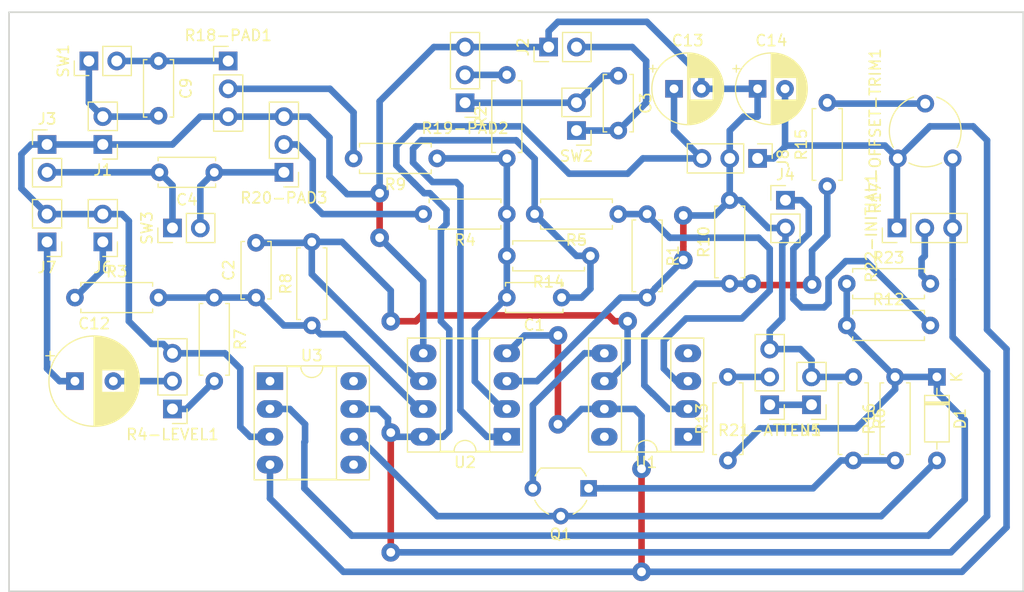
<source format=kicad_pcb>
(kicad_pcb (version 20171130) (host pcbnew "(5.0.2)-1")

  (general
    (thickness 1.6)
    (drawings 4)
    (tracks 325)
    (zones 0)
    (modules 47)
    (nets 38)
  )

  (page A4)
  (layers
    (0 F.Cu signal)
    (31 B.Cu signal)
    (33 F.Adhes user)
    (35 F.Paste user)
    (37 F.SilkS user)
    (39 F.Mask user)
    (40 Dwgs.User user)
    (41 Cmts.User user)
    (42 Eco1.User user)
    (43 Eco2.User user)
    (44 Edge.Cuts user)
    (45 Margin user)
    (46 B.CrtYd user)
    (47 F.CrtYd user)
    (49 F.Fab user)
  )

  (setup
    (last_trace_width 0.6)
    (trace_clearance 0.35)
    (zone_clearance 0.508)
    (zone_45_only no)
    (trace_min 0.6)
    (segment_width 0.2)
    (edge_width 0.15)
    (via_size 0.8)
    (via_drill 0.4)
    (via_min_size 0.8)
    (via_min_drill 0.3)
    (uvia_size 0.3)
    (uvia_drill 0.1)
    (uvias_allowed no)
    (uvia_min_size 0.2)
    (uvia_min_drill 0.1)
    (pcb_text_width 0.3)
    (pcb_text_size 1.5 1.5)
    (mod_edge_width 0.15)
    (mod_text_size 1 1)
    (mod_text_width 0.15)
    (pad_size 1.524 1.524)
    (pad_drill 0.762)
    (pad_to_mask_clearance 0.051)
    (solder_mask_min_width 0.25)
    (aux_axis_origin 0 0)
    (visible_elements 7EFFFFFF)
    (pcbplotparams
      (layerselection 0x00000_fffffffe)
      (usegerberextensions false)
      (usegerberattributes false)
      (usegerberadvancedattributes false)
      (creategerberjobfile false)
      (excludeedgelayer true)
      (linewidth 0.100000)
      (plotframeref false)
      (viasonmask false)
      (mode 1)
      (useauxorigin false)
      (hpglpennumber 1)
      (hpglpenspeed 20)
      (hpglpendiameter 15.000000)
      (psnegative false)
      (psa4output false)
      (plotreference true)
      (plotvalue true)
      (plotinvisibletext false)
      (padsonsilk false)
      (subtractmaskfromsilk false)
      (outputformat 1)
      (mirror false)
      (drillshape 0)
      (scaleselection 1)
      (outputdirectory "output/"))
  )

  (net 0 "")
  (net 1 "Net-(C1-Pad2)")
  (net 2 "Net-(C1-Pad1)")
  (net 3 "Net-(C2-Pad1)")
  (net 4 "Net-(C2-Pad2)")
  (net 5 "Net-(C3-Pad2)")
  (net 6 "Net-(C3-Pad1)")
  (net 7 "Net-(C4-Pad1)")
  (net 8 "Net-(C4-Pad2)")
  (net 9 "Net-(C9-Pad1)")
  (net 10 "Net-(C9-Pad2)")
  (net 11 "Net-(C12-Pad1)")
  (net 12 "Net-(C12-Pad2)")
  (net 13 "Net-(D1-Pad1)")
  (net 14 "Net-(D1-Pad2)")
  (net 15 GNDREF)
  (net 16 "Net-(J4-PadT)")
  (net 17 "Net-(J5-PadT)")
  (net 18 "Net-(J6-PadT)")
  (net 19 "Net-(Q1-Pad3)")
  (net 20 "Net-(Q1-Pad1)")
  (net 21 "Net-(R1-Pad1)")
  (net 22 "Net-(R19-PAD2-Pad2)")
  (net 23 "Net-(R20-PAD3-Pad2)")
  (net 24 "Net-(R4-LEVEL1-Pad1)")
  (net 25 "Net-(R18-PAD1-Pad2)")
  (net 26 "Net-(R10-Pad1)")
  (net 27 "Net-(R13-Pad2)")
  (net 28 "Net-(R15-Pad2)")
  (net 29 "Net-(R22-INITIAL1-Pad2)")
  (net 30 -15V)
  (net 31 +15V)
  (net 32 "Net-(U1-Pad1)")
  (net 33 "Net-(U1-Pad4)")
  (net 34 "Net-(U1-Pad8)")
  (net 35 "Net-(U3-Pad1)")
  (net 36 "Net-(U3-Pad5)")
  (net 37 "Net-(U3-Pad8)")

  (net_class Default "This is the default net class."
    (clearance 0.35)
    (trace_width 0.6)
    (via_dia 0.8)
    (via_drill 0.4)
    (uvia_dia 0.3)
    (uvia_drill 0.1)
    (diff_pair_gap 0.25)
    (diff_pair_width 0.6)
    (add_net +15V)
    (add_net -15V)
    (add_net GNDREF)
    (add_net "Net-(C1-Pad1)")
    (add_net "Net-(C1-Pad2)")
    (add_net "Net-(C12-Pad1)")
    (add_net "Net-(C12-Pad2)")
    (add_net "Net-(C2-Pad1)")
    (add_net "Net-(C2-Pad2)")
    (add_net "Net-(C3-Pad1)")
    (add_net "Net-(C3-Pad2)")
    (add_net "Net-(C4-Pad1)")
    (add_net "Net-(C4-Pad2)")
    (add_net "Net-(C9-Pad1)")
    (add_net "Net-(C9-Pad2)")
    (add_net "Net-(D1-Pad1)")
    (add_net "Net-(D1-Pad2)")
    (add_net "Net-(J4-PadT)")
    (add_net "Net-(J5-PadT)")
    (add_net "Net-(J6-PadT)")
    (add_net "Net-(Q1-Pad1)")
    (add_net "Net-(Q1-Pad3)")
    (add_net "Net-(R1-Pad1)")
    (add_net "Net-(R10-Pad1)")
    (add_net "Net-(R13-Pad2)")
    (add_net "Net-(R15-Pad2)")
    (add_net "Net-(R18-PAD1-Pad2)")
    (add_net "Net-(R19-PAD2-Pad2)")
    (add_net "Net-(R20-PAD3-Pad2)")
    (add_net "Net-(R22-INITIAL1-Pad2)")
    (add_net "Net-(R4-LEVEL1-Pad1)")
    (add_net "Net-(U1-Pad1)")
    (add_net "Net-(U1-Pad4)")
    (add_net "Net-(U1-Pad8)")
    (add_net "Net-(U3-Pad1)")
    (add_net "Net-(U3-Pad5)")
    (add_net "Net-(U3-Pad8)")
  )

  (module Package_DIP:DIP-8_W7.62mm_Socket_LongPads (layer F.Cu) (tedit 5A02E8C5) (tstamp 5CAE6ED0)
    (at 23.788391 35.18025)
    (descr "8-lead though-hole mounted DIP package, row spacing 7.62 mm (300 mils), Socket, LongPads")
    (tags "THT DIP DIL PDIP 2.54mm 7.62mm 300mil Socket LongPads")
    (path /5C82F324)
    (fp_text reference U3 (at 3.81 -2.33) (layer F.SilkS)
      (effects (font (size 1 1) (thickness 0.15)))
    )
    (fp_text value TL071 (at 3.81 9.95) (layer F.Fab)
      (effects (font (size 1 1) (thickness 0.15)))
    )
    (fp_arc (start 3.81 -1.33) (end 2.81 -1.33) (angle -180) (layer F.SilkS) (width 0.12))
    (fp_line (start 1.635 -1.27) (end 6.985 -1.27) (layer F.Fab) (width 0.1))
    (fp_line (start 6.985 -1.27) (end 6.985 8.89) (layer F.Fab) (width 0.1))
    (fp_line (start 6.985 8.89) (end 0.635 8.89) (layer F.Fab) (width 0.1))
    (fp_line (start 0.635 8.89) (end 0.635 -0.27) (layer F.Fab) (width 0.1))
    (fp_line (start 0.635 -0.27) (end 1.635 -1.27) (layer F.Fab) (width 0.1))
    (fp_line (start -1.27 -1.33) (end -1.27 8.95) (layer F.Fab) (width 0.1))
    (fp_line (start -1.27 8.95) (end 8.89 8.95) (layer F.Fab) (width 0.1))
    (fp_line (start 8.89 8.95) (end 8.89 -1.33) (layer F.Fab) (width 0.1))
    (fp_line (start 8.89 -1.33) (end -1.27 -1.33) (layer F.Fab) (width 0.1))
    (fp_line (start 2.81 -1.33) (end 1.56 -1.33) (layer F.SilkS) (width 0.12))
    (fp_line (start 1.56 -1.33) (end 1.56 8.95) (layer F.SilkS) (width 0.12))
    (fp_line (start 1.56 8.95) (end 6.06 8.95) (layer F.SilkS) (width 0.12))
    (fp_line (start 6.06 8.95) (end 6.06 -1.33) (layer F.SilkS) (width 0.12))
    (fp_line (start 6.06 -1.33) (end 4.81 -1.33) (layer F.SilkS) (width 0.12))
    (fp_line (start -1.44 -1.39) (end -1.44 9.01) (layer F.SilkS) (width 0.12))
    (fp_line (start -1.44 9.01) (end 9.06 9.01) (layer F.SilkS) (width 0.12))
    (fp_line (start 9.06 9.01) (end 9.06 -1.39) (layer F.SilkS) (width 0.12))
    (fp_line (start 9.06 -1.39) (end -1.44 -1.39) (layer F.SilkS) (width 0.12))
    (fp_line (start -1.55 -1.6) (end -1.55 9.2) (layer F.CrtYd) (width 0.05))
    (fp_line (start -1.55 9.2) (end 9.15 9.2) (layer F.CrtYd) (width 0.05))
    (fp_line (start 9.15 9.2) (end 9.15 -1.6) (layer F.CrtYd) (width 0.05))
    (fp_line (start 9.15 -1.6) (end -1.55 -1.6) (layer F.CrtYd) (width 0.05))
    (fp_text user %R (at 3.81 3.81) (layer F.Fab)
      (effects (font (size 1 1) (thickness 0.15)))
    )
    (pad 1 thru_hole rect (at 0 0) (size 2.4 1.6) (drill 0.8) (layers *.Cu *.Mask)
      (net 35 "Net-(U3-Pad1)"))
    (pad 5 thru_hole oval (at 7.62 7.62) (size 2.4 1.6) (drill 0.8) (layers *.Cu *.Mask)
      (net 36 "Net-(U3-Pad5)"))
    (pad 2 thru_hole oval (at 0 2.54) (size 2.4 1.6) (drill 0.8) (layers *.Cu *.Mask)
      (net 13 "Net-(D1-Pad1)"))
    (pad 6 thru_hole oval (at 7.62 5.08) (size 2.4 1.6) (drill 0.8) (layers *.Cu *.Mask)
      (net 14 "Net-(D1-Pad2)"))
    (pad 3 thru_hole oval (at 0 5.08) (size 2.4 1.6) (drill 0.8) (layers *.Cu *.Mask)
      (net 15 GNDREF))
    (pad 7 thru_hole oval (at 7.62 2.54) (size 2.4 1.6) (drill 0.8) (layers *.Cu *.Mask)
      (net 31 +15V))
    (pad 4 thru_hole oval (at 0 7.62) (size 2.4 1.6) (drill 0.8) (layers *.Cu *.Mask)
      (net 30 -15V))
    (pad 8 thru_hole oval (at 7.62 0) (size 2.4 1.6) (drill 0.8) (layers *.Cu *.Mask)
      (net 37 "Net-(U3-Pad8)"))
    (model ${KISYS3DMOD}/Package_DIP.3dshapes/DIP-8_W7.62mm_Socket.wrl
      (at (xyz 0 0 0))
      (scale (xyz 1 1 1))
      (rotate (xyz 0 0 0))
    )
  )

  (module Capacitor_THT:C_Disc_D5.0mm_W2.5mm_P5.00mm (layer F.Cu) (tedit 5AE50EF0) (tstamp 5CAE6A8A)
    (at 50.378391 27.56025 180)
    (descr "C, Disc series, Radial, pin pitch=5.00mm, , diameter*width=5*2.5mm^2, Capacitor, http://cdn-reichelt.de/documents/datenblatt/B300/DS_KERKO_TC.pdf")
    (tags "C Disc series Radial pin pitch 5.00mm  diameter 5mm width 2.5mm Capacitor")
    (path /5C7B2F66)
    (fp_text reference C1 (at 2.5 -2.5 180) (layer F.SilkS)
      (effects (font (size 1 1) (thickness 0.15)))
    )
    (fp_text value 10pF (at 2.5 2.5 180) (layer F.Fab)
      (effects (font (size 1 1) (thickness 0.15)))
    )
    (fp_text user %R (at 2.5 0 180) (layer F.Fab)
      (effects (font (size 1 1) (thickness 0.15)))
    )
    (fp_line (start 6.05 -1.5) (end -1.05 -1.5) (layer F.CrtYd) (width 0.05))
    (fp_line (start 6.05 1.5) (end 6.05 -1.5) (layer F.CrtYd) (width 0.05))
    (fp_line (start -1.05 1.5) (end 6.05 1.5) (layer F.CrtYd) (width 0.05))
    (fp_line (start -1.05 -1.5) (end -1.05 1.5) (layer F.CrtYd) (width 0.05))
    (fp_line (start 5.12 1.055) (end 5.12 1.37) (layer F.SilkS) (width 0.12))
    (fp_line (start 5.12 -1.37) (end 5.12 -1.055) (layer F.SilkS) (width 0.12))
    (fp_line (start -0.12 1.055) (end -0.12 1.37) (layer F.SilkS) (width 0.12))
    (fp_line (start -0.12 -1.37) (end -0.12 -1.055) (layer F.SilkS) (width 0.12))
    (fp_line (start -0.12 1.37) (end 5.12 1.37) (layer F.SilkS) (width 0.12))
    (fp_line (start -0.12 -1.37) (end 5.12 -1.37) (layer F.SilkS) (width 0.12))
    (fp_line (start 5 -1.25) (end 0 -1.25) (layer F.Fab) (width 0.1))
    (fp_line (start 5 1.25) (end 5 -1.25) (layer F.Fab) (width 0.1))
    (fp_line (start 0 1.25) (end 5 1.25) (layer F.Fab) (width 0.1))
    (fp_line (start 0 -1.25) (end 0 1.25) (layer F.Fab) (width 0.1))
    (pad 2 thru_hole circle (at 5 0 180) (size 1.6 1.6) (drill 0.8) (layers *.Cu *.Mask)
      (net 1 "Net-(C1-Pad2)"))
    (pad 1 thru_hole circle (at 0 0 180) (size 1.6 1.6) (drill 0.8) (layers *.Cu *.Mask)
      (net 2 "Net-(C1-Pad1)"))
    (model ${KISYS3DMOD}/Capacitor_THT.3dshapes/C_Disc_D5.0mm_W2.5mm_P5.00mm.wrl
      (at (xyz 0 0 0))
      (scale (xyz 1 1 1))
      (rotate (xyz 0 0 0))
    )
  )

  (module Capacitor_THT:C_Disc_D5.0mm_W2.5mm_P5.00mm (layer F.Cu) (tedit 5AE50EF0) (tstamp 5CAE6A9F)
    (at 22.518391 27.56025 90)
    (descr "C, Disc series, Radial, pin pitch=5.00mm, , diameter*width=5*2.5mm^2, Capacitor, http://cdn-reichelt.de/documents/datenblatt/B300/DS_KERKO_TC.pdf")
    (tags "C Disc series Radial pin pitch 5.00mm  diameter 5mm width 2.5mm Capacitor")
    (path /5C841FC7)
    (fp_text reference C2 (at 2.5 -2.5 90) (layer F.SilkS)
      (effects (font (size 1 1) (thickness 0.15)))
    )
    (fp_text value 22pF (at 2.5 2.5 90) (layer F.Fab)
      (effects (font (size 1 1) (thickness 0.15)))
    )
    (fp_line (start 0 -1.25) (end 0 1.25) (layer F.Fab) (width 0.1))
    (fp_line (start 0 1.25) (end 5 1.25) (layer F.Fab) (width 0.1))
    (fp_line (start 5 1.25) (end 5 -1.25) (layer F.Fab) (width 0.1))
    (fp_line (start 5 -1.25) (end 0 -1.25) (layer F.Fab) (width 0.1))
    (fp_line (start -0.12 -1.37) (end 5.12 -1.37) (layer F.SilkS) (width 0.12))
    (fp_line (start -0.12 1.37) (end 5.12 1.37) (layer F.SilkS) (width 0.12))
    (fp_line (start -0.12 -1.37) (end -0.12 -1.055) (layer F.SilkS) (width 0.12))
    (fp_line (start -0.12 1.055) (end -0.12 1.37) (layer F.SilkS) (width 0.12))
    (fp_line (start 5.12 -1.37) (end 5.12 -1.055) (layer F.SilkS) (width 0.12))
    (fp_line (start 5.12 1.055) (end 5.12 1.37) (layer F.SilkS) (width 0.12))
    (fp_line (start -1.05 -1.5) (end -1.05 1.5) (layer F.CrtYd) (width 0.05))
    (fp_line (start -1.05 1.5) (end 6.05 1.5) (layer F.CrtYd) (width 0.05))
    (fp_line (start 6.05 1.5) (end 6.05 -1.5) (layer F.CrtYd) (width 0.05))
    (fp_line (start 6.05 -1.5) (end -1.05 -1.5) (layer F.CrtYd) (width 0.05))
    (fp_text user %R (at 8.85 -1.27 90) (layer F.Fab)
      (effects (font (size 1 1) (thickness 0.15)))
    )
    (pad 1 thru_hole circle (at 0 0 90) (size 1.6 1.6) (drill 0.8) (layers *.Cu *.Mask)
      (net 3 "Net-(C2-Pad1)"))
    (pad 2 thru_hole circle (at 5 0 90) (size 1.6 1.6) (drill 0.8) (layers *.Cu *.Mask)
      (net 4 "Net-(C2-Pad2)"))
    (model ${KISYS3DMOD}/Capacitor_THT.3dshapes/C_Disc_D5.0mm_W2.5mm_P5.00mm.wrl
      (at (xyz 0 0 0))
      (scale (xyz 1 1 1))
      (rotate (xyz 0 0 0))
    )
  )

  (module Capacitor_THT:C_Disc_D5.0mm_W2.5mm_P5.00mm (layer F.Cu) (tedit 5AE50EF0) (tstamp 5CAE6AB4)
    (at 55.538391 7.32025 270)
    (descr "C, Disc series, Radial, pin pitch=5.00mm, , diameter*width=5*2.5mm^2, Capacitor, http://cdn-reichelt.de/documents/datenblatt/B300/DS_KERKO_TC.pdf")
    (tags "C Disc series Radial pin pitch 5.00mm  diameter 5mm width 2.5mm Capacitor")
    (path /5C7B09E9)
    (fp_text reference C3 (at 2.5 -2.5 270) (layer F.SilkS)
      (effects (font (size 1 1) (thickness 0.15)))
    )
    (fp_text value 0.22uF (at 2.5 2.5 270) (layer F.Fab)
      (effects (font (size 1 1) (thickness 0.15)))
    )
    (fp_text user %R (at 2.5 0 270) (layer F.Fab)
      (effects (font (size 1 1) (thickness 0.15)))
    )
    (fp_line (start 6.05 -1.5) (end -1.05 -1.5) (layer F.CrtYd) (width 0.05))
    (fp_line (start 6.05 1.5) (end 6.05 -1.5) (layer F.CrtYd) (width 0.05))
    (fp_line (start -1.05 1.5) (end 6.05 1.5) (layer F.CrtYd) (width 0.05))
    (fp_line (start -1.05 -1.5) (end -1.05 1.5) (layer F.CrtYd) (width 0.05))
    (fp_line (start 5.12 1.055) (end 5.12 1.37) (layer F.SilkS) (width 0.12))
    (fp_line (start 5.12 -1.37) (end 5.12 -1.055) (layer F.SilkS) (width 0.12))
    (fp_line (start -0.12 1.055) (end -0.12 1.37) (layer F.SilkS) (width 0.12))
    (fp_line (start -0.12 -1.37) (end -0.12 -1.055) (layer F.SilkS) (width 0.12))
    (fp_line (start -0.12 1.37) (end 5.12 1.37) (layer F.SilkS) (width 0.12))
    (fp_line (start -0.12 -1.37) (end 5.12 -1.37) (layer F.SilkS) (width 0.12))
    (fp_line (start 5 -1.25) (end 0 -1.25) (layer F.Fab) (width 0.1))
    (fp_line (start 5 1.25) (end 5 -1.25) (layer F.Fab) (width 0.1))
    (fp_line (start 0 1.25) (end 5 1.25) (layer F.Fab) (width 0.1))
    (fp_line (start 0 -1.25) (end 0 1.25) (layer F.Fab) (width 0.1))
    (pad 2 thru_hole circle (at 5 0 270) (size 1.6 1.6) (drill 0.8) (layers *.Cu *.Mask)
      (net 5 "Net-(C3-Pad2)"))
    (pad 1 thru_hole circle (at 0 0 270) (size 1.6 1.6) (drill 0.8) (layers *.Cu *.Mask)
      (net 6 "Net-(C3-Pad1)"))
    (model ${KISYS3DMOD}/Capacitor_THT.3dshapes/C_Disc_D5.0mm_W2.5mm_P5.00mm.wrl
      (at (xyz 0 0 0))
      (scale (xyz 1 1 1))
      (rotate (xyz 0 0 0))
    )
  )

  (module Capacitor_THT:C_Disc_D5.0mm_W2.5mm_P5.00mm (layer F.Cu) (tedit 5AE50EF0) (tstamp 5CAE6AC9)
    (at 18.708391 16.13025 180)
    (descr "C, Disc series, Radial, pin pitch=5.00mm, , diameter*width=5*2.5mm^2, Capacitor, http://cdn-reichelt.de/documents/datenblatt/B300/DS_KERKO_TC.pdf")
    (tags "C Disc series Radial pin pitch 5.00mm  diameter 5mm width 2.5mm Capacitor")
    (path /5C7B121D)
    (fp_text reference C4 (at 2.5 -2.5 180) (layer F.SilkS)
      (effects (font (size 1 1) (thickness 0.15)))
    )
    (fp_text value 0.22uF (at 2.5 2.5 180) (layer F.Fab)
      (effects (font (size 1 1) (thickness 0.15)))
    )
    (fp_line (start 0 -1.25) (end 0 1.25) (layer F.Fab) (width 0.1))
    (fp_line (start 0 1.25) (end 5 1.25) (layer F.Fab) (width 0.1))
    (fp_line (start 5 1.25) (end 5 -1.25) (layer F.Fab) (width 0.1))
    (fp_line (start 5 -1.25) (end 0 -1.25) (layer F.Fab) (width 0.1))
    (fp_line (start -0.12 -1.37) (end 5.12 -1.37) (layer F.SilkS) (width 0.12))
    (fp_line (start -0.12 1.37) (end 5.12 1.37) (layer F.SilkS) (width 0.12))
    (fp_line (start -0.12 -1.37) (end -0.12 -1.055) (layer F.SilkS) (width 0.12))
    (fp_line (start -0.12 1.055) (end -0.12 1.37) (layer F.SilkS) (width 0.12))
    (fp_line (start 5.12 -1.37) (end 5.12 -1.055) (layer F.SilkS) (width 0.12))
    (fp_line (start 5.12 1.055) (end 5.12 1.37) (layer F.SilkS) (width 0.12))
    (fp_line (start -1.05 -1.5) (end -1.05 1.5) (layer F.CrtYd) (width 0.05))
    (fp_line (start -1.05 1.5) (end 6.05 1.5) (layer F.CrtYd) (width 0.05))
    (fp_line (start 6.05 1.5) (end 6.05 -1.5) (layer F.CrtYd) (width 0.05))
    (fp_line (start 6.05 -1.5) (end -1.05 -1.5) (layer F.CrtYd) (width 0.05))
    (fp_text user %R (at 2.5 0 180) (layer F.Fab)
      (effects (font (size 1 1) (thickness 0.15)))
    )
    (pad 1 thru_hole circle (at 0 0 180) (size 1.6 1.6) (drill 0.8) (layers *.Cu *.Mask)
      (net 7 "Net-(C4-Pad1)"))
    (pad 2 thru_hole circle (at 5 0 180) (size 1.6 1.6) (drill 0.8) (layers *.Cu *.Mask)
      (net 8 "Net-(C4-Pad2)"))
    (model ${KISYS3DMOD}/Capacitor_THT.3dshapes/C_Disc_D5.0mm_W2.5mm_P5.00mm.wrl
      (at (xyz 0 0 0))
      (scale (xyz 1 1 1))
      (rotate (xyz 0 0 0))
    )
  )

  (module Capacitor_THT:C_Disc_D5.0mm_W2.5mm_P5.00mm (layer F.Cu) (tedit 5AE50EF0) (tstamp 5CAE6ADE)
    (at 13.628391 5.97025 270)
    (descr "C, Disc series, Radial, pin pitch=5.00mm, , diameter*width=5*2.5mm^2, Capacitor, http://cdn-reichelt.de/documents/datenblatt/B300/DS_KERKO_TC.pdf")
    (tags "C Disc series Radial pin pitch 5.00mm  diameter 5mm width 2.5mm Capacitor")
    (path /5C7AF8C1)
    (fp_text reference C9 (at 2.5 -2.5 270) (layer F.SilkS)
      (effects (font (size 1 1) (thickness 0.15)))
    )
    (fp_text value 0.22uF (at 2.5 2.5 270) (layer F.Fab)
      (effects (font (size 1 1) (thickness 0.15)))
    )
    (fp_line (start 0 -1.25) (end 0 1.25) (layer F.Fab) (width 0.1))
    (fp_line (start 0 1.25) (end 5 1.25) (layer F.Fab) (width 0.1))
    (fp_line (start 5 1.25) (end 5 -1.25) (layer F.Fab) (width 0.1))
    (fp_line (start 5 -1.25) (end 0 -1.25) (layer F.Fab) (width 0.1))
    (fp_line (start -0.12 -1.37) (end 5.12 -1.37) (layer F.SilkS) (width 0.12))
    (fp_line (start -0.12 1.37) (end 5.12 1.37) (layer F.SilkS) (width 0.12))
    (fp_line (start -0.12 -1.37) (end -0.12 -1.055) (layer F.SilkS) (width 0.12))
    (fp_line (start -0.12 1.055) (end -0.12 1.37) (layer F.SilkS) (width 0.12))
    (fp_line (start 5.12 -1.37) (end 5.12 -1.055) (layer F.SilkS) (width 0.12))
    (fp_line (start 5.12 1.055) (end 5.12 1.37) (layer F.SilkS) (width 0.12))
    (fp_line (start -1.05 -1.5) (end -1.05 1.5) (layer F.CrtYd) (width 0.05))
    (fp_line (start -1.05 1.5) (end 6.05 1.5) (layer F.CrtYd) (width 0.05))
    (fp_line (start 6.05 1.5) (end 6.05 -1.5) (layer F.CrtYd) (width 0.05))
    (fp_line (start 6.05 -1.5) (end -1.05 -1.5) (layer F.CrtYd) (width 0.05))
    (fp_text user %R (at 2.5 0 270) (layer F.Fab)
      (effects (font (size 1 1) (thickness 0.15)))
    )
    (pad 1 thru_hole circle (at 0 0 270) (size 1.6 1.6) (drill 0.8) (layers *.Cu *.Mask)
      (net 9 "Net-(C9-Pad1)"))
    (pad 2 thru_hole circle (at 5 0 270) (size 1.6 1.6) (drill 0.8) (layers *.Cu *.Mask)
      (net 10 "Net-(C9-Pad2)"))
    (model ${KISYS3DMOD}/Capacitor_THT.3dshapes/C_Disc_D5.0mm_W2.5mm_P5.00mm.wrl
      (at (xyz 0 0 0))
      (scale (xyz 1 1 1))
      (rotate (xyz 0 0 0))
    )
  )

  (module Capacitor_THT:CP_Radial_D8.0mm_P3.50mm (layer F.Cu) (tedit 5AE50EF0) (tstamp 5CAE6B87)
    (at 6.008391 35.18025)
    (descr "CP, Radial series, Radial, pin pitch=3.50mm, , diameter=8mm, Electrolytic Capacitor")
    (tags "CP Radial series Radial pin pitch 3.50mm  diameter 8mm Electrolytic Capacitor")
    (path /5C849893)
    (fp_text reference C12 (at 1.75 -5.25) (layer F.SilkS)
      (effects (font (size 1 1) (thickness 0.15)))
    )
    (fp_text value "2.2uF NP" (at 1.75 5.25) (layer F.Fab)
      (effects (font (size 1 1) (thickness 0.15)))
    )
    (fp_circle (center 1.75 0) (end 5.75 0) (layer F.Fab) (width 0.1))
    (fp_circle (center 1.75 0) (end 5.87 0) (layer F.SilkS) (width 0.12))
    (fp_circle (center 1.75 0) (end 6 0) (layer F.CrtYd) (width 0.05))
    (fp_line (start -1.676759 -1.7475) (end -0.876759 -1.7475) (layer F.Fab) (width 0.1))
    (fp_line (start -1.276759 -2.1475) (end -1.276759 -1.3475) (layer F.Fab) (width 0.1))
    (fp_line (start 1.75 -4.08) (end 1.75 4.08) (layer F.SilkS) (width 0.12))
    (fp_line (start 1.79 -4.08) (end 1.79 4.08) (layer F.SilkS) (width 0.12))
    (fp_line (start 1.83 -4.08) (end 1.83 4.08) (layer F.SilkS) (width 0.12))
    (fp_line (start 1.87 -4.079) (end 1.87 4.079) (layer F.SilkS) (width 0.12))
    (fp_line (start 1.91 -4.077) (end 1.91 4.077) (layer F.SilkS) (width 0.12))
    (fp_line (start 1.95 -4.076) (end 1.95 4.076) (layer F.SilkS) (width 0.12))
    (fp_line (start 1.99 -4.074) (end 1.99 4.074) (layer F.SilkS) (width 0.12))
    (fp_line (start 2.03 -4.071) (end 2.03 4.071) (layer F.SilkS) (width 0.12))
    (fp_line (start 2.07 -4.068) (end 2.07 4.068) (layer F.SilkS) (width 0.12))
    (fp_line (start 2.11 -4.065) (end 2.11 4.065) (layer F.SilkS) (width 0.12))
    (fp_line (start 2.15 -4.061) (end 2.15 4.061) (layer F.SilkS) (width 0.12))
    (fp_line (start 2.19 -4.057) (end 2.19 4.057) (layer F.SilkS) (width 0.12))
    (fp_line (start 2.23 -4.052) (end 2.23 4.052) (layer F.SilkS) (width 0.12))
    (fp_line (start 2.27 -4.048) (end 2.27 4.048) (layer F.SilkS) (width 0.12))
    (fp_line (start 2.31 -4.042) (end 2.31 4.042) (layer F.SilkS) (width 0.12))
    (fp_line (start 2.35 -4.037) (end 2.35 4.037) (layer F.SilkS) (width 0.12))
    (fp_line (start 2.39 -4.03) (end 2.39 4.03) (layer F.SilkS) (width 0.12))
    (fp_line (start 2.43 -4.024) (end 2.43 4.024) (layer F.SilkS) (width 0.12))
    (fp_line (start 2.471 -4.017) (end 2.471 -1.04) (layer F.SilkS) (width 0.12))
    (fp_line (start 2.471 1.04) (end 2.471 4.017) (layer F.SilkS) (width 0.12))
    (fp_line (start 2.511 -4.01) (end 2.511 -1.04) (layer F.SilkS) (width 0.12))
    (fp_line (start 2.511 1.04) (end 2.511 4.01) (layer F.SilkS) (width 0.12))
    (fp_line (start 2.551 -4.002) (end 2.551 -1.04) (layer F.SilkS) (width 0.12))
    (fp_line (start 2.551 1.04) (end 2.551 4.002) (layer F.SilkS) (width 0.12))
    (fp_line (start 2.591 -3.994) (end 2.591 -1.04) (layer F.SilkS) (width 0.12))
    (fp_line (start 2.591 1.04) (end 2.591 3.994) (layer F.SilkS) (width 0.12))
    (fp_line (start 2.631 -3.985) (end 2.631 -1.04) (layer F.SilkS) (width 0.12))
    (fp_line (start 2.631 1.04) (end 2.631 3.985) (layer F.SilkS) (width 0.12))
    (fp_line (start 2.671 -3.976) (end 2.671 -1.04) (layer F.SilkS) (width 0.12))
    (fp_line (start 2.671 1.04) (end 2.671 3.976) (layer F.SilkS) (width 0.12))
    (fp_line (start 2.711 -3.967) (end 2.711 -1.04) (layer F.SilkS) (width 0.12))
    (fp_line (start 2.711 1.04) (end 2.711 3.967) (layer F.SilkS) (width 0.12))
    (fp_line (start 2.751 -3.957) (end 2.751 -1.04) (layer F.SilkS) (width 0.12))
    (fp_line (start 2.751 1.04) (end 2.751 3.957) (layer F.SilkS) (width 0.12))
    (fp_line (start 2.791 -3.947) (end 2.791 -1.04) (layer F.SilkS) (width 0.12))
    (fp_line (start 2.791 1.04) (end 2.791 3.947) (layer F.SilkS) (width 0.12))
    (fp_line (start 2.831 -3.936) (end 2.831 -1.04) (layer F.SilkS) (width 0.12))
    (fp_line (start 2.831 1.04) (end 2.831 3.936) (layer F.SilkS) (width 0.12))
    (fp_line (start 2.871 -3.925) (end 2.871 -1.04) (layer F.SilkS) (width 0.12))
    (fp_line (start 2.871 1.04) (end 2.871 3.925) (layer F.SilkS) (width 0.12))
    (fp_line (start 2.911 -3.914) (end 2.911 -1.04) (layer F.SilkS) (width 0.12))
    (fp_line (start 2.911 1.04) (end 2.911 3.914) (layer F.SilkS) (width 0.12))
    (fp_line (start 2.951 -3.902) (end 2.951 -1.04) (layer F.SilkS) (width 0.12))
    (fp_line (start 2.951 1.04) (end 2.951 3.902) (layer F.SilkS) (width 0.12))
    (fp_line (start 2.991 -3.889) (end 2.991 -1.04) (layer F.SilkS) (width 0.12))
    (fp_line (start 2.991 1.04) (end 2.991 3.889) (layer F.SilkS) (width 0.12))
    (fp_line (start 3.031 -3.877) (end 3.031 -1.04) (layer F.SilkS) (width 0.12))
    (fp_line (start 3.031 1.04) (end 3.031 3.877) (layer F.SilkS) (width 0.12))
    (fp_line (start 3.071 -3.863) (end 3.071 -1.04) (layer F.SilkS) (width 0.12))
    (fp_line (start 3.071 1.04) (end 3.071 3.863) (layer F.SilkS) (width 0.12))
    (fp_line (start 3.111 -3.85) (end 3.111 -1.04) (layer F.SilkS) (width 0.12))
    (fp_line (start 3.111 1.04) (end 3.111 3.85) (layer F.SilkS) (width 0.12))
    (fp_line (start 3.151 -3.835) (end 3.151 -1.04) (layer F.SilkS) (width 0.12))
    (fp_line (start 3.151 1.04) (end 3.151 3.835) (layer F.SilkS) (width 0.12))
    (fp_line (start 3.191 -3.821) (end 3.191 -1.04) (layer F.SilkS) (width 0.12))
    (fp_line (start 3.191 1.04) (end 3.191 3.821) (layer F.SilkS) (width 0.12))
    (fp_line (start 3.231 -3.805) (end 3.231 -1.04) (layer F.SilkS) (width 0.12))
    (fp_line (start 3.231 1.04) (end 3.231 3.805) (layer F.SilkS) (width 0.12))
    (fp_line (start 3.271 -3.79) (end 3.271 -1.04) (layer F.SilkS) (width 0.12))
    (fp_line (start 3.271 1.04) (end 3.271 3.79) (layer F.SilkS) (width 0.12))
    (fp_line (start 3.311 -3.774) (end 3.311 -1.04) (layer F.SilkS) (width 0.12))
    (fp_line (start 3.311 1.04) (end 3.311 3.774) (layer F.SilkS) (width 0.12))
    (fp_line (start 3.351 -3.757) (end 3.351 -1.04) (layer F.SilkS) (width 0.12))
    (fp_line (start 3.351 1.04) (end 3.351 3.757) (layer F.SilkS) (width 0.12))
    (fp_line (start 3.391 -3.74) (end 3.391 -1.04) (layer F.SilkS) (width 0.12))
    (fp_line (start 3.391 1.04) (end 3.391 3.74) (layer F.SilkS) (width 0.12))
    (fp_line (start 3.431 -3.722) (end 3.431 -1.04) (layer F.SilkS) (width 0.12))
    (fp_line (start 3.431 1.04) (end 3.431 3.722) (layer F.SilkS) (width 0.12))
    (fp_line (start 3.471 -3.704) (end 3.471 -1.04) (layer F.SilkS) (width 0.12))
    (fp_line (start 3.471 1.04) (end 3.471 3.704) (layer F.SilkS) (width 0.12))
    (fp_line (start 3.511 -3.686) (end 3.511 -1.04) (layer F.SilkS) (width 0.12))
    (fp_line (start 3.511 1.04) (end 3.511 3.686) (layer F.SilkS) (width 0.12))
    (fp_line (start 3.551 -3.666) (end 3.551 -1.04) (layer F.SilkS) (width 0.12))
    (fp_line (start 3.551 1.04) (end 3.551 3.666) (layer F.SilkS) (width 0.12))
    (fp_line (start 3.591 -3.647) (end 3.591 -1.04) (layer F.SilkS) (width 0.12))
    (fp_line (start 3.591 1.04) (end 3.591 3.647) (layer F.SilkS) (width 0.12))
    (fp_line (start 3.631 -3.627) (end 3.631 -1.04) (layer F.SilkS) (width 0.12))
    (fp_line (start 3.631 1.04) (end 3.631 3.627) (layer F.SilkS) (width 0.12))
    (fp_line (start 3.671 -3.606) (end 3.671 -1.04) (layer F.SilkS) (width 0.12))
    (fp_line (start 3.671 1.04) (end 3.671 3.606) (layer F.SilkS) (width 0.12))
    (fp_line (start 3.711 -3.584) (end 3.711 -1.04) (layer F.SilkS) (width 0.12))
    (fp_line (start 3.711 1.04) (end 3.711 3.584) (layer F.SilkS) (width 0.12))
    (fp_line (start 3.751 -3.562) (end 3.751 -1.04) (layer F.SilkS) (width 0.12))
    (fp_line (start 3.751 1.04) (end 3.751 3.562) (layer F.SilkS) (width 0.12))
    (fp_line (start 3.791 -3.54) (end 3.791 -1.04) (layer F.SilkS) (width 0.12))
    (fp_line (start 3.791 1.04) (end 3.791 3.54) (layer F.SilkS) (width 0.12))
    (fp_line (start 3.831 -3.517) (end 3.831 -1.04) (layer F.SilkS) (width 0.12))
    (fp_line (start 3.831 1.04) (end 3.831 3.517) (layer F.SilkS) (width 0.12))
    (fp_line (start 3.871 -3.493) (end 3.871 -1.04) (layer F.SilkS) (width 0.12))
    (fp_line (start 3.871 1.04) (end 3.871 3.493) (layer F.SilkS) (width 0.12))
    (fp_line (start 3.911 -3.469) (end 3.911 -1.04) (layer F.SilkS) (width 0.12))
    (fp_line (start 3.911 1.04) (end 3.911 3.469) (layer F.SilkS) (width 0.12))
    (fp_line (start 3.951 -3.444) (end 3.951 -1.04) (layer F.SilkS) (width 0.12))
    (fp_line (start 3.951 1.04) (end 3.951 3.444) (layer F.SilkS) (width 0.12))
    (fp_line (start 3.991 -3.418) (end 3.991 -1.04) (layer F.SilkS) (width 0.12))
    (fp_line (start 3.991 1.04) (end 3.991 3.418) (layer F.SilkS) (width 0.12))
    (fp_line (start 4.031 -3.392) (end 4.031 -1.04) (layer F.SilkS) (width 0.12))
    (fp_line (start 4.031 1.04) (end 4.031 3.392) (layer F.SilkS) (width 0.12))
    (fp_line (start 4.071 -3.365) (end 4.071 -1.04) (layer F.SilkS) (width 0.12))
    (fp_line (start 4.071 1.04) (end 4.071 3.365) (layer F.SilkS) (width 0.12))
    (fp_line (start 4.111 -3.338) (end 4.111 -1.04) (layer F.SilkS) (width 0.12))
    (fp_line (start 4.111 1.04) (end 4.111 3.338) (layer F.SilkS) (width 0.12))
    (fp_line (start 4.151 -3.309) (end 4.151 -1.04) (layer F.SilkS) (width 0.12))
    (fp_line (start 4.151 1.04) (end 4.151 3.309) (layer F.SilkS) (width 0.12))
    (fp_line (start 4.191 -3.28) (end 4.191 -1.04) (layer F.SilkS) (width 0.12))
    (fp_line (start 4.191 1.04) (end 4.191 3.28) (layer F.SilkS) (width 0.12))
    (fp_line (start 4.231 -3.25) (end 4.231 -1.04) (layer F.SilkS) (width 0.12))
    (fp_line (start 4.231 1.04) (end 4.231 3.25) (layer F.SilkS) (width 0.12))
    (fp_line (start 4.271 -3.22) (end 4.271 -1.04) (layer F.SilkS) (width 0.12))
    (fp_line (start 4.271 1.04) (end 4.271 3.22) (layer F.SilkS) (width 0.12))
    (fp_line (start 4.311 -3.189) (end 4.311 -1.04) (layer F.SilkS) (width 0.12))
    (fp_line (start 4.311 1.04) (end 4.311 3.189) (layer F.SilkS) (width 0.12))
    (fp_line (start 4.351 -3.156) (end 4.351 -1.04) (layer F.SilkS) (width 0.12))
    (fp_line (start 4.351 1.04) (end 4.351 3.156) (layer F.SilkS) (width 0.12))
    (fp_line (start 4.391 -3.124) (end 4.391 -1.04) (layer F.SilkS) (width 0.12))
    (fp_line (start 4.391 1.04) (end 4.391 3.124) (layer F.SilkS) (width 0.12))
    (fp_line (start 4.431 -3.09) (end 4.431 -1.04) (layer F.SilkS) (width 0.12))
    (fp_line (start 4.431 1.04) (end 4.431 3.09) (layer F.SilkS) (width 0.12))
    (fp_line (start 4.471 -3.055) (end 4.471 -1.04) (layer F.SilkS) (width 0.12))
    (fp_line (start 4.471 1.04) (end 4.471 3.055) (layer F.SilkS) (width 0.12))
    (fp_line (start 4.511 -3.019) (end 4.511 -1.04) (layer F.SilkS) (width 0.12))
    (fp_line (start 4.511 1.04) (end 4.511 3.019) (layer F.SilkS) (width 0.12))
    (fp_line (start 4.551 -2.983) (end 4.551 2.983) (layer F.SilkS) (width 0.12))
    (fp_line (start 4.591 -2.945) (end 4.591 2.945) (layer F.SilkS) (width 0.12))
    (fp_line (start 4.631 -2.907) (end 4.631 2.907) (layer F.SilkS) (width 0.12))
    (fp_line (start 4.671 -2.867) (end 4.671 2.867) (layer F.SilkS) (width 0.12))
    (fp_line (start 4.711 -2.826) (end 4.711 2.826) (layer F.SilkS) (width 0.12))
    (fp_line (start 4.751 -2.784) (end 4.751 2.784) (layer F.SilkS) (width 0.12))
    (fp_line (start 4.791 -2.741) (end 4.791 2.741) (layer F.SilkS) (width 0.12))
    (fp_line (start 4.831 -2.697) (end 4.831 2.697) (layer F.SilkS) (width 0.12))
    (fp_line (start 4.871 -2.651) (end 4.871 2.651) (layer F.SilkS) (width 0.12))
    (fp_line (start 4.911 -2.604) (end 4.911 2.604) (layer F.SilkS) (width 0.12))
    (fp_line (start 4.951 -2.556) (end 4.951 2.556) (layer F.SilkS) (width 0.12))
    (fp_line (start 4.991 -2.505) (end 4.991 2.505) (layer F.SilkS) (width 0.12))
    (fp_line (start 5.031 -2.454) (end 5.031 2.454) (layer F.SilkS) (width 0.12))
    (fp_line (start 5.071 -2.4) (end 5.071 2.4) (layer F.SilkS) (width 0.12))
    (fp_line (start 5.111 -2.345) (end 5.111 2.345) (layer F.SilkS) (width 0.12))
    (fp_line (start 5.151 -2.287) (end 5.151 2.287) (layer F.SilkS) (width 0.12))
    (fp_line (start 5.191 -2.228) (end 5.191 2.228) (layer F.SilkS) (width 0.12))
    (fp_line (start 5.231 -2.166) (end 5.231 2.166) (layer F.SilkS) (width 0.12))
    (fp_line (start 5.271 -2.102) (end 5.271 2.102) (layer F.SilkS) (width 0.12))
    (fp_line (start 5.311 -2.034) (end 5.311 2.034) (layer F.SilkS) (width 0.12))
    (fp_line (start 5.351 -1.964) (end 5.351 1.964) (layer F.SilkS) (width 0.12))
    (fp_line (start 5.391 -1.89) (end 5.391 1.89) (layer F.SilkS) (width 0.12))
    (fp_line (start 5.431 -1.813) (end 5.431 1.813) (layer F.SilkS) (width 0.12))
    (fp_line (start 5.471 -1.731) (end 5.471 1.731) (layer F.SilkS) (width 0.12))
    (fp_line (start 5.511 -1.645) (end 5.511 1.645) (layer F.SilkS) (width 0.12))
    (fp_line (start 5.551 -1.552) (end 5.551 1.552) (layer F.SilkS) (width 0.12))
    (fp_line (start 5.591 -1.453) (end 5.591 1.453) (layer F.SilkS) (width 0.12))
    (fp_line (start 5.631 -1.346) (end 5.631 1.346) (layer F.SilkS) (width 0.12))
    (fp_line (start 5.671 -1.229) (end 5.671 1.229) (layer F.SilkS) (width 0.12))
    (fp_line (start 5.711 -1.098) (end 5.711 1.098) (layer F.SilkS) (width 0.12))
    (fp_line (start 5.751 -0.948) (end 5.751 0.948) (layer F.SilkS) (width 0.12))
    (fp_line (start 5.791 -0.768) (end 5.791 0.768) (layer F.SilkS) (width 0.12))
    (fp_line (start 5.831 -0.533) (end 5.831 0.533) (layer F.SilkS) (width 0.12))
    (fp_line (start -2.659698 -2.315) (end -1.859698 -2.315) (layer F.SilkS) (width 0.12))
    (fp_line (start -2.259698 -2.715) (end -2.259698 -1.915) (layer F.SilkS) (width 0.12))
    (fp_text user %R (at 1.75 0) (layer F.Fab)
      (effects (font (size 1 1) (thickness 0.15)))
    )
    (pad 1 thru_hole rect (at 0 0) (size 1.6 1.6) (drill 0.8) (layers *.Cu *.Mask)
      (net 11 "Net-(C12-Pad1)"))
    (pad 2 thru_hole circle (at 3.5 0) (size 1.6 1.6) (drill 0.8) (layers *.Cu *.Mask)
      (net 12 "Net-(C12-Pad2)"))
    (model ${KISYS3DMOD}/Capacitor_THT.3dshapes/CP_Radial_D8.0mm_P3.50mm.wrl
      (at (xyz 0 0 0))
      (scale (xyz 1 1 1))
      (rotate (xyz 0 0 0))
    )
  )

  (module Diode_THT:D_DO-35_SOD27_P7.62mm_Horizontal (layer F.Cu) (tedit 5AE50CD5) (tstamp 5CAE6BA6)
    (at 84.582 34.798 270)
    (descr "Diode, DO-35_SOD27 series, Axial, Horizontal, pin pitch=7.62mm, , length*diameter=4*2mm^2, , http://www.diodes.com/_files/packages/DO-35.pdf")
    (tags "Diode DO-35_SOD27 series Axial Horizontal pin pitch 7.62mm  length 4mm diameter 2mm")
    (path /5C7C55E6)
    (fp_text reference D1 (at 3.81 -2.12 270) (layer F.SilkS)
      (effects (font (size 1 1) (thickness 0.15)))
    )
    (fp_text value 1N914 (at 3.81 2.12 270) (layer F.Fab)
      (effects (font (size 1 1) (thickness 0.15)))
    )
    (fp_line (start 1.81 -1) (end 1.81 1) (layer F.Fab) (width 0.1))
    (fp_line (start 1.81 1) (end 5.81 1) (layer F.Fab) (width 0.1))
    (fp_line (start 5.81 1) (end 5.81 -1) (layer F.Fab) (width 0.1))
    (fp_line (start 5.81 -1) (end 1.81 -1) (layer F.Fab) (width 0.1))
    (fp_line (start 0 0) (end 1.81 0) (layer F.Fab) (width 0.1))
    (fp_line (start 7.62 0) (end 5.81 0) (layer F.Fab) (width 0.1))
    (fp_line (start 2.41 -1) (end 2.41 1) (layer F.Fab) (width 0.1))
    (fp_line (start 2.51 -1) (end 2.51 1) (layer F.Fab) (width 0.1))
    (fp_line (start 2.31 -1) (end 2.31 1) (layer F.Fab) (width 0.1))
    (fp_line (start 1.69 -1.12) (end 1.69 1.12) (layer F.SilkS) (width 0.12))
    (fp_line (start 1.69 1.12) (end 5.93 1.12) (layer F.SilkS) (width 0.12))
    (fp_line (start 5.93 1.12) (end 5.93 -1.12) (layer F.SilkS) (width 0.12))
    (fp_line (start 5.93 -1.12) (end 1.69 -1.12) (layer F.SilkS) (width 0.12))
    (fp_line (start 1.04 0) (end 1.69 0) (layer F.SilkS) (width 0.12))
    (fp_line (start 6.58 0) (end 5.93 0) (layer F.SilkS) (width 0.12))
    (fp_line (start 2.41 -1.12) (end 2.41 1.12) (layer F.SilkS) (width 0.12))
    (fp_line (start 2.53 -1.12) (end 2.53 1.12) (layer F.SilkS) (width 0.12))
    (fp_line (start 2.29 -1.12) (end 2.29 1.12) (layer F.SilkS) (width 0.12))
    (fp_line (start -1.05 -1.25) (end -1.05 1.25) (layer F.CrtYd) (width 0.05))
    (fp_line (start -1.05 1.25) (end 8.67 1.25) (layer F.CrtYd) (width 0.05))
    (fp_line (start 8.67 1.25) (end 8.67 -1.25) (layer F.CrtYd) (width 0.05))
    (fp_line (start 8.67 -1.25) (end -1.05 -1.25) (layer F.CrtYd) (width 0.05))
    (fp_text user %R (at 4.11 0 270) (layer F.Fab)
      (effects (font (size 0.8 0.8) (thickness 0.12)))
    )
    (fp_text user K (at 0 -1.8 270) (layer F.Fab)
      (effects (font (size 1 1) (thickness 0.15)))
    )
    (fp_text user K (at 0 -1.8 270) (layer F.SilkS)
      (effects (font (size 1 1) (thickness 0.15)))
    )
    (pad 1 thru_hole rect (at 0 0 270) (size 1.6 1.6) (drill 0.8) (layers *.Cu *.Mask)
      (net 13 "Net-(D1-Pad1)"))
    (pad 2 thru_hole oval (at 7.62 0 270) (size 1.6 1.6) (drill 0.8) (layers *.Cu *.Mask)
      (net 14 "Net-(D1-Pad2)"))
    (model ${KISYS3DMOD}/Diode_THT.3dshapes/D_DO-35_SOD27_P7.62mm_Horizontal.wrl
      (at (xyz 0 0 0))
      (scale (xyz 1 1 1))
      (rotate (xyz 0 0 0))
    )
  )

  (module kicad_footprints:PinHeader_1x02_P2.54mm_Vertical_audio (layer F.Cu) (tedit 5C7BCD2A) (tstamp 5CAE6BBC)
    (at 8.548391 13.59025 180)
    (descr "Through hole straight pin header, 1x02, 2.54mm pitch, single row")
    (tags "Through hole pin header THT 1x02 2.54mm single row")
    (path /5C7B0494)
    (fp_text reference J1 (at 0 -2.33 180) (layer F.SilkS)
      (effects (font (size 1 1) (thickness 0.15)))
    )
    (fp_text value AudioJack2 (at 0 4.87 180) (layer F.Fab)
      (effects (font (size 1 1) (thickness 0.15)))
    )
    (fp_line (start -0.635 -1.27) (end 1.27 -1.27) (layer F.Fab) (width 0.1))
    (fp_line (start 1.27 -1.27) (end 1.27 3.81) (layer F.Fab) (width 0.1))
    (fp_line (start 1.27 3.81) (end -1.27 3.81) (layer F.Fab) (width 0.1))
    (fp_line (start -1.27 3.81) (end -1.27 -0.635) (layer F.Fab) (width 0.1))
    (fp_line (start -1.27 -0.635) (end -0.635 -1.27) (layer F.Fab) (width 0.1))
    (fp_line (start -1.33 3.87) (end 1.33 3.87) (layer F.SilkS) (width 0.12))
    (fp_line (start -1.33 1.27) (end -1.33 3.87) (layer F.SilkS) (width 0.12))
    (fp_line (start 1.33 1.27) (end 1.33 3.87) (layer F.SilkS) (width 0.12))
    (fp_line (start -1.33 1.27) (end 1.33 1.27) (layer F.SilkS) (width 0.12))
    (fp_line (start -1.33 0) (end -1.33 -1.33) (layer F.SilkS) (width 0.12))
    (fp_line (start -1.33 -1.33) (end 0 -1.33) (layer F.SilkS) (width 0.12))
    (fp_line (start -1.8 -1.8) (end -1.8 4.35) (layer F.CrtYd) (width 0.05))
    (fp_line (start -1.8 4.35) (end 1.8 4.35) (layer F.CrtYd) (width 0.05))
    (fp_line (start 1.8 4.35) (end 1.8 -1.8) (layer F.CrtYd) (width 0.05))
    (fp_line (start 1.8 -1.8) (end -1.8 -1.8) (layer F.CrtYd) (width 0.05))
    (fp_text user %R (at 0 1.27 270) (layer F.Fab)
      (effects (font (size 1 1) (thickness 0.15)))
    )
    (pad T thru_hole rect (at 0 0 180) (size 1.7 1.7) (drill 1) (layers *.Cu *.Mask)
      (net 15 GNDREF))
    (pad S thru_hole oval (at 0 2.54 180) (size 1.7 1.7) (drill 1) (layers *.Cu *.Mask)
      (net 10 "Net-(C9-Pad2)"))
    (model ${KISYS3DMOD}/Connector_PinHeader_2.54mm.3dshapes/PinHeader_1x02_P2.54mm_Vertical.wrl
      (at (xyz 0 0 0))
      (scale (xyz 1 1 1))
      (rotate (xyz 0 0 0))
    )
  )

  (module kicad_footprints:PinHeader_1x02_P2.54mm_Vertical_audio (layer F.Cu) (tedit 5C7BCD2A) (tstamp 5CAE6BD2)
    (at 49.188391 4.70025 90)
    (descr "Through hole straight pin header, 1x02, 2.54mm pitch, single row")
    (tags "Through hole pin header THT 1x02 2.54mm single row")
    (path /5C7B0A08)
    (fp_text reference J2 (at 0 -2.33 90) (layer F.SilkS)
      (effects (font (size 1 1) (thickness 0.15)))
    )
    (fp_text value AudioJack2 (at 0 4.87 90) (layer F.Fab)
      (effects (font (size 1 1) (thickness 0.15)))
    )
    (fp_line (start -0.635 -1.27) (end 1.27 -1.27) (layer F.Fab) (width 0.1))
    (fp_line (start 1.27 -1.27) (end 1.27 3.81) (layer F.Fab) (width 0.1))
    (fp_line (start 1.27 3.81) (end -1.27 3.81) (layer F.Fab) (width 0.1))
    (fp_line (start -1.27 3.81) (end -1.27 -0.635) (layer F.Fab) (width 0.1))
    (fp_line (start -1.27 -0.635) (end -0.635 -1.27) (layer F.Fab) (width 0.1))
    (fp_line (start -1.33 3.87) (end 1.33 3.87) (layer F.SilkS) (width 0.12))
    (fp_line (start -1.33 1.27) (end -1.33 3.87) (layer F.SilkS) (width 0.12))
    (fp_line (start 1.33 1.27) (end 1.33 3.87) (layer F.SilkS) (width 0.12))
    (fp_line (start -1.33 1.27) (end 1.33 1.27) (layer F.SilkS) (width 0.12))
    (fp_line (start -1.33 0) (end -1.33 -1.33) (layer F.SilkS) (width 0.12))
    (fp_line (start -1.33 -1.33) (end 0 -1.33) (layer F.SilkS) (width 0.12))
    (fp_line (start -1.8 -1.8) (end -1.8 4.35) (layer F.CrtYd) (width 0.05))
    (fp_line (start -1.8 4.35) (end 1.8 4.35) (layer F.CrtYd) (width 0.05))
    (fp_line (start 1.8 4.35) (end 1.8 -1.8) (layer F.CrtYd) (width 0.05))
    (fp_line (start 1.8 -1.8) (end -1.8 -1.8) (layer F.CrtYd) (width 0.05))
    (fp_text user %R (at 0 1.27 180) (layer F.Fab)
      (effects (font (size 1 1) (thickness 0.15)))
    )
    (pad T thru_hole rect (at 0 0 90) (size 1.7 1.7) (drill 1) (layers *.Cu *.Mask)
      (net 15 GNDREF))
    (pad S thru_hole oval (at 0 2.54 90) (size 1.7 1.7) (drill 1) (layers *.Cu *.Mask)
      (net 5 "Net-(C3-Pad2)"))
    (model ${KISYS3DMOD}/Connector_PinHeader_2.54mm.3dshapes/PinHeader_1x02_P2.54mm_Vertical.wrl
      (at (xyz 0 0 0))
      (scale (xyz 1 1 1))
      (rotate (xyz 0 0 0))
    )
  )

  (module kicad_footprints:PinHeader_1x02_P2.54mm_Vertical_audio (layer F.Cu) (tedit 5C7BCD2A) (tstamp 5CAE6BE8)
    (at 3.468391 13.59025)
    (descr "Through hole straight pin header, 1x02, 2.54mm pitch, single row")
    (tags "Through hole pin header THT 1x02 2.54mm single row")
    (path /5C7B123C)
    (fp_text reference J3 (at 0 -2.33) (layer F.SilkS)
      (effects (font (size 1 1) (thickness 0.15)))
    )
    (fp_text value AudioJack2 (at 0 4.87) (layer F.Fab)
      (effects (font (size 1 1) (thickness 0.15)))
    )
    (fp_line (start -0.635 -1.27) (end 1.27 -1.27) (layer F.Fab) (width 0.1))
    (fp_line (start 1.27 -1.27) (end 1.27 3.81) (layer F.Fab) (width 0.1))
    (fp_line (start 1.27 3.81) (end -1.27 3.81) (layer F.Fab) (width 0.1))
    (fp_line (start -1.27 3.81) (end -1.27 -0.635) (layer F.Fab) (width 0.1))
    (fp_line (start -1.27 -0.635) (end -0.635 -1.27) (layer F.Fab) (width 0.1))
    (fp_line (start -1.33 3.87) (end 1.33 3.87) (layer F.SilkS) (width 0.12))
    (fp_line (start -1.33 1.27) (end -1.33 3.87) (layer F.SilkS) (width 0.12))
    (fp_line (start 1.33 1.27) (end 1.33 3.87) (layer F.SilkS) (width 0.12))
    (fp_line (start -1.33 1.27) (end 1.33 1.27) (layer F.SilkS) (width 0.12))
    (fp_line (start -1.33 0) (end -1.33 -1.33) (layer F.SilkS) (width 0.12))
    (fp_line (start -1.33 -1.33) (end 0 -1.33) (layer F.SilkS) (width 0.12))
    (fp_line (start -1.8 -1.8) (end -1.8 4.35) (layer F.CrtYd) (width 0.05))
    (fp_line (start -1.8 4.35) (end 1.8 4.35) (layer F.CrtYd) (width 0.05))
    (fp_line (start 1.8 4.35) (end 1.8 -1.8) (layer F.CrtYd) (width 0.05))
    (fp_line (start 1.8 -1.8) (end -1.8 -1.8) (layer F.CrtYd) (width 0.05))
    (fp_text user %R (at 0 1.27 90) (layer F.Fab)
      (effects (font (size 1 1) (thickness 0.15)))
    )
    (pad T thru_hole rect (at 0 0) (size 1.7 1.7) (drill 1) (layers *.Cu *.Mask)
      (net 15 GNDREF))
    (pad S thru_hole oval (at 0 2.54) (size 1.7 1.7) (drill 1) (layers *.Cu *.Mask)
      (net 8 "Net-(C4-Pad2)"))
    (model ${KISYS3DMOD}/Connector_PinHeader_2.54mm.3dshapes/PinHeader_1x02_P2.54mm_Vertical.wrl
      (at (xyz 0 0 0))
      (scale (xyz 1 1 1))
      (rotate (xyz 0 0 0))
    )
  )

  (module kicad_footprints:PinHeader_1x02_P2.54mm_Vertical_audio (layer F.Cu) (tedit 5C7BCD2A) (tstamp 5CAE6BFE)
    (at 70.778391 18.67025)
    (descr "Through hole straight pin header, 1x02, 2.54mm pitch, single row")
    (tags "Through hole pin header THT 1x02 2.54mm single row")
    (path /5C7EAA87)
    (fp_text reference J4 (at 0 -2.33) (layer F.SilkS)
      (effects (font (size 1 1) (thickness 0.15)))
    )
    (fp_text value AudioJack2 (at 0 4.87) (layer F.Fab)
      (effects (font (size 1 1) (thickness 0.15)))
    )
    (fp_text user %R (at 0 1.27 90) (layer F.Fab)
      (effects (font (size 1 1) (thickness 0.15)))
    )
    (fp_line (start 1.8 -1.8) (end -1.8 -1.8) (layer F.CrtYd) (width 0.05))
    (fp_line (start 1.8 4.35) (end 1.8 -1.8) (layer F.CrtYd) (width 0.05))
    (fp_line (start -1.8 4.35) (end 1.8 4.35) (layer F.CrtYd) (width 0.05))
    (fp_line (start -1.8 -1.8) (end -1.8 4.35) (layer F.CrtYd) (width 0.05))
    (fp_line (start -1.33 -1.33) (end 0 -1.33) (layer F.SilkS) (width 0.12))
    (fp_line (start -1.33 0) (end -1.33 -1.33) (layer F.SilkS) (width 0.12))
    (fp_line (start -1.33 1.27) (end 1.33 1.27) (layer F.SilkS) (width 0.12))
    (fp_line (start 1.33 1.27) (end 1.33 3.87) (layer F.SilkS) (width 0.12))
    (fp_line (start -1.33 1.27) (end -1.33 3.87) (layer F.SilkS) (width 0.12))
    (fp_line (start -1.33 3.87) (end 1.33 3.87) (layer F.SilkS) (width 0.12))
    (fp_line (start -1.27 -0.635) (end -0.635 -1.27) (layer F.Fab) (width 0.1))
    (fp_line (start -1.27 3.81) (end -1.27 -0.635) (layer F.Fab) (width 0.1))
    (fp_line (start 1.27 3.81) (end -1.27 3.81) (layer F.Fab) (width 0.1))
    (fp_line (start 1.27 -1.27) (end 1.27 3.81) (layer F.Fab) (width 0.1))
    (fp_line (start -0.635 -1.27) (end 1.27 -1.27) (layer F.Fab) (width 0.1))
    (pad S thru_hole oval (at 0 2.54) (size 1.7 1.7) (drill 1) (layers *.Cu *.Mask)
      (net 15 GNDREF))
    (pad T thru_hole rect (at 0 0) (size 1.7 1.7) (drill 1) (layers *.Cu *.Mask)
      (net 16 "Net-(J4-PadT)"))
    (model ${KISYS3DMOD}/Connector_PinHeader_2.54mm.3dshapes/PinHeader_1x02_P2.54mm_Vertical.wrl
      (at (xyz 0 0 0))
      (scale (xyz 1 1 1))
      (rotate (xyz 0 0 0))
    )
  )

  (module kicad_footprints:PinHeader_1x02_P2.54mm_Vertical_audio (layer F.Cu) (tedit 5C7BCD2A) (tstamp 5CAE6C14)
    (at 73.152 37.338 180)
    (descr "Through hole straight pin header, 1x02, 2.54mm pitch, single row")
    (tags "Through hole pin header THT 1x02 2.54mm single row")
    (path /5C7E52E5)
    (fp_text reference J5 (at 0 -2.33 180) (layer F.SilkS)
      (effects (font (size 1 1) (thickness 0.15)))
    )
    (fp_text value AudioJack2 (at 0 4.87 180) (layer F.Fab)
      (effects (font (size 1 1) (thickness 0.15)))
    )
    (fp_line (start -0.635 -1.27) (end 1.27 -1.27) (layer F.Fab) (width 0.1))
    (fp_line (start 1.27 -1.27) (end 1.27 3.81) (layer F.Fab) (width 0.1))
    (fp_line (start 1.27 3.81) (end -1.27 3.81) (layer F.Fab) (width 0.1))
    (fp_line (start -1.27 3.81) (end -1.27 -0.635) (layer F.Fab) (width 0.1))
    (fp_line (start -1.27 -0.635) (end -0.635 -1.27) (layer F.Fab) (width 0.1))
    (fp_line (start -1.33 3.87) (end 1.33 3.87) (layer F.SilkS) (width 0.12))
    (fp_line (start -1.33 1.27) (end -1.33 3.87) (layer F.SilkS) (width 0.12))
    (fp_line (start 1.33 1.27) (end 1.33 3.87) (layer F.SilkS) (width 0.12))
    (fp_line (start -1.33 1.27) (end 1.33 1.27) (layer F.SilkS) (width 0.12))
    (fp_line (start -1.33 0) (end -1.33 -1.33) (layer F.SilkS) (width 0.12))
    (fp_line (start -1.33 -1.33) (end 0 -1.33) (layer F.SilkS) (width 0.12))
    (fp_line (start -1.8 -1.8) (end -1.8 4.35) (layer F.CrtYd) (width 0.05))
    (fp_line (start -1.8 4.35) (end 1.8 4.35) (layer F.CrtYd) (width 0.05))
    (fp_line (start 1.8 4.35) (end 1.8 -1.8) (layer F.CrtYd) (width 0.05))
    (fp_line (start 1.8 -1.8) (end -1.8 -1.8) (layer F.CrtYd) (width 0.05))
    (fp_text user %R (at 0 1.27 270) (layer F.Fab)
      (effects (font (size 1 1) (thickness 0.15)))
    )
    (pad T thru_hole rect (at 0 0 180) (size 1.7 1.7) (drill 1) (layers *.Cu *.Mask)
      (net 17 "Net-(J5-PadT)"))
    (pad S thru_hole oval (at 0 2.54 180) (size 1.7 1.7) (drill 1) (layers *.Cu *.Mask)
      (net 15 GNDREF))
    (model ${KISYS3DMOD}/Connector_PinHeader_2.54mm.3dshapes/PinHeader_1x02_P2.54mm_Vertical.wrl
      (at (xyz 0 0 0))
      (scale (xyz 1 1 1))
      (rotate (xyz 0 0 0))
    )
  )

  (module kicad_footprints:PinHeader_1x02_P2.54mm_Vertical_audio (layer F.Cu) (tedit 5C7BCD2A) (tstamp 5CAE6C2A)
    (at 8.548391 22.48025 180)
    (descr "Through hole straight pin header, 1x02, 2.54mm pitch, single row")
    (tags "Through hole pin header THT 1x02 2.54mm single row")
    (path /5C849583)
    (fp_text reference J6 (at 0 -2.33 180) (layer F.SilkS)
      (effects (font (size 1 1) (thickness 0.15)))
    )
    (fp_text value "MAX OUT" (at 0 4.87 180) (layer F.Fab)
      (effects (font (size 1 1) (thickness 0.15)))
    )
    (fp_text user %R (at 0 1.27 270) (layer F.Fab)
      (effects (font (size 1 1) (thickness 0.15)))
    )
    (fp_line (start 1.8 -1.8) (end -1.8 -1.8) (layer F.CrtYd) (width 0.05))
    (fp_line (start 1.8 4.35) (end 1.8 -1.8) (layer F.CrtYd) (width 0.05))
    (fp_line (start -1.8 4.35) (end 1.8 4.35) (layer F.CrtYd) (width 0.05))
    (fp_line (start -1.8 -1.8) (end -1.8 4.35) (layer F.CrtYd) (width 0.05))
    (fp_line (start -1.33 -1.33) (end 0 -1.33) (layer F.SilkS) (width 0.12))
    (fp_line (start -1.33 0) (end -1.33 -1.33) (layer F.SilkS) (width 0.12))
    (fp_line (start -1.33 1.27) (end 1.33 1.27) (layer F.SilkS) (width 0.12))
    (fp_line (start 1.33 1.27) (end 1.33 3.87) (layer F.SilkS) (width 0.12))
    (fp_line (start -1.33 1.27) (end -1.33 3.87) (layer F.SilkS) (width 0.12))
    (fp_line (start -1.33 3.87) (end 1.33 3.87) (layer F.SilkS) (width 0.12))
    (fp_line (start -1.27 -0.635) (end -0.635 -1.27) (layer F.Fab) (width 0.1))
    (fp_line (start -1.27 3.81) (end -1.27 -0.635) (layer F.Fab) (width 0.1))
    (fp_line (start 1.27 3.81) (end -1.27 3.81) (layer F.Fab) (width 0.1))
    (fp_line (start 1.27 -1.27) (end 1.27 3.81) (layer F.Fab) (width 0.1))
    (fp_line (start -0.635 -1.27) (end 1.27 -1.27) (layer F.Fab) (width 0.1))
    (pad S thru_hole oval (at 0 2.54 180) (size 1.7 1.7) (drill 1) (layers *.Cu *.Mask)
      (net 15 GNDREF))
    (pad T thru_hole rect (at 0 0 180) (size 1.7 1.7) (drill 1) (layers *.Cu *.Mask)
      (net 18 "Net-(J6-PadT)"))
    (model ${KISYS3DMOD}/Connector_PinHeader_2.54mm.3dshapes/PinHeader_1x02_P2.54mm_Vertical.wrl
      (at (xyz 0 0 0))
      (scale (xyz 1 1 1))
      (rotate (xyz 0 0 0))
    )
  )

  (module kicad_footprints:PinHeader_1x02_P2.54mm_Vertical_audio (layer F.Cu) (tedit 5C7BCD2A) (tstamp 5CAE6C40)
    (at 3.468391 22.48025 180)
    (descr "Through hole straight pin header, 1x02, 2.54mm pitch, single row")
    (tags "Through hole pin header THT 1x02 2.54mm single row")
    (path /5C8496B1)
    (fp_text reference J7 (at 0 -2.33 180) (layer F.SilkS)
      (effects (font (size 1 1) (thickness 0.15)))
    )
    (fp_text value "LINE OUT" (at 0 4.87 180) (layer F.Fab)
      (effects (font (size 1 1) (thickness 0.15)))
    )
    (fp_text user %R (at 0 1.27 270) (layer F.Fab)
      (effects (font (size 1 1) (thickness 0.15)))
    )
    (fp_line (start 1.8 -1.8) (end -1.8 -1.8) (layer F.CrtYd) (width 0.05))
    (fp_line (start 1.8 4.35) (end 1.8 -1.8) (layer F.CrtYd) (width 0.05))
    (fp_line (start -1.8 4.35) (end 1.8 4.35) (layer F.CrtYd) (width 0.05))
    (fp_line (start -1.8 -1.8) (end -1.8 4.35) (layer F.CrtYd) (width 0.05))
    (fp_line (start -1.33 -1.33) (end 0 -1.33) (layer F.SilkS) (width 0.12))
    (fp_line (start -1.33 0) (end -1.33 -1.33) (layer F.SilkS) (width 0.12))
    (fp_line (start -1.33 1.27) (end 1.33 1.27) (layer F.SilkS) (width 0.12))
    (fp_line (start 1.33 1.27) (end 1.33 3.87) (layer F.SilkS) (width 0.12))
    (fp_line (start -1.33 1.27) (end -1.33 3.87) (layer F.SilkS) (width 0.12))
    (fp_line (start -1.33 3.87) (end 1.33 3.87) (layer F.SilkS) (width 0.12))
    (fp_line (start -1.27 -0.635) (end -0.635 -1.27) (layer F.Fab) (width 0.1))
    (fp_line (start -1.27 3.81) (end -1.27 -0.635) (layer F.Fab) (width 0.1))
    (fp_line (start 1.27 3.81) (end -1.27 3.81) (layer F.Fab) (width 0.1))
    (fp_line (start 1.27 -1.27) (end 1.27 3.81) (layer F.Fab) (width 0.1))
    (fp_line (start -0.635 -1.27) (end 1.27 -1.27) (layer F.Fab) (width 0.1))
    (pad S thru_hole oval (at 0 2.54 180) (size 1.7 1.7) (drill 1) (layers *.Cu *.Mask)
      (net 15 GNDREF))
    (pad T thru_hole rect (at 0 0 180) (size 1.7 1.7) (drill 1) (layers *.Cu *.Mask)
      (net 11 "Net-(C12-Pad1)"))
    (model ${KISYS3DMOD}/Connector_PinHeader_2.54mm.3dshapes/PinHeader_1x02_P2.54mm_Vertical.wrl
      (at (xyz 0 0 0))
      (scale (xyz 1 1 1))
      (rotate (xyz 0 0 0))
    )
  )

  (module Resistor_THT:R_Axial_DIN0207_L6.3mm_D2.5mm_P7.62mm_Horizontal (layer F.Cu) (tedit 5AE5139B) (tstamp 5CAE6C69)
    (at 58.166 19.939 270)
    (descr "Resistor, Axial_DIN0207 series, Axial, Horizontal, pin pitch=7.62mm, 0.25W = 1/4W, length*diameter=6.3*2.5mm^2, http://cdn-reichelt.de/documents/datenblatt/B400/1_4W%23YAG.pdf")
    (tags "Resistor Axial_DIN0207 series Axial Horizontal pin pitch 7.62mm 0.25W = 1/4W length 6.3mm diameter 2.5mm")
    (path /5C7B60F4)
    (fp_text reference R1 (at 3.81 -2.37 270) (layer F.SilkS)
      (effects (font (size 1 1) (thickness 0.15)))
    )
    (fp_text value 22r (at 3.81 2.37 270) (layer F.Fab)
      (effects (font (size 1 1) (thickness 0.15)))
    )
    (fp_line (start 0.66 -1.25) (end 0.66 1.25) (layer F.Fab) (width 0.1))
    (fp_line (start 0.66 1.25) (end 6.96 1.25) (layer F.Fab) (width 0.1))
    (fp_line (start 6.96 1.25) (end 6.96 -1.25) (layer F.Fab) (width 0.1))
    (fp_line (start 6.96 -1.25) (end 0.66 -1.25) (layer F.Fab) (width 0.1))
    (fp_line (start 0 0) (end 0.66 0) (layer F.Fab) (width 0.1))
    (fp_line (start 7.62 0) (end 6.96 0) (layer F.Fab) (width 0.1))
    (fp_line (start 0.54 -1.04) (end 0.54 -1.37) (layer F.SilkS) (width 0.12))
    (fp_line (start 0.54 -1.37) (end 7.08 -1.37) (layer F.SilkS) (width 0.12))
    (fp_line (start 7.08 -1.37) (end 7.08 -1.04) (layer F.SilkS) (width 0.12))
    (fp_line (start 0.54 1.04) (end 0.54 1.37) (layer F.SilkS) (width 0.12))
    (fp_line (start 0.54 1.37) (end 7.08 1.37) (layer F.SilkS) (width 0.12))
    (fp_line (start 7.08 1.37) (end 7.08 1.04) (layer F.SilkS) (width 0.12))
    (fp_line (start -1.05 -1.5) (end -1.05 1.5) (layer F.CrtYd) (width 0.05))
    (fp_line (start -1.05 1.5) (end 8.67 1.5) (layer F.CrtYd) (width 0.05))
    (fp_line (start 8.67 1.5) (end 8.67 -1.5) (layer F.CrtYd) (width 0.05))
    (fp_line (start 8.67 -1.5) (end -1.05 -1.5) (layer F.CrtYd) (width 0.05))
    (fp_text user %R (at 3.81 0 270) (layer F.Fab)
      (effects (font (size 1 1) (thickness 0.15)))
    )
    (pad 1 thru_hole circle (at 0 0 270) (size 1.6 1.6) (drill 0.8) (layers *.Cu *.Mask)
      (net 21 "Net-(R1-Pad1)"))
    (pad 2 thru_hole oval (at 7.62 0 270) (size 1.6 1.6) (drill 0.8) (layers *.Cu *.Mask)
      (net 15 GNDREF))
    (model ${KISYS3DMOD}/Resistor_THT.3dshapes/R_Axial_DIN0207_L6.3mm_D2.5mm_P7.62mm_Horizontal.wrl
      (at (xyz 0 0 0))
      (scale (xyz 1 1 1))
      (rotate (xyz 0 0 0))
    )
  )

  (module Resistor_THT:R_Axial_DIN0207_L6.3mm_D2.5mm_P7.62mm_Horizontal (layer F.Cu) (tedit 5AE5139B) (tstamp 5CAE6C80)
    (at 45.378391 14.86025 90)
    (descr "Resistor, Axial_DIN0207 series, Axial, Horizontal, pin pitch=7.62mm, 0.25W = 1/4W, length*diameter=6.3*2.5mm^2, http://cdn-reichelt.de/documents/datenblatt/B400/1_4W%23YAG.pdf")
    (tags "Resistor Axial_DIN0207 series Axial Horizontal pin pitch 7.62mm 0.25W = 1/4W length 6.3mm diameter 2.5mm")
    (path /5C7B09FD)
    (fp_text reference R2 (at 3.81 -2.37 90) (layer F.SilkS)
      (effects (font (size 1 1) (thickness 0.15)))
    )
    (fp_text value 100k (at 3.81 2.37 90) (layer F.Fab)
      (effects (font (size 1 1) (thickness 0.15)))
    )
    (fp_text user %R (at 3.81 0 90) (layer F.Fab)
      (effects (font (size 1 1) (thickness 0.15)))
    )
    (fp_line (start 8.67 -1.5) (end -1.05 -1.5) (layer F.CrtYd) (width 0.05))
    (fp_line (start 8.67 1.5) (end 8.67 -1.5) (layer F.CrtYd) (width 0.05))
    (fp_line (start -1.05 1.5) (end 8.67 1.5) (layer F.CrtYd) (width 0.05))
    (fp_line (start -1.05 -1.5) (end -1.05 1.5) (layer F.CrtYd) (width 0.05))
    (fp_line (start 7.08 1.37) (end 7.08 1.04) (layer F.SilkS) (width 0.12))
    (fp_line (start 0.54 1.37) (end 7.08 1.37) (layer F.SilkS) (width 0.12))
    (fp_line (start 0.54 1.04) (end 0.54 1.37) (layer F.SilkS) (width 0.12))
    (fp_line (start 7.08 -1.37) (end 7.08 -1.04) (layer F.SilkS) (width 0.12))
    (fp_line (start 0.54 -1.37) (end 7.08 -1.37) (layer F.SilkS) (width 0.12))
    (fp_line (start 0.54 -1.04) (end 0.54 -1.37) (layer F.SilkS) (width 0.12))
    (fp_line (start 7.62 0) (end 6.96 0) (layer F.Fab) (width 0.1))
    (fp_line (start 0 0) (end 0.66 0) (layer F.Fab) (width 0.1))
    (fp_line (start 6.96 -1.25) (end 0.66 -1.25) (layer F.Fab) (width 0.1))
    (fp_line (start 6.96 1.25) (end 6.96 -1.25) (layer F.Fab) (width 0.1))
    (fp_line (start 0.66 1.25) (end 6.96 1.25) (layer F.Fab) (width 0.1))
    (fp_line (start 0.66 -1.25) (end 0.66 1.25) (layer F.Fab) (width 0.1))
    (pad 2 thru_hole oval (at 7.62 0 90) (size 1.6 1.6) (drill 0.8) (layers *.Cu *.Mask)
      (net 22 "Net-(R19-PAD2-Pad2)"))
    (pad 1 thru_hole circle (at 0 0 90) (size 1.6 1.6) (drill 0.8) (layers *.Cu *.Mask)
      (net 1 "Net-(C1-Pad2)"))
    (model ${KISYS3DMOD}/Resistor_THT.3dshapes/R_Axial_DIN0207_L6.3mm_D2.5mm_P7.62mm_Horizontal.wrl
      (at (xyz 0 0 0))
      (scale (xyz 1 1 1))
      (rotate (xyz 0 0 0))
    )
  )

  (module Resistor_THT:R_Axial_DIN0207_L6.3mm_D2.5mm_P7.62mm_Horizontal (layer F.Cu) (tedit 5AE5139B) (tstamp 5CAE6C97)
    (at 6.008391 27.56025)
    (descr "Resistor, Axial_DIN0207 series, Axial, Horizontal, pin pitch=7.62mm, 0.25W = 1/4W, length*diameter=6.3*2.5mm^2, http://cdn-reichelt.de/documents/datenblatt/B400/1_4W%23YAG.pdf")
    (tags "Resistor Axial_DIN0207 series Axial Horizontal pin pitch 7.62mm 0.25W = 1/4W length 6.3mm diameter 2.5mm")
    (path /5C8493A3)
    (fp_text reference R3 (at 3.81 -2.37) (layer F.SilkS)
      (effects (font (size 1 1) (thickness 0.15)))
    )
    (fp_text value 1k (at 3.81 2.37) (layer F.Fab)
      (effects (font (size 1 1) (thickness 0.15)))
    )
    (fp_line (start 0.66 -1.25) (end 0.66 1.25) (layer F.Fab) (width 0.1))
    (fp_line (start 0.66 1.25) (end 6.96 1.25) (layer F.Fab) (width 0.1))
    (fp_line (start 6.96 1.25) (end 6.96 -1.25) (layer F.Fab) (width 0.1))
    (fp_line (start 6.96 -1.25) (end 0.66 -1.25) (layer F.Fab) (width 0.1))
    (fp_line (start 0 0) (end 0.66 0) (layer F.Fab) (width 0.1))
    (fp_line (start 7.62 0) (end 6.96 0) (layer F.Fab) (width 0.1))
    (fp_line (start 0.54 -1.04) (end 0.54 -1.37) (layer F.SilkS) (width 0.12))
    (fp_line (start 0.54 -1.37) (end 7.08 -1.37) (layer F.SilkS) (width 0.12))
    (fp_line (start 7.08 -1.37) (end 7.08 -1.04) (layer F.SilkS) (width 0.12))
    (fp_line (start 0.54 1.04) (end 0.54 1.37) (layer F.SilkS) (width 0.12))
    (fp_line (start 0.54 1.37) (end 7.08 1.37) (layer F.SilkS) (width 0.12))
    (fp_line (start 7.08 1.37) (end 7.08 1.04) (layer F.SilkS) (width 0.12))
    (fp_line (start -1.05 -1.5) (end -1.05 1.5) (layer F.CrtYd) (width 0.05))
    (fp_line (start -1.05 1.5) (end 8.67 1.5) (layer F.CrtYd) (width 0.05))
    (fp_line (start 8.67 1.5) (end 8.67 -1.5) (layer F.CrtYd) (width 0.05))
    (fp_line (start 8.67 -1.5) (end -1.05 -1.5) (layer F.CrtYd) (width 0.05))
    (fp_text user %R (at 3.81 0) (layer F.Fab)
      (effects (font (size 1 1) (thickness 0.15)))
    )
    (pad 1 thru_hole circle (at 0 0) (size 1.6 1.6) (drill 0.8) (layers *.Cu *.Mask)
      (net 18 "Net-(J6-PadT)"))
    (pad 2 thru_hole oval (at 7.62 0) (size 1.6 1.6) (drill 0.8) (layers *.Cu *.Mask)
      (net 3 "Net-(C2-Pad1)"))
    (model ${KISYS3DMOD}/Resistor_THT.3dshapes/R_Axial_DIN0207_L6.3mm_D2.5mm_P7.62mm_Horizontal.wrl
      (at (xyz 0 0 0))
      (scale (xyz 1 1 1))
      (rotate (xyz 0 0 0))
    )
  )

  (module Resistor_THT:R_Axial_DIN0207_L6.3mm_D2.5mm_P7.62mm_Horizontal (layer F.Cu) (tedit 5AE5139B) (tstamp 5CAE6CAE)
    (at 45.378391 19.94025 180)
    (descr "Resistor, Axial_DIN0207 series, Axial, Horizontal, pin pitch=7.62mm, 0.25W = 1/4W, length*diameter=6.3*2.5mm^2, http://cdn-reichelt.de/documents/datenblatt/B400/1_4W%23YAG.pdf")
    (tags "Resistor Axial_DIN0207 series Axial Horizontal pin pitch 7.62mm 0.25W = 1/4W length 6.3mm diameter 2.5mm")
    (path /5C7B1231)
    (fp_text reference R4 (at 3.81 -2.37 180) (layer F.SilkS)
      (effects (font (size 1 1) (thickness 0.15)))
    )
    (fp_text value 100k (at 3.81 2.37 180) (layer F.Fab)
      (effects (font (size 1 1) (thickness 0.15)))
    )
    (fp_text user %R (at 3.81 0 180) (layer F.Fab)
      (effects (font (size 1 1) (thickness 0.15)))
    )
    (fp_line (start 8.67 -1.5) (end -1.05 -1.5) (layer F.CrtYd) (width 0.05))
    (fp_line (start 8.67 1.5) (end 8.67 -1.5) (layer F.CrtYd) (width 0.05))
    (fp_line (start -1.05 1.5) (end 8.67 1.5) (layer F.CrtYd) (width 0.05))
    (fp_line (start -1.05 -1.5) (end -1.05 1.5) (layer F.CrtYd) (width 0.05))
    (fp_line (start 7.08 1.37) (end 7.08 1.04) (layer F.SilkS) (width 0.12))
    (fp_line (start 0.54 1.37) (end 7.08 1.37) (layer F.SilkS) (width 0.12))
    (fp_line (start 0.54 1.04) (end 0.54 1.37) (layer F.SilkS) (width 0.12))
    (fp_line (start 7.08 -1.37) (end 7.08 -1.04) (layer F.SilkS) (width 0.12))
    (fp_line (start 0.54 -1.37) (end 7.08 -1.37) (layer F.SilkS) (width 0.12))
    (fp_line (start 0.54 -1.04) (end 0.54 -1.37) (layer F.SilkS) (width 0.12))
    (fp_line (start 7.62 0) (end 6.96 0) (layer F.Fab) (width 0.1))
    (fp_line (start 0 0) (end 0.66 0) (layer F.Fab) (width 0.1))
    (fp_line (start 6.96 -1.25) (end 0.66 -1.25) (layer F.Fab) (width 0.1))
    (fp_line (start 6.96 1.25) (end 6.96 -1.25) (layer F.Fab) (width 0.1))
    (fp_line (start 0.66 1.25) (end 6.96 1.25) (layer F.Fab) (width 0.1))
    (fp_line (start 0.66 -1.25) (end 0.66 1.25) (layer F.Fab) (width 0.1))
    (pad 2 thru_hole oval (at 7.62 0 180) (size 1.6 1.6) (drill 0.8) (layers *.Cu *.Mask)
      (net 23 "Net-(R20-PAD3-Pad2)"))
    (pad 1 thru_hole circle (at 0 0 180) (size 1.6 1.6) (drill 0.8) (layers *.Cu *.Mask)
      (net 1 "Net-(C1-Pad2)"))
    (model ${KISYS3DMOD}/Resistor_THT.3dshapes/R_Axial_DIN0207_L6.3mm_D2.5mm_P7.62mm_Horizontal.wrl
      (at (xyz 0 0 0))
      (scale (xyz 1 1 1))
      (rotate (xyz 0 0 0))
    )
  )

  (module Resistor_THT:R_Axial_DIN0207_L6.3mm_D2.5mm_P7.62mm_Horizontal (layer F.Cu) (tedit 5AE5139B) (tstamp 5CAE6CC5)
    (at 55.538391 19.94025 180)
    (descr "Resistor, Axial_DIN0207 series, Axial, Horizontal, pin pitch=7.62mm, 0.25W = 1/4W, length*diameter=6.3*2.5mm^2, http://cdn-reichelt.de/documents/datenblatt/B400/1_4W%23YAG.pdf")
    (tags "Resistor Axial_DIN0207 series Axial Horizontal pin pitch 7.62mm 0.25W = 1/4W length 6.3mm diameter 2.5mm")
    (path /5C7B59A7)
    (fp_text reference R5 (at 3.81 -2.37 180) (layer F.SilkS)
      (effects (font (size 1 1) (thickness 0.15)))
    )
    (fp_text value 11k (at 3.81 2.37 180) (layer F.Fab)
      (effects (font (size 1 1) (thickness 0.15)))
    )
    (fp_line (start 0.66 -1.25) (end 0.66 1.25) (layer F.Fab) (width 0.1))
    (fp_line (start 0.66 1.25) (end 6.96 1.25) (layer F.Fab) (width 0.1))
    (fp_line (start 6.96 1.25) (end 6.96 -1.25) (layer F.Fab) (width 0.1))
    (fp_line (start 6.96 -1.25) (end 0.66 -1.25) (layer F.Fab) (width 0.1))
    (fp_line (start 0 0) (end 0.66 0) (layer F.Fab) (width 0.1))
    (fp_line (start 7.62 0) (end 6.96 0) (layer F.Fab) (width 0.1))
    (fp_line (start 0.54 -1.04) (end 0.54 -1.37) (layer F.SilkS) (width 0.12))
    (fp_line (start 0.54 -1.37) (end 7.08 -1.37) (layer F.SilkS) (width 0.12))
    (fp_line (start 7.08 -1.37) (end 7.08 -1.04) (layer F.SilkS) (width 0.12))
    (fp_line (start 0.54 1.04) (end 0.54 1.37) (layer F.SilkS) (width 0.12))
    (fp_line (start 0.54 1.37) (end 7.08 1.37) (layer F.SilkS) (width 0.12))
    (fp_line (start 7.08 1.37) (end 7.08 1.04) (layer F.SilkS) (width 0.12))
    (fp_line (start -1.05 -1.5) (end -1.05 1.5) (layer F.CrtYd) (width 0.05))
    (fp_line (start -1.05 1.5) (end 8.67 1.5) (layer F.CrtYd) (width 0.05))
    (fp_line (start 8.67 1.5) (end 8.67 -1.5) (layer F.CrtYd) (width 0.05))
    (fp_line (start 8.67 -1.5) (end -1.05 -1.5) (layer F.CrtYd) (width 0.05))
    (fp_text user %R (at 3.81 0 180) (layer F.Fab)
      (effects (font (size 1 1) (thickness 0.15)))
    )
    (pad 1 thru_hole circle (at 0 0 180) (size 1.6 1.6) (drill 0.8) (layers *.Cu *.Mask)
      (net 21 "Net-(R1-Pad1)"))
    (pad 2 thru_hole oval (at 7.62 0 180) (size 1.6 1.6) (drill 0.8) (layers *.Cu *.Mask)
      (net 2 "Net-(C1-Pad1)"))
    (model ${KISYS3DMOD}/Resistor_THT.3dshapes/R_Axial_DIN0207_L6.3mm_D2.5mm_P7.62mm_Horizontal.wrl
      (at (xyz 0 0 0))
      (scale (xyz 1 1 1))
      (rotate (xyz 0 0 0))
    )
  )

  (module Resistor_THT:R_Axial_DIN0207_L6.3mm_D2.5mm_P7.62mm_Horizontal (layer F.Cu) (tedit 5AE5139B) (tstamp 5CAE6CDC)
    (at 76.962 34.798 270)
    (descr "Resistor, Axial_DIN0207 series, Axial, Horizontal, pin pitch=7.62mm, 0.25W = 1/4W, length*diameter=6.3*2.5mm^2, http://cdn-reichelt.de/documents/datenblatt/B400/1_4W%23YAG.pdf")
    (tags "Resistor Axial_DIN0207 series Axial Horizontal pin pitch 7.62mm 0.25W = 1/4W length 6.3mm diameter 2.5mm")
    (path /5C7C0C11)
    (fp_text reference R6 (at 3.81 -2.37 270) (layer F.SilkS)
      (effects (font (size 1 1) (thickness 0.15)))
    )
    (fp_text value 11k (at 3.81 2.37 270) (layer F.Fab)
      (effects (font (size 1 1) (thickness 0.15)))
    )
    (fp_text user %R (at 3.81 0 270) (layer F.Fab)
      (effects (font (size 1 1) (thickness 0.15)))
    )
    (fp_line (start 8.67 -1.5) (end -1.05 -1.5) (layer F.CrtYd) (width 0.05))
    (fp_line (start 8.67 1.5) (end 8.67 -1.5) (layer F.CrtYd) (width 0.05))
    (fp_line (start -1.05 1.5) (end 8.67 1.5) (layer F.CrtYd) (width 0.05))
    (fp_line (start -1.05 -1.5) (end -1.05 1.5) (layer F.CrtYd) (width 0.05))
    (fp_line (start 7.08 1.37) (end 7.08 1.04) (layer F.SilkS) (width 0.12))
    (fp_line (start 0.54 1.37) (end 7.08 1.37) (layer F.SilkS) (width 0.12))
    (fp_line (start 0.54 1.04) (end 0.54 1.37) (layer F.SilkS) (width 0.12))
    (fp_line (start 7.08 -1.37) (end 7.08 -1.04) (layer F.SilkS) (width 0.12))
    (fp_line (start 0.54 -1.37) (end 7.08 -1.37) (layer F.SilkS) (width 0.12))
    (fp_line (start 0.54 -1.04) (end 0.54 -1.37) (layer F.SilkS) (width 0.12))
    (fp_line (start 7.62 0) (end 6.96 0) (layer F.Fab) (width 0.1))
    (fp_line (start 0 0) (end 0.66 0) (layer F.Fab) (width 0.1))
    (fp_line (start 6.96 -1.25) (end 0.66 -1.25) (layer F.Fab) (width 0.1))
    (fp_line (start 6.96 1.25) (end 6.96 -1.25) (layer F.Fab) (width 0.1))
    (fp_line (start 0.66 1.25) (end 6.96 1.25) (layer F.Fab) (width 0.1))
    (fp_line (start 0.66 -1.25) (end 0.66 1.25) (layer F.Fab) (width 0.1))
    (pad 2 thru_hole oval (at 7.62 0 270) (size 1.6 1.6) (drill 0.8) (layers *.Cu *.Mask)
      (net 20 "Net-(Q1-Pad1)"))
    (pad 1 thru_hole circle (at 0 0 270) (size 1.6 1.6) (drill 0.8) (layers *.Cu *.Mask)
      (net 15 GNDREF))
    (model ${KISYS3DMOD}/Resistor_THT.3dshapes/R_Axial_DIN0207_L6.3mm_D2.5mm_P7.62mm_Horizontal.wrl
      (at (xyz 0 0 0))
      (scale (xyz 1 1 1))
      (rotate (xyz 0 0 0))
    )
  )

  (module Resistor_THT:R_Axial_DIN0207_L6.3mm_D2.5mm_P7.62mm_Horizontal (layer F.Cu) (tedit 5AE5139B) (tstamp 5CAE6CF3)
    (at 18.708391 27.56025 270)
    (descr "Resistor, Axial_DIN0207 series, Axial, Horizontal, pin pitch=7.62mm, 0.25W = 1/4W, length*diameter=6.3*2.5mm^2, http://cdn-reichelt.de/documents/datenblatt/B400/1_4W%23YAG.pdf")
    (tags "Resistor Axial_DIN0207 series Axial Horizontal pin pitch 7.62mm 0.25W = 1/4W length 6.3mm diameter 2.5mm")
    (path /5C8497FC)
    (fp_text reference R7 (at 3.81 -2.37 270) (layer F.SilkS)
      (effects (font (size 1 1) (thickness 0.15)))
    )
    (fp_text value 15k (at 3.81 2.37 270) (layer F.Fab)
      (effects (font (size 1 1) (thickness 0.15)))
    )
    (fp_text user %R (at 3.81 0 270) (layer F.Fab)
      (effects (font (size 1 1) (thickness 0.15)))
    )
    (fp_line (start 8.67 -1.5) (end -1.05 -1.5) (layer F.CrtYd) (width 0.05))
    (fp_line (start 8.67 1.5) (end 8.67 -1.5) (layer F.CrtYd) (width 0.05))
    (fp_line (start -1.05 1.5) (end 8.67 1.5) (layer F.CrtYd) (width 0.05))
    (fp_line (start -1.05 -1.5) (end -1.05 1.5) (layer F.CrtYd) (width 0.05))
    (fp_line (start 7.08 1.37) (end 7.08 1.04) (layer F.SilkS) (width 0.12))
    (fp_line (start 0.54 1.37) (end 7.08 1.37) (layer F.SilkS) (width 0.12))
    (fp_line (start 0.54 1.04) (end 0.54 1.37) (layer F.SilkS) (width 0.12))
    (fp_line (start 7.08 -1.37) (end 7.08 -1.04) (layer F.SilkS) (width 0.12))
    (fp_line (start 0.54 -1.37) (end 7.08 -1.37) (layer F.SilkS) (width 0.12))
    (fp_line (start 0.54 -1.04) (end 0.54 -1.37) (layer F.SilkS) (width 0.12))
    (fp_line (start 7.62 0) (end 6.96 0) (layer F.Fab) (width 0.1))
    (fp_line (start 0 0) (end 0.66 0) (layer F.Fab) (width 0.1))
    (fp_line (start 6.96 -1.25) (end 0.66 -1.25) (layer F.Fab) (width 0.1))
    (fp_line (start 6.96 1.25) (end 6.96 -1.25) (layer F.Fab) (width 0.1))
    (fp_line (start 0.66 1.25) (end 6.96 1.25) (layer F.Fab) (width 0.1))
    (fp_line (start 0.66 -1.25) (end 0.66 1.25) (layer F.Fab) (width 0.1))
    (pad 2 thru_hole oval (at 7.62 0 270) (size 1.6 1.6) (drill 0.8) (layers *.Cu *.Mask)
      (net 24 "Net-(R4-LEVEL1-Pad1)"))
    (pad 1 thru_hole circle (at 0 0 270) (size 1.6 1.6) (drill 0.8) (layers *.Cu *.Mask)
      (net 3 "Net-(C2-Pad1)"))
    (model ${KISYS3DMOD}/Resistor_THT.3dshapes/R_Axial_DIN0207_L6.3mm_D2.5mm_P7.62mm_Horizontal.wrl
      (at (xyz 0 0 0))
      (scale (xyz 1 1 1))
      (rotate (xyz 0 0 0))
    )
  )

  (module Resistor_THT:R_Axial_DIN0207_L6.3mm_D2.5mm_P7.62mm_Horizontal (layer F.Cu) (tedit 5AE5139B) (tstamp 5CAE6D0A)
    (at 27.598391 30.10025 90)
    (descr "Resistor, Axial_DIN0207 series, Axial, Horizontal, pin pitch=7.62mm, 0.25W = 1/4W, length*diameter=6.3*2.5mm^2, http://cdn-reichelt.de/documents/datenblatt/B400/1_4W%23YAG.pdf")
    (tags "Resistor Axial_DIN0207 series Axial Horizontal pin pitch 7.62mm 0.25W = 1/4W length 6.3mm diameter 2.5mm")
    (path /5C841FCE)
    (fp_text reference R8 (at 3.81 -2.37 90) (layer F.SilkS)
      (effects (font (size 1 1) (thickness 0.15)))
    )
    (fp_text value 51k (at 3.81 2.37 90) (layer F.Fab)
      (effects (font (size 1 1) (thickness 0.15)))
    )
    (fp_line (start 0.66 -1.25) (end 0.66 1.25) (layer F.Fab) (width 0.1))
    (fp_line (start 0.66 1.25) (end 6.96 1.25) (layer F.Fab) (width 0.1))
    (fp_line (start 6.96 1.25) (end 6.96 -1.25) (layer F.Fab) (width 0.1))
    (fp_line (start 6.96 -1.25) (end 0.66 -1.25) (layer F.Fab) (width 0.1))
    (fp_line (start 0 0) (end 0.66 0) (layer F.Fab) (width 0.1))
    (fp_line (start 7.62 0) (end 6.96 0) (layer F.Fab) (width 0.1))
    (fp_line (start 0.54 -1.04) (end 0.54 -1.37) (layer F.SilkS) (width 0.12))
    (fp_line (start 0.54 -1.37) (end 7.08 -1.37) (layer F.SilkS) (width 0.12))
    (fp_line (start 7.08 -1.37) (end 7.08 -1.04) (layer F.SilkS) (width 0.12))
    (fp_line (start 0.54 1.04) (end 0.54 1.37) (layer F.SilkS) (width 0.12))
    (fp_line (start 0.54 1.37) (end 7.08 1.37) (layer F.SilkS) (width 0.12))
    (fp_line (start 7.08 1.37) (end 7.08 1.04) (layer F.SilkS) (width 0.12))
    (fp_line (start -1.05 -1.5) (end -1.05 1.5) (layer F.CrtYd) (width 0.05))
    (fp_line (start -1.05 1.5) (end 8.67 1.5) (layer F.CrtYd) (width 0.05))
    (fp_line (start 8.67 1.5) (end 8.67 -1.5) (layer F.CrtYd) (width 0.05))
    (fp_line (start 8.67 -1.5) (end -1.05 -1.5) (layer F.CrtYd) (width 0.05))
    (fp_text user %R (at 3.81 0 90) (layer F.Fab)
      (effects (font (size 1 1) (thickness 0.15)))
    )
    (pad 1 thru_hole circle (at 0 0 90) (size 1.6 1.6) (drill 0.8) (layers *.Cu *.Mask)
      (net 3 "Net-(C2-Pad1)"))
    (pad 2 thru_hole oval (at 7.62 0 90) (size 1.6 1.6) (drill 0.8) (layers *.Cu *.Mask)
      (net 4 "Net-(C2-Pad2)"))
    (model ${KISYS3DMOD}/Resistor_THT.3dshapes/R_Axial_DIN0207_L6.3mm_D2.5mm_P7.62mm_Horizontal.wrl
      (at (xyz 0 0 0))
      (scale (xyz 1 1 1))
      (rotate (xyz 0 0 0))
    )
  )

  (module Resistor_THT:R_Axial_DIN0207_L6.3mm_D2.5mm_P7.62mm_Horizontal (layer F.Cu) (tedit 5AE5139B) (tstamp 5CAE6D21)
    (at 39.028391 14.86025 180)
    (descr "Resistor, Axial_DIN0207 series, Axial, Horizontal, pin pitch=7.62mm, 0.25W = 1/4W, length*diameter=6.3*2.5mm^2, http://cdn-reichelt.de/documents/datenblatt/B400/1_4W%23YAG.pdf")
    (tags "Resistor Axial_DIN0207 series Axial Horizontal pin pitch 7.62mm 0.25W = 1/4W length 6.3mm diameter 2.5mm")
    (path /5C7AFEA2)
    (fp_text reference R9 (at 3.81 -2.37 180) (layer F.SilkS)
      (effects (font (size 1 1) (thickness 0.15)))
    )
    (fp_text value 100k (at 3.81 2.37 180) (layer F.Fab)
      (effects (font (size 1 1) (thickness 0.15)))
    )
    (fp_line (start 0.66 -1.25) (end 0.66 1.25) (layer F.Fab) (width 0.1))
    (fp_line (start 0.66 1.25) (end 6.96 1.25) (layer F.Fab) (width 0.1))
    (fp_line (start 6.96 1.25) (end 6.96 -1.25) (layer F.Fab) (width 0.1))
    (fp_line (start 6.96 -1.25) (end 0.66 -1.25) (layer F.Fab) (width 0.1))
    (fp_line (start 0 0) (end 0.66 0) (layer F.Fab) (width 0.1))
    (fp_line (start 7.62 0) (end 6.96 0) (layer F.Fab) (width 0.1))
    (fp_line (start 0.54 -1.04) (end 0.54 -1.37) (layer F.SilkS) (width 0.12))
    (fp_line (start 0.54 -1.37) (end 7.08 -1.37) (layer F.SilkS) (width 0.12))
    (fp_line (start 7.08 -1.37) (end 7.08 -1.04) (layer F.SilkS) (width 0.12))
    (fp_line (start 0.54 1.04) (end 0.54 1.37) (layer F.SilkS) (width 0.12))
    (fp_line (start 0.54 1.37) (end 7.08 1.37) (layer F.SilkS) (width 0.12))
    (fp_line (start 7.08 1.37) (end 7.08 1.04) (layer F.SilkS) (width 0.12))
    (fp_line (start -1.05 -1.5) (end -1.05 1.5) (layer F.CrtYd) (width 0.05))
    (fp_line (start -1.05 1.5) (end 8.67 1.5) (layer F.CrtYd) (width 0.05))
    (fp_line (start 8.67 1.5) (end 8.67 -1.5) (layer F.CrtYd) (width 0.05))
    (fp_line (start 8.67 -1.5) (end -1.05 -1.5) (layer F.CrtYd) (width 0.05))
    (fp_text user %R (at 3.81 0 180) (layer F.Fab)
      (effects (font (size 1 1) (thickness 0.15)))
    )
    (pad 1 thru_hole circle (at 0 0 180) (size 1.6 1.6) (drill 0.8) (layers *.Cu *.Mask)
      (net 1 "Net-(C1-Pad2)"))
    (pad 2 thru_hole oval (at 7.62 0 180) (size 1.6 1.6) (drill 0.8) (layers *.Cu *.Mask)
      (net 25 "Net-(R18-PAD1-Pad2)"))
    (model ${KISYS3DMOD}/Resistor_THT.3dshapes/R_Axial_DIN0207_L6.3mm_D2.5mm_P7.62mm_Horizontal.wrl
      (at (xyz 0 0 0))
      (scale (xyz 1 1 1))
      (rotate (xyz 0 0 0))
    )
  )

  (module Resistor_THT:R_Axial_DIN0207_L6.3mm_D2.5mm_P7.62mm_Horizontal (layer F.Cu) (tedit 5AE5139B) (tstamp 5CAE6D38)
    (at 65.698391 26.29025 90)
    (descr "Resistor, Axial_DIN0207 series, Axial, Horizontal, pin pitch=7.62mm, 0.25W = 1/4W, length*diameter=6.3*2.5mm^2, http://cdn-reichelt.de/documents/datenblatt/B400/1_4W%23YAG.pdf")
    (tags "Resistor Axial_DIN0207 series Axial Horizontal pin pitch 7.62mm 0.25W = 1/4W length 6.3mm diameter 2.5mm")
    (path /5C7B6A84)
    (fp_text reference R10 (at 3.81 -2.37 90) (layer F.SilkS)
      (effects (font (size 1 1) (thickness 0.15)))
    )
    (fp_text value R (at 3.81 2.37 90) (layer F.Fab)
      (effects (font (size 1 1) (thickness 0.15)))
    )
    (fp_line (start 0.66 -1.25) (end 0.66 1.25) (layer F.Fab) (width 0.1))
    (fp_line (start 0.66 1.25) (end 6.96 1.25) (layer F.Fab) (width 0.1))
    (fp_line (start 6.96 1.25) (end 6.96 -1.25) (layer F.Fab) (width 0.1))
    (fp_line (start 6.96 -1.25) (end 0.66 -1.25) (layer F.Fab) (width 0.1))
    (fp_line (start 0 0) (end 0.66 0) (layer F.Fab) (width 0.1))
    (fp_line (start 7.62 0) (end 6.96 0) (layer F.Fab) (width 0.1))
    (fp_line (start 0.54 -1.04) (end 0.54 -1.37) (layer F.SilkS) (width 0.12))
    (fp_line (start 0.54 -1.37) (end 7.08 -1.37) (layer F.SilkS) (width 0.12))
    (fp_line (start 7.08 -1.37) (end 7.08 -1.04) (layer F.SilkS) (width 0.12))
    (fp_line (start 0.54 1.04) (end 0.54 1.37) (layer F.SilkS) (width 0.12))
    (fp_line (start 0.54 1.37) (end 7.08 1.37) (layer F.SilkS) (width 0.12))
    (fp_line (start 7.08 1.37) (end 7.08 1.04) (layer F.SilkS) (width 0.12))
    (fp_line (start -1.05 -1.5) (end -1.05 1.5) (layer F.CrtYd) (width 0.05))
    (fp_line (start -1.05 1.5) (end 8.67 1.5) (layer F.CrtYd) (width 0.05))
    (fp_line (start 8.67 1.5) (end 8.67 -1.5) (layer F.CrtYd) (width 0.05))
    (fp_line (start 8.67 -1.5) (end -1.05 -1.5) (layer F.CrtYd) (width 0.05))
    (fp_text user %R (at 3.81 0 90) (layer F.Fab)
      (effects (font (size 1 1) (thickness 0.15)))
    )
    (pad 1 thru_hole circle (at 0 0 90) (size 1.6 1.6) (drill 0.8) (layers *.Cu *.Mask)
      (net 26 "Net-(R10-Pad1)"))
    (pad 2 thru_hole oval (at 7.62 0 90) (size 1.6 1.6) (drill 0.8) (layers *.Cu *.Mask)
      (net 15 GNDREF))
    (model ${KISYS3DMOD}/Resistor_THT.3dshapes/R_Axial_DIN0207_L6.3mm_D2.5mm_P7.62mm_Horizontal.wrl
      (at (xyz 0 0 0))
      (scale (xyz 1 1 1))
      (rotate (xyz 0 0 0))
    )
  )

  (module Resistor_THT:R_Axial_DIN0207_L6.3mm_D2.5mm_P7.62mm_Horizontal (layer F.Cu) (tedit 5AE5139B) (tstamp 5CAE6D4F)
    (at 76.366391 30.10025)
    (descr "Resistor, Axial_DIN0207 series, Axial, Horizontal, pin pitch=7.62mm, 0.25W = 1/4W, length*diameter=6.3*2.5mm^2, http://cdn-reichelt.de/documents/datenblatt/B400/1_4W%23YAG.pdf")
    (tags "Resistor Axial_DIN0207 series Axial Horizontal pin pitch 7.62mm 0.25W = 1/4W length 6.3mm diameter 2.5mm")
    (path /5C7C2121)
    (fp_text reference R12 (at 3.81 -2.37) (layer F.SilkS)
      (effects (font (size 1 1) (thickness 0.15)))
    )
    (fp_text value 100k (at 3.81 2.37) (layer F.Fab)
      (effects (font (size 1 1) (thickness 0.15)))
    )
    (fp_line (start 0.66 -1.25) (end 0.66 1.25) (layer F.Fab) (width 0.1))
    (fp_line (start 0.66 1.25) (end 6.96 1.25) (layer F.Fab) (width 0.1))
    (fp_line (start 6.96 1.25) (end 6.96 -1.25) (layer F.Fab) (width 0.1))
    (fp_line (start 6.96 -1.25) (end 0.66 -1.25) (layer F.Fab) (width 0.1))
    (fp_line (start 0 0) (end 0.66 0) (layer F.Fab) (width 0.1))
    (fp_line (start 7.62 0) (end 6.96 0) (layer F.Fab) (width 0.1))
    (fp_line (start 0.54 -1.04) (end 0.54 -1.37) (layer F.SilkS) (width 0.12))
    (fp_line (start 0.54 -1.37) (end 7.08 -1.37) (layer F.SilkS) (width 0.12))
    (fp_line (start 7.08 -1.37) (end 7.08 -1.04) (layer F.SilkS) (width 0.12))
    (fp_line (start 0.54 1.04) (end 0.54 1.37) (layer F.SilkS) (width 0.12))
    (fp_line (start 0.54 1.37) (end 7.08 1.37) (layer F.SilkS) (width 0.12))
    (fp_line (start 7.08 1.37) (end 7.08 1.04) (layer F.SilkS) (width 0.12))
    (fp_line (start -1.05 -1.5) (end -1.05 1.5) (layer F.CrtYd) (width 0.05))
    (fp_line (start -1.05 1.5) (end 8.67 1.5) (layer F.CrtYd) (width 0.05))
    (fp_line (start 8.67 1.5) (end 8.67 -1.5) (layer F.CrtYd) (width 0.05))
    (fp_line (start 8.67 -1.5) (end -1.05 -1.5) (layer F.CrtYd) (width 0.05))
    (fp_text user %R (at 3.81 0) (layer F.Fab)
      (effects (font (size 1 1) (thickness 0.15)))
    )
    (pad 1 thru_hole circle (at 0 0) (size 1.6 1.6) (drill 0.8) (layers *.Cu *.Mask)
      (net 13 "Net-(D1-Pad1)"))
    (pad 2 thru_hole oval (at 7.62 0) (size 1.6 1.6) (drill 0.8) (layers *.Cu *.Mask)
      (net 16 "Net-(J4-PadT)"))
    (model ${KISYS3DMOD}/Resistor_THT.3dshapes/R_Axial_DIN0207_L6.3mm_D2.5mm_P7.62mm_Horizontal.wrl
      (at (xyz 0 0 0))
      (scale (xyz 1 1 1))
      (rotate (xyz 0 0 0))
    )
  )

  (module Resistor_THT:R_Axial_DIN0207_L6.3mm_D2.5mm_P7.62mm_Horizontal (layer F.Cu) (tedit 5AE5139B) (tstamp 5CAE6D66)
    (at 65.532 42.418 90)
    (descr "Resistor, Axial_DIN0207 series, Axial, Horizontal, pin pitch=7.62mm, 0.25W = 1/4W, length*diameter=6.3*2.5mm^2, http://cdn-reichelt.de/documents/datenblatt/B400/1_4W%23YAG.pdf")
    (tags "Resistor Axial_DIN0207 series Axial Horizontal pin pitch 7.62mm 0.25W = 1/4W length 6.3mm diameter 2.5mm")
    (path /5C7E5087)
    (fp_text reference R13 (at 3.81 -2.37 90) (layer F.SilkS)
      (effects (font (size 1 1) (thickness 0.15)))
    )
    (fp_text value 100k (at 3.81 2.37 90) (layer F.Fab)
      (effects (font (size 1 1) (thickness 0.15)))
    )
    (fp_text user %R (at 3.81 0 90) (layer F.Fab)
      (effects (font (size 1 1) (thickness 0.15)))
    )
    (fp_line (start 8.67 -1.5) (end -1.05 -1.5) (layer F.CrtYd) (width 0.05))
    (fp_line (start 8.67 1.5) (end 8.67 -1.5) (layer F.CrtYd) (width 0.05))
    (fp_line (start -1.05 1.5) (end 8.67 1.5) (layer F.CrtYd) (width 0.05))
    (fp_line (start -1.05 -1.5) (end -1.05 1.5) (layer F.CrtYd) (width 0.05))
    (fp_line (start 7.08 1.37) (end 7.08 1.04) (layer F.SilkS) (width 0.12))
    (fp_line (start 0.54 1.37) (end 7.08 1.37) (layer F.SilkS) (width 0.12))
    (fp_line (start 0.54 1.04) (end 0.54 1.37) (layer F.SilkS) (width 0.12))
    (fp_line (start 7.08 -1.37) (end 7.08 -1.04) (layer F.SilkS) (width 0.12))
    (fp_line (start 0.54 -1.37) (end 7.08 -1.37) (layer F.SilkS) (width 0.12))
    (fp_line (start 0.54 -1.04) (end 0.54 -1.37) (layer F.SilkS) (width 0.12))
    (fp_line (start 7.62 0) (end 6.96 0) (layer F.Fab) (width 0.1))
    (fp_line (start 0 0) (end 0.66 0) (layer F.Fab) (width 0.1))
    (fp_line (start 6.96 -1.25) (end 0.66 -1.25) (layer F.Fab) (width 0.1))
    (fp_line (start 6.96 1.25) (end 6.96 -1.25) (layer F.Fab) (width 0.1))
    (fp_line (start 0.66 1.25) (end 6.96 1.25) (layer F.Fab) (width 0.1))
    (fp_line (start 0.66 -1.25) (end 0.66 1.25) (layer F.Fab) (width 0.1))
    (pad 2 thru_hole oval (at 7.62 0 90) (size 1.6 1.6) (drill 0.8) (layers *.Cu *.Mask)
      (net 27 "Net-(R13-Pad2)"))
    (pad 1 thru_hole circle (at 0 0 90) (size 1.6 1.6) (drill 0.8) (layers *.Cu *.Mask)
      (net 13 "Net-(D1-Pad1)"))
    (model ${KISYS3DMOD}/Resistor_THT.3dshapes/R_Axial_DIN0207_L6.3mm_D2.5mm_P7.62mm_Horizontal.wrl
      (at (xyz 0 0 0))
      (scale (xyz 1 1 1))
      (rotate (xyz 0 0 0))
    )
  )

  (module Resistor_THT:R_Axial_DIN0207_L6.3mm_D2.5mm_P7.62mm_Horizontal (layer F.Cu) (tedit 5AE5139B) (tstamp 5CAE6D7D)
    (at 52.998391 23.75025 180)
    (descr "Resistor, Axial_DIN0207 series, Axial, Horizontal, pin pitch=7.62mm, 0.25W = 1/4W, length*diameter=6.3*2.5mm^2, http://cdn-reichelt.de/documents/datenblatt/B400/1_4W%23YAG.pdf")
    (tags "Resistor Axial_DIN0207 series Axial Horizontal pin pitch 7.62mm 0.25W = 1/4W length 6.3mm diameter 2.5mm")
    (path /5C7B3016)
    (fp_text reference R14 (at 3.81 -2.37 180) (layer F.SilkS)
      (effects (font (size 1 1) (thickness 0.15)))
    )
    (fp_text value 100k (at 3.81 2.37 180) (layer F.Fab)
      (effects (font (size 1 1) (thickness 0.15)))
    )
    (fp_text user %R (at 3.81 0 180) (layer F.Fab)
      (effects (font (size 1 1) (thickness 0.15)))
    )
    (fp_line (start 8.67 -1.5) (end -1.05 -1.5) (layer F.CrtYd) (width 0.05))
    (fp_line (start 8.67 1.5) (end 8.67 -1.5) (layer F.CrtYd) (width 0.05))
    (fp_line (start -1.05 1.5) (end 8.67 1.5) (layer F.CrtYd) (width 0.05))
    (fp_line (start -1.05 -1.5) (end -1.05 1.5) (layer F.CrtYd) (width 0.05))
    (fp_line (start 7.08 1.37) (end 7.08 1.04) (layer F.SilkS) (width 0.12))
    (fp_line (start 0.54 1.37) (end 7.08 1.37) (layer F.SilkS) (width 0.12))
    (fp_line (start 0.54 1.04) (end 0.54 1.37) (layer F.SilkS) (width 0.12))
    (fp_line (start 7.08 -1.37) (end 7.08 -1.04) (layer F.SilkS) (width 0.12))
    (fp_line (start 0.54 -1.37) (end 7.08 -1.37) (layer F.SilkS) (width 0.12))
    (fp_line (start 0.54 -1.04) (end 0.54 -1.37) (layer F.SilkS) (width 0.12))
    (fp_line (start 7.62 0) (end 6.96 0) (layer F.Fab) (width 0.1))
    (fp_line (start 0 0) (end 0.66 0) (layer F.Fab) (width 0.1))
    (fp_line (start 6.96 -1.25) (end 0.66 -1.25) (layer F.Fab) (width 0.1))
    (fp_line (start 6.96 1.25) (end 6.96 -1.25) (layer F.Fab) (width 0.1))
    (fp_line (start 0.66 1.25) (end 6.96 1.25) (layer F.Fab) (width 0.1))
    (fp_line (start 0.66 -1.25) (end 0.66 1.25) (layer F.Fab) (width 0.1))
    (pad 2 thru_hole oval (at 7.62 0 180) (size 1.6 1.6) (drill 0.8) (layers *.Cu *.Mask)
      (net 1 "Net-(C1-Pad2)"))
    (pad 1 thru_hole circle (at 0 0 180) (size 1.6 1.6) (drill 0.8) (layers *.Cu *.Mask)
      (net 2 "Net-(C1-Pad1)"))
    (model ${KISYS3DMOD}/Resistor_THT.3dshapes/R_Axial_DIN0207_L6.3mm_D2.5mm_P7.62mm_Horizontal.wrl
      (at (xyz 0 0 0))
      (scale (xyz 1 1 1))
      (rotate (xyz 0 0 0))
    )
  )

  (module Resistor_THT:R_Axial_DIN0207_L6.3mm_D2.5mm_P7.62mm_Horizontal (layer F.Cu) (tedit 5AE5139B) (tstamp 5CAE6D94)
    (at 74.588391 17.40025 90)
    (descr "Resistor, Axial_DIN0207 series, Axial, Horizontal, pin pitch=7.62mm, 0.25W = 1/4W, length*diameter=6.3*2.5mm^2, http://cdn-reichelt.de/documents/datenblatt/B400/1_4W%23YAG.pdf")
    (tags "Resistor Axial_DIN0207 series Axial Horizontal pin pitch 7.62mm 0.25W = 1/4W length 6.3mm diameter 2.5mm")
    (path /5C7B6A00)
    (fp_text reference R15 (at 3.81 -2.37 90) (layer F.SilkS)
      (effects (font (size 1 1) (thickness 0.15)))
    )
    (fp_text value 100k (at 3.81 2.37 90) (layer F.Fab)
      (effects (font (size 1 1) (thickness 0.15)))
    )
    (fp_text user %R (at 3.81 0 90) (layer F.Fab)
      (effects (font (size 1 1) (thickness 0.15)))
    )
    (fp_line (start 8.67 -1.5) (end -1.05 -1.5) (layer F.CrtYd) (width 0.05))
    (fp_line (start 8.67 1.5) (end 8.67 -1.5) (layer F.CrtYd) (width 0.05))
    (fp_line (start -1.05 1.5) (end 8.67 1.5) (layer F.CrtYd) (width 0.05))
    (fp_line (start -1.05 -1.5) (end -1.05 1.5) (layer F.CrtYd) (width 0.05))
    (fp_line (start 7.08 1.37) (end 7.08 1.04) (layer F.SilkS) (width 0.12))
    (fp_line (start 0.54 1.37) (end 7.08 1.37) (layer F.SilkS) (width 0.12))
    (fp_line (start 0.54 1.04) (end 0.54 1.37) (layer F.SilkS) (width 0.12))
    (fp_line (start 7.08 -1.37) (end 7.08 -1.04) (layer F.SilkS) (width 0.12))
    (fp_line (start 0.54 -1.37) (end 7.08 -1.37) (layer F.SilkS) (width 0.12))
    (fp_line (start 0.54 -1.04) (end 0.54 -1.37) (layer F.SilkS) (width 0.12))
    (fp_line (start 7.62 0) (end 6.96 0) (layer F.Fab) (width 0.1))
    (fp_line (start 0 0) (end 0.66 0) (layer F.Fab) (width 0.1))
    (fp_line (start 6.96 -1.25) (end 0.66 -1.25) (layer F.Fab) (width 0.1))
    (fp_line (start 6.96 1.25) (end 6.96 -1.25) (layer F.Fab) (width 0.1))
    (fp_line (start 0.66 1.25) (end 6.96 1.25) (layer F.Fab) (width 0.1))
    (fp_line (start 0.66 -1.25) (end 0.66 1.25) (layer F.Fab) (width 0.1))
    (pad 2 thru_hole oval (at 7.62 0 90) (size 1.6 1.6) (drill 0.8) (layers *.Cu *.Mask)
      (net 28 "Net-(R15-Pad2)"))
    (pad 1 thru_hole circle (at 0 0 90) (size 1.6 1.6) (drill 0.8) (layers *.Cu *.Mask)
      (net 26 "Net-(R10-Pad1)"))
    (model ${KISYS3DMOD}/Resistor_THT.3dshapes/R_Axial_DIN0207_L6.3mm_D2.5mm_P7.62mm_Horizontal.wrl
      (at (xyz 0 0 0))
      (scale (xyz 1 1 1))
      (rotate (xyz 0 0 0))
    )
  )

  (module Resistor_THT:R_Axial_DIN0207_L6.3mm_D2.5mm_P7.62mm_Horizontal (layer F.Cu) (tedit 5AE5139B) (tstamp 5CAE6DAB)
    (at 80.772 42.418 90)
    (descr "Resistor, Axial_DIN0207 series, Axial, Horizontal, pin pitch=7.62mm, 0.25W = 1/4W, length*diameter=6.3*2.5mm^2, http://cdn-reichelt.de/documents/datenblatt/B400/1_4W%23YAG.pdf")
    (tags "Resistor Axial_DIN0207 series Axial Horizontal pin pitch 7.62mm 0.25W = 1/4W length 6.3mm diameter 2.5mm")
    (path /5C7C0C77)
    (fp_text reference R16 (at 3.81 -2.37 90) (layer F.SilkS)
      (effects (font (size 1 1) (thickness 0.15)))
    )
    (fp_text value 100k (at 3.81 2.37 90) (layer F.Fab)
      (effects (font (size 1 1) (thickness 0.15)))
    )
    (fp_line (start 0.66 -1.25) (end 0.66 1.25) (layer F.Fab) (width 0.1))
    (fp_line (start 0.66 1.25) (end 6.96 1.25) (layer F.Fab) (width 0.1))
    (fp_line (start 6.96 1.25) (end 6.96 -1.25) (layer F.Fab) (width 0.1))
    (fp_line (start 6.96 -1.25) (end 0.66 -1.25) (layer F.Fab) (width 0.1))
    (fp_line (start 0 0) (end 0.66 0) (layer F.Fab) (width 0.1))
    (fp_line (start 7.62 0) (end 6.96 0) (layer F.Fab) (width 0.1))
    (fp_line (start 0.54 -1.04) (end 0.54 -1.37) (layer F.SilkS) (width 0.12))
    (fp_line (start 0.54 -1.37) (end 7.08 -1.37) (layer F.SilkS) (width 0.12))
    (fp_line (start 7.08 -1.37) (end 7.08 -1.04) (layer F.SilkS) (width 0.12))
    (fp_line (start 0.54 1.04) (end 0.54 1.37) (layer F.SilkS) (width 0.12))
    (fp_line (start 0.54 1.37) (end 7.08 1.37) (layer F.SilkS) (width 0.12))
    (fp_line (start 7.08 1.37) (end 7.08 1.04) (layer F.SilkS) (width 0.12))
    (fp_line (start -1.05 -1.5) (end -1.05 1.5) (layer F.CrtYd) (width 0.05))
    (fp_line (start -1.05 1.5) (end 8.67 1.5) (layer F.CrtYd) (width 0.05))
    (fp_line (start 8.67 1.5) (end 8.67 -1.5) (layer F.CrtYd) (width 0.05))
    (fp_line (start 8.67 -1.5) (end -1.05 -1.5) (layer F.CrtYd) (width 0.05))
    (fp_text user %R (at 3.81 0 90) (layer F.Fab)
      (effects (font (size 1 1) (thickness 0.15)))
    )
    (pad 1 thru_hole circle (at 0 0 90) (size 1.6 1.6) (drill 0.8) (layers *.Cu *.Mask)
      (net 20 "Net-(Q1-Pad1)"))
    (pad 2 thru_hole oval (at 7.62 0 90) (size 1.6 1.6) (drill 0.8) (layers *.Cu *.Mask)
      (net 13 "Net-(D1-Pad1)"))
    (model ${KISYS3DMOD}/Resistor_THT.3dshapes/R_Axial_DIN0207_L6.3mm_D2.5mm_P7.62mm_Horizontal.wrl
      (at (xyz 0 0 0))
      (scale (xyz 1 1 1))
      (rotate (xyz 0 0 0))
    )
  )

  (module Resistor_THT:R_Axial_DIN0207_L6.3mm_D2.5mm_P7.62mm_Horizontal (layer F.Cu) (tedit 5AE5139B) (tstamp 5CAE6DC2)
    (at 76.366391 26.29025)
    (descr "Resistor, Axial_DIN0207 series, Axial, Horizontal, pin pitch=7.62mm, 0.25W = 1/4W, length*diameter=6.3*2.5mm^2, http://cdn-reichelt.de/documents/datenblatt/B400/1_4W%23YAG.pdf")
    (tags "Resistor Axial_DIN0207 series Axial Horizontal pin pitch 7.62mm 0.25W = 1/4W length 6.3mm diameter 2.5mm")
    (path /5C7C0CFB)
    (fp_text reference R23 (at 3.81 -2.37) (layer F.SilkS)
      (effects (font (size 1 1) (thickness 0.15)))
    )
    (fp_text value 330k (at 3.81 2.37) (layer F.Fab)
      (effects (font (size 1 1) (thickness 0.15)))
    )
    (fp_text user %R (at 3.81 0) (layer F.Fab)
      (effects (font (size 1 1) (thickness 0.15)))
    )
    (fp_line (start 8.67 -1.5) (end -1.05 -1.5) (layer F.CrtYd) (width 0.05))
    (fp_line (start 8.67 1.5) (end 8.67 -1.5) (layer F.CrtYd) (width 0.05))
    (fp_line (start -1.05 1.5) (end 8.67 1.5) (layer F.CrtYd) (width 0.05))
    (fp_line (start -1.05 -1.5) (end -1.05 1.5) (layer F.CrtYd) (width 0.05))
    (fp_line (start 7.08 1.37) (end 7.08 1.04) (layer F.SilkS) (width 0.12))
    (fp_line (start 0.54 1.37) (end 7.08 1.37) (layer F.SilkS) (width 0.12))
    (fp_line (start 0.54 1.04) (end 0.54 1.37) (layer F.SilkS) (width 0.12))
    (fp_line (start 7.08 -1.37) (end 7.08 -1.04) (layer F.SilkS) (width 0.12))
    (fp_line (start 0.54 -1.37) (end 7.08 -1.37) (layer F.SilkS) (width 0.12))
    (fp_line (start 0.54 -1.04) (end 0.54 -1.37) (layer F.SilkS) (width 0.12))
    (fp_line (start 7.62 0) (end 6.96 0) (layer F.Fab) (width 0.1))
    (fp_line (start 0 0) (end 0.66 0) (layer F.Fab) (width 0.1))
    (fp_line (start 6.96 -1.25) (end 0.66 -1.25) (layer F.Fab) (width 0.1))
    (fp_line (start 6.96 1.25) (end 6.96 -1.25) (layer F.Fab) (width 0.1))
    (fp_line (start 0.66 1.25) (end 6.96 1.25) (layer F.Fab) (width 0.1))
    (fp_line (start 0.66 -1.25) (end 0.66 1.25) (layer F.Fab) (width 0.1))
    (pad 2 thru_hole oval (at 7.62 0) (size 1.6 1.6) (drill 0.8) (layers *.Cu *.Mask)
      (net 29 "Net-(R22-INITIAL1-Pad2)"))
    (pad 1 thru_hole circle (at 0 0) (size 1.6 1.6) (drill 0.8) (layers *.Cu *.Mask)
      (net 13 "Net-(D1-Pad1)"))
    (model ${KISYS3DMOD}/Resistor_THT.3dshapes/R_Axial_DIN0207_L6.3mm_D2.5mm_P7.62mm_Horizontal.wrl
      (at (xyz 0 0 0))
      (scale (xyz 1 1 1))
      (rotate (xyz 0 0 0))
    )
  )

  (module Connector_PinHeader_2.54mm:PinHeader_1x03_P2.54mm_Vertical (layer F.Cu) (tedit 59FED5CC) (tstamp 5CAE6DF1)
    (at 19.978391 5.97025)
    (descr "Through hole straight pin header, 1x03, 2.54mm pitch, single row")
    (tags "Through hole pin header THT 1x03 2.54mm single row")
    (path /5C7AFB57)
    (fp_text reference R18-PAD1 (at 0 -2.33) (layer F.SilkS)
      (effects (font (size 1 1) (thickness 0.15)))
    )
    (fp_text value 100K (at 0 7.41) (layer F.Fab)
      (effects (font (size 1 1) (thickness 0.15)))
    )
    (fp_line (start -0.635 -1.27) (end 1.27 -1.27) (layer F.Fab) (width 0.1))
    (fp_line (start 1.27 -1.27) (end 1.27 6.35) (layer F.Fab) (width 0.1))
    (fp_line (start 1.27 6.35) (end -1.27 6.35) (layer F.Fab) (width 0.1))
    (fp_line (start -1.27 6.35) (end -1.27 -0.635) (layer F.Fab) (width 0.1))
    (fp_line (start -1.27 -0.635) (end -0.635 -1.27) (layer F.Fab) (width 0.1))
    (fp_line (start -1.33 6.41) (end 1.33 6.41) (layer F.SilkS) (width 0.12))
    (fp_line (start -1.33 1.27) (end -1.33 6.41) (layer F.SilkS) (width 0.12))
    (fp_line (start 1.33 1.27) (end 1.33 6.41) (layer F.SilkS) (width 0.12))
    (fp_line (start -1.33 1.27) (end 1.33 1.27) (layer F.SilkS) (width 0.12))
    (fp_line (start -1.33 0) (end -1.33 -1.33) (layer F.SilkS) (width 0.12))
    (fp_line (start -1.33 -1.33) (end 0 -1.33) (layer F.SilkS) (width 0.12))
    (fp_line (start -1.8 -1.8) (end -1.8 6.85) (layer F.CrtYd) (width 0.05))
    (fp_line (start -1.8 6.85) (end 1.8 6.85) (layer F.CrtYd) (width 0.05))
    (fp_line (start 1.8 6.85) (end 1.8 -1.8) (layer F.CrtYd) (width 0.05))
    (fp_line (start 1.8 -1.8) (end -1.8 -1.8) (layer F.CrtYd) (width 0.05))
    (fp_text user %R (at 0 2.54 90) (layer F.Fab)
      (effects (font (size 1 1) (thickness 0.15)))
    )
    (pad 1 thru_hole rect (at 0 0) (size 1.7 1.7) (drill 1) (layers *.Cu *.Mask)
      (net 9 "Net-(C9-Pad1)"))
    (pad 2 thru_hole oval (at 0 2.54) (size 1.7 1.7) (drill 1) (layers *.Cu *.Mask)
      (net 25 "Net-(R18-PAD1-Pad2)"))
    (pad 3 thru_hole oval (at 0 5.08) (size 1.7 1.7) (drill 1) (layers *.Cu *.Mask)
      (net 15 GNDREF))
    (model ${KISYS3DMOD}/Connector_PinHeader_2.54mm.3dshapes/PinHeader_1x03_P2.54mm_Vertical.wrl
      (at (xyz 0 0 0))
      (scale (xyz 1 1 1))
      (rotate (xyz 0 0 0))
    )
  )

  (module Connector_PinHeader_2.54mm:PinHeader_1x03_P2.54mm_Vertical (layer F.Cu) (tedit 59FED5CC) (tstamp 5CAE6E08)
    (at 41.568391 9.78025 180)
    (descr "Through hole straight pin header, 1x03, 2.54mm pitch, single row")
    (tags "Through hole pin header THT 1x03 2.54mm single row")
    (path /5C7B09F0)
    (fp_text reference R19-PAD2 (at 0 -2.33 180) (layer F.SilkS)
      (effects (font (size 1 1) (thickness 0.15)))
    )
    (fp_text value 100K (at 0 7.41 180) (layer F.Fab)
      (effects (font (size 1 1) (thickness 0.15)))
    )
    (fp_text user %R (at 0 2.54 270) (layer F.Fab)
      (effects (font (size 1 1) (thickness 0.15)))
    )
    (fp_line (start 1.8 -1.8) (end -1.8 -1.8) (layer F.CrtYd) (width 0.05))
    (fp_line (start 1.8 6.85) (end 1.8 -1.8) (layer F.CrtYd) (width 0.05))
    (fp_line (start -1.8 6.85) (end 1.8 6.85) (layer F.CrtYd) (width 0.05))
    (fp_line (start -1.8 -1.8) (end -1.8 6.85) (layer F.CrtYd) (width 0.05))
    (fp_line (start -1.33 -1.33) (end 0 -1.33) (layer F.SilkS) (width 0.12))
    (fp_line (start -1.33 0) (end -1.33 -1.33) (layer F.SilkS) (width 0.12))
    (fp_line (start -1.33 1.27) (end 1.33 1.27) (layer F.SilkS) (width 0.12))
    (fp_line (start 1.33 1.27) (end 1.33 6.41) (layer F.SilkS) (width 0.12))
    (fp_line (start -1.33 1.27) (end -1.33 6.41) (layer F.SilkS) (width 0.12))
    (fp_line (start -1.33 6.41) (end 1.33 6.41) (layer F.SilkS) (width 0.12))
    (fp_line (start -1.27 -0.635) (end -0.635 -1.27) (layer F.Fab) (width 0.1))
    (fp_line (start -1.27 6.35) (end -1.27 -0.635) (layer F.Fab) (width 0.1))
    (fp_line (start 1.27 6.35) (end -1.27 6.35) (layer F.Fab) (width 0.1))
    (fp_line (start 1.27 -1.27) (end 1.27 6.35) (layer F.Fab) (width 0.1))
    (fp_line (start -0.635 -1.27) (end 1.27 -1.27) (layer F.Fab) (width 0.1))
    (pad 3 thru_hole oval (at 0 5.08 180) (size 1.7 1.7) (drill 1) (layers *.Cu *.Mask)
      (net 15 GNDREF))
    (pad 2 thru_hole oval (at 0 2.54 180) (size 1.7 1.7) (drill 1) (layers *.Cu *.Mask)
      (net 22 "Net-(R19-PAD2-Pad2)"))
    (pad 1 thru_hole rect (at 0 0 180) (size 1.7 1.7) (drill 1) (layers *.Cu *.Mask)
      (net 6 "Net-(C3-Pad1)"))
    (model ${KISYS3DMOD}/Connector_PinHeader_2.54mm.3dshapes/PinHeader_1x03_P2.54mm_Vertical.wrl
      (at (xyz 0 0 0))
      (scale (xyz 1 1 1))
      (rotate (xyz 0 0 0))
    )
  )

  (module Connector_PinHeader_2.54mm:PinHeader_1x03_P2.54mm_Vertical (layer F.Cu) (tedit 59FED5CC) (tstamp 5CAE6E1F)
    (at 25.058391 16.13025 180)
    (descr "Through hole straight pin header, 1x03, 2.54mm pitch, single row")
    (tags "Through hole pin header THT 1x03 2.54mm single row")
    (path /5C7B1224)
    (fp_text reference R20-PAD3 (at 0 -2.33 180) (layer F.SilkS)
      (effects (font (size 1 1) (thickness 0.15)))
    )
    (fp_text value 100K (at 0 7.41 180) (layer F.Fab)
      (effects (font (size 1 1) (thickness 0.15)))
    )
    (fp_line (start -0.635 -1.27) (end 1.27 -1.27) (layer F.Fab) (width 0.1))
    (fp_line (start 1.27 -1.27) (end 1.27 6.35) (layer F.Fab) (width 0.1))
    (fp_line (start 1.27 6.35) (end -1.27 6.35) (layer F.Fab) (width 0.1))
    (fp_line (start -1.27 6.35) (end -1.27 -0.635) (layer F.Fab) (width 0.1))
    (fp_line (start -1.27 -0.635) (end -0.635 -1.27) (layer F.Fab) (width 0.1))
    (fp_line (start -1.33 6.41) (end 1.33 6.41) (layer F.SilkS) (width 0.12))
    (fp_line (start -1.33 1.27) (end -1.33 6.41) (layer F.SilkS) (width 0.12))
    (fp_line (start 1.33 1.27) (end 1.33 6.41) (layer F.SilkS) (width 0.12))
    (fp_line (start -1.33 1.27) (end 1.33 1.27) (layer F.SilkS) (width 0.12))
    (fp_line (start -1.33 0) (end -1.33 -1.33) (layer F.SilkS) (width 0.12))
    (fp_line (start -1.33 -1.33) (end 0 -1.33) (layer F.SilkS) (width 0.12))
    (fp_line (start -1.8 -1.8) (end -1.8 6.85) (layer F.CrtYd) (width 0.05))
    (fp_line (start -1.8 6.85) (end 1.8 6.85) (layer F.CrtYd) (width 0.05))
    (fp_line (start 1.8 6.85) (end 1.8 -1.8) (layer F.CrtYd) (width 0.05))
    (fp_line (start 1.8 -1.8) (end -1.8 -1.8) (layer F.CrtYd) (width 0.05))
    (fp_text user %R (at 0 2.54 270) (layer F.Fab)
      (effects (font (size 1 1) (thickness 0.15)))
    )
    (pad 1 thru_hole rect (at 0 0 180) (size 1.7 1.7) (drill 1) (layers *.Cu *.Mask)
      (net 7 "Net-(C4-Pad1)"))
    (pad 2 thru_hole oval (at 0 2.54 180) (size 1.7 1.7) (drill 1) (layers *.Cu *.Mask)
      (net 23 "Net-(R20-PAD3-Pad2)"))
    (pad 3 thru_hole oval (at 0 5.08 180) (size 1.7 1.7) (drill 1) (layers *.Cu *.Mask)
      (net 15 GNDREF))
    (model ${KISYS3DMOD}/Connector_PinHeader_2.54mm.3dshapes/PinHeader_1x03_P2.54mm_Vertical.wrl
      (at (xyz 0 0 0))
      (scale (xyz 1 1 1))
      (rotate (xyz 0 0 0))
    )
  )

  (module Connector_PinHeader_2.54mm:PinHeader_1x03_P2.54mm_Vertical (layer F.Cu) (tedit 59FED5CC) (tstamp 5CAE6E36)
    (at 69.342 37.338 180)
    (descr "Through hole straight pin header, 1x03, 2.54mm pitch, single row")
    (tags "Through hole pin header THT 1x03 2.54mm single row")
    (path /5C7E51BF)
    (fp_text reference R21-ATTEN1 (at 0 -2.33 180) (layer F.SilkS)
      (effects (font (size 1 1) (thickness 0.15)))
    )
    (fp_text value 100K (at 0 7.41 180) (layer F.Fab)
      (effects (font (size 1 1) (thickness 0.15)))
    )
    (fp_line (start -0.635 -1.27) (end 1.27 -1.27) (layer F.Fab) (width 0.1))
    (fp_line (start 1.27 -1.27) (end 1.27 6.35) (layer F.Fab) (width 0.1))
    (fp_line (start 1.27 6.35) (end -1.27 6.35) (layer F.Fab) (width 0.1))
    (fp_line (start -1.27 6.35) (end -1.27 -0.635) (layer F.Fab) (width 0.1))
    (fp_line (start -1.27 -0.635) (end -0.635 -1.27) (layer F.Fab) (width 0.1))
    (fp_line (start -1.33 6.41) (end 1.33 6.41) (layer F.SilkS) (width 0.12))
    (fp_line (start -1.33 1.27) (end -1.33 6.41) (layer F.SilkS) (width 0.12))
    (fp_line (start 1.33 1.27) (end 1.33 6.41) (layer F.SilkS) (width 0.12))
    (fp_line (start -1.33 1.27) (end 1.33 1.27) (layer F.SilkS) (width 0.12))
    (fp_line (start -1.33 0) (end -1.33 -1.33) (layer F.SilkS) (width 0.12))
    (fp_line (start -1.33 -1.33) (end 0 -1.33) (layer F.SilkS) (width 0.12))
    (fp_line (start -1.8 -1.8) (end -1.8 6.85) (layer F.CrtYd) (width 0.05))
    (fp_line (start -1.8 6.85) (end 1.8 6.85) (layer F.CrtYd) (width 0.05))
    (fp_line (start 1.8 6.85) (end 1.8 -1.8) (layer F.CrtYd) (width 0.05))
    (fp_line (start 1.8 -1.8) (end -1.8 -1.8) (layer F.CrtYd) (width 0.05))
    (fp_text user %R (at 0 2.54 270) (layer F.Fab)
      (effects (font (size 1 1) (thickness 0.15)))
    )
    (pad 1 thru_hole rect (at 0 0 180) (size 1.7 1.7) (drill 1) (layers *.Cu *.Mask)
      (net 17 "Net-(J5-PadT)"))
    (pad 2 thru_hole oval (at 0 2.54 180) (size 1.7 1.7) (drill 1) (layers *.Cu *.Mask)
      (net 27 "Net-(R13-Pad2)"))
    (pad 3 thru_hole oval (at 0 5.08 180) (size 1.7 1.7) (drill 1) (layers *.Cu *.Mask)
      (net 15 GNDREF))
    (model ${KISYS3DMOD}/Connector_PinHeader_2.54mm.3dshapes/PinHeader_1x03_P2.54mm_Vertical.wrl
      (at (xyz 0 0 0))
      (scale (xyz 1 1 1))
      (rotate (xyz 0 0 0))
    )
  )

  (module Connector_PinHeader_2.54mm:PinHeader_1x03_P2.54mm_Vertical (layer F.Cu) (tedit 59FED5CC) (tstamp 5CAE6E4D)
    (at 80.938391 21.21025 90)
    (descr "Through hole straight pin header, 1x03, 2.54mm pitch, single row")
    (tags "Through hole pin header THT 1x03 2.54mm single row")
    (path /5C7D043D)
    (fp_text reference R22-INITIAL1 (at 0 -2.33 90) (layer F.SilkS)
      (effects (font (size 1 1) (thickness 0.15)))
    )
    (fp_text value 100K (at 0 7.41 90) (layer F.Fab)
      (effects (font (size 1 1) (thickness 0.15)))
    )
    (fp_text user %R (at 0 2.54 180) (layer F.Fab)
      (effects (font (size 1 1) (thickness 0.15)))
    )
    (fp_line (start 1.8 -1.8) (end -1.8 -1.8) (layer F.CrtYd) (width 0.05))
    (fp_line (start 1.8 6.85) (end 1.8 -1.8) (layer F.CrtYd) (width 0.05))
    (fp_line (start -1.8 6.85) (end 1.8 6.85) (layer F.CrtYd) (width 0.05))
    (fp_line (start -1.8 -1.8) (end -1.8 6.85) (layer F.CrtYd) (width 0.05))
    (fp_line (start -1.33 -1.33) (end 0 -1.33) (layer F.SilkS) (width 0.12))
    (fp_line (start -1.33 0) (end -1.33 -1.33) (layer F.SilkS) (width 0.12))
    (fp_line (start -1.33 1.27) (end 1.33 1.27) (layer F.SilkS) (width 0.12))
    (fp_line (start 1.33 1.27) (end 1.33 6.41) (layer F.SilkS) (width 0.12))
    (fp_line (start -1.33 1.27) (end -1.33 6.41) (layer F.SilkS) (width 0.12))
    (fp_line (start -1.33 6.41) (end 1.33 6.41) (layer F.SilkS) (width 0.12))
    (fp_line (start -1.27 -0.635) (end -0.635 -1.27) (layer F.Fab) (width 0.1))
    (fp_line (start -1.27 6.35) (end -1.27 -0.635) (layer F.Fab) (width 0.1))
    (fp_line (start 1.27 6.35) (end -1.27 6.35) (layer F.Fab) (width 0.1))
    (fp_line (start 1.27 -1.27) (end 1.27 6.35) (layer F.Fab) (width 0.1))
    (fp_line (start -0.635 -1.27) (end 1.27 -1.27) (layer F.Fab) (width 0.1))
    (pad 3 thru_hole oval (at 0 5.08 90) (size 1.7 1.7) (drill 1) (layers *.Cu *.Mask)
      (net 31 +15V))
    (pad 2 thru_hole oval (at 0 2.54 90) (size 1.7 1.7) (drill 1) (layers *.Cu *.Mask)
      (net 29 "Net-(R22-INITIAL1-Pad2)"))
    (pad 1 thru_hole rect (at 0 0 90) (size 1.7 1.7) (drill 1) (layers *.Cu *.Mask)
      (net 30 -15V))
    (model ${KISYS3DMOD}/Connector_PinHeader_2.54mm.3dshapes/PinHeader_1x03_P2.54mm_Vertical.wrl
      (at (xyz 0 0 0))
      (scale (xyz 1 1 1))
      (rotate (xyz 0 0 0))
    )
  )

  (module Connector_PinHeader_2.54mm:PinHeader_1x03_P2.54mm_Vertical (layer F.Cu) (tedit 59FED5CC) (tstamp 5CAE6E64)
    (at 14.898391 37.72025 180)
    (descr "Through hole straight pin header, 1x03, 2.54mm pitch, single row")
    (tags "Through hole pin header THT 1x03 2.54mm single row")
    (path /5C84975D)
    (fp_text reference R4-LEVEL1 (at 0 -2.33 180) (layer F.SilkS)
      (effects (font (size 1 1) (thickness 0.15)))
    )
    (fp_text value 10K (at 0 7.41 180) (layer F.Fab)
      (effects (font (size 1 1) (thickness 0.15)))
    )
    (fp_text user %R (at 0 2.54 270) (layer F.Fab)
      (effects (font (size 1 1) (thickness 0.15)))
    )
    (fp_line (start 1.8 -1.8) (end -1.8 -1.8) (layer F.CrtYd) (width 0.05))
    (fp_line (start 1.8 6.85) (end 1.8 -1.8) (layer F.CrtYd) (width 0.05))
    (fp_line (start -1.8 6.85) (end 1.8 6.85) (layer F.CrtYd) (width 0.05))
    (fp_line (start -1.8 -1.8) (end -1.8 6.85) (layer F.CrtYd) (width 0.05))
    (fp_line (start -1.33 -1.33) (end 0 -1.33) (layer F.SilkS) (width 0.12))
    (fp_line (start -1.33 0) (end -1.33 -1.33) (layer F.SilkS) (width 0.12))
    (fp_line (start -1.33 1.27) (end 1.33 1.27) (layer F.SilkS) (width 0.12))
    (fp_line (start 1.33 1.27) (end 1.33 6.41) (layer F.SilkS) (width 0.12))
    (fp_line (start -1.33 1.27) (end -1.33 6.41) (layer F.SilkS) (width 0.12))
    (fp_line (start -1.33 6.41) (end 1.33 6.41) (layer F.SilkS) (width 0.12))
    (fp_line (start -1.27 -0.635) (end -0.635 -1.27) (layer F.Fab) (width 0.1))
    (fp_line (start -1.27 6.35) (end -1.27 -0.635) (layer F.Fab) (width 0.1))
    (fp_line (start 1.27 6.35) (end -1.27 6.35) (layer F.Fab) (width 0.1))
    (fp_line (start 1.27 -1.27) (end 1.27 6.35) (layer F.Fab) (width 0.1))
    (fp_line (start -0.635 -1.27) (end 1.27 -1.27) (layer F.Fab) (width 0.1))
    (pad 3 thru_hole oval (at 0 5.08 180) (size 1.7 1.7) (drill 1) (layers *.Cu *.Mask)
      (net 15 GNDREF))
    (pad 2 thru_hole oval (at 0 2.54 180) (size 1.7 1.7) (drill 1) (layers *.Cu *.Mask)
      (net 12 "Net-(C12-Pad2)"))
    (pad 1 thru_hole rect (at 0 0 180) (size 1.7 1.7) (drill 1) (layers *.Cu *.Mask)
      (net 24 "Net-(R4-LEVEL1-Pad1)"))
    (model ${KISYS3DMOD}/Connector_PinHeader_2.54mm.3dshapes/PinHeader_1x03_P2.54mm_Vertical.wrl
      (at (xyz 0 0 0))
      (scale (xyz 1 1 1))
      (rotate (xyz 0 0 0))
    )
  )

  (module Package_DIP:DIP-8_W7.62mm_Socket_LongPads (layer F.Cu) (tedit 5A02E8C5) (tstamp 5CAE6E88)
    (at 61.888391 40.26025 180)
    (descr "8-lead though-hole mounted DIP package, row spacing 7.62 mm (300 mils), Socket, LongPads")
    (tags "THT DIP DIL PDIP 2.54mm 7.62mm 300mil Socket LongPads")
    (path /5C7B9EAA)
    (fp_text reference U1 (at 3.81 -2.33 180) (layer F.SilkS)
      (effects (font (size 1 1) (thickness 0.15)))
    )
    (fp_text value CA3080 (at 3.81 9.95 180) (layer F.Fab)
      (effects (font (size 1 1) (thickness 0.15)))
    )
    (fp_arc (start 3.81 -1.33) (end 2.81 -1.33) (angle -180) (layer F.SilkS) (width 0.12))
    (fp_line (start 1.635 -1.27) (end 6.985 -1.27) (layer F.Fab) (width 0.1))
    (fp_line (start 6.985 -1.27) (end 6.985 8.89) (layer F.Fab) (width 0.1))
    (fp_line (start 6.985 8.89) (end 0.635 8.89) (layer F.Fab) (width 0.1))
    (fp_line (start 0.635 8.89) (end 0.635 -0.27) (layer F.Fab) (width 0.1))
    (fp_line (start 0.635 -0.27) (end 1.635 -1.27) (layer F.Fab) (width 0.1))
    (fp_line (start -1.27 -1.33) (end -1.27 8.95) (layer F.Fab) (width 0.1))
    (fp_line (start -1.27 8.95) (end 8.89 8.95) (layer F.Fab) (width 0.1))
    (fp_line (start 8.89 8.95) (end 8.89 -1.33) (layer F.Fab) (width 0.1))
    (fp_line (start 8.89 -1.33) (end -1.27 -1.33) (layer F.Fab) (width 0.1))
    (fp_line (start 2.81 -1.33) (end 1.56 -1.33) (layer F.SilkS) (width 0.12))
    (fp_line (start 1.56 -1.33) (end 1.56 8.95) (layer F.SilkS) (width 0.12))
    (fp_line (start 1.56 8.95) (end 6.06 8.95) (layer F.SilkS) (width 0.12))
    (fp_line (start 6.06 8.95) (end 6.06 -1.33) (layer F.SilkS) (width 0.12))
    (fp_line (start 6.06 -1.33) (end 4.81 -1.33) (layer F.SilkS) (width 0.12))
    (fp_line (start -1.44 -1.39) (end -1.44 9.01) (layer F.SilkS) (width 0.12))
    (fp_line (start -1.44 9.01) (end 9.06 9.01) (layer F.SilkS) (width 0.12))
    (fp_line (start 9.06 9.01) (end 9.06 -1.39) (layer F.SilkS) (width 0.12))
    (fp_line (start 9.06 -1.39) (end -1.44 -1.39) (layer F.SilkS) (width 0.12))
    (fp_line (start -1.55 -1.6) (end -1.55 9.2) (layer F.CrtYd) (width 0.05))
    (fp_line (start -1.55 9.2) (end 9.15 9.2) (layer F.CrtYd) (width 0.05))
    (fp_line (start 9.15 9.2) (end 9.15 -1.6) (layer F.CrtYd) (width 0.05))
    (fp_line (start 9.15 -1.6) (end -1.55 -1.6) (layer F.CrtYd) (width 0.05))
    (fp_text user %R (at 3.81 3.81 180) (layer F.Fab)
      (effects (font (size 1 1) (thickness 0.15)))
    )
    (pad 1 thru_hole rect (at 0 0 180) (size 2.4 1.6) (drill 0.8) (layers *.Cu *.Mask)
      (net 32 "Net-(U1-Pad1)"))
    (pad 5 thru_hole oval (at 7.62 7.62 180) (size 2.4 1.6) (drill 0.8) (layers *.Cu *.Mask)
      (net 19 "Net-(Q1-Pad3)"))
    (pad 2 thru_hole oval (at 0 2.54 180) (size 2.4 1.6) (drill 0.8) (layers *.Cu *.Mask)
      (net 26 "Net-(R10-Pad1)"))
    (pad 6 thru_hole oval (at 7.62 5.08 180) (size 2.4 1.6) (drill 0.8) (layers *.Cu *.Mask)
      (net 4 "Net-(C2-Pad2)"))
    (pad 3 thru_hole oval (at 0 5.08 180) (size 2.4 1.6) (drill 0.8) (layers *.Cu *.Mask)
      (net 21 "Net-(R1-Pad1)"))
    (pad 7 thru_hole oval (at 7.62 2.54 180) (size 2.4 1.6) (drill 0.8) (layers *.Cu *.Mask)
      (net 30 -15V))
    (pad 4 thru_hole oval (at 0 7.62 180) (size 2.4 1.6) (drill 0.8) (layers *.Cu *.Mask)
      (net 33 "Net-(U1-Pad4)"))
    (pad 8 thru_hole oval (at 7.62 0 180) (size 2.4 1.6) (drill 0.8) (layers *.Cu *.Mask)
      (net 34 "Net-(U1-Pad8)"))
    (model ${KISYS3DMOD}/Package_DIP.3dshapes/DIP-8_W7.62mm_Socket.wrl
      (at (xyz 0 0 0))
      (scale (xyz 1 1 1))
      (rotate (xyz 0 0 0))
    )
  )

  (module Package_DIP:DIP-8_W7.62mm_Socket_LongPads (layer F.Cu) (tedit 5A02E8C5) (tstamp 5CAE6EAC)
    (at 45.378391 40.26025 180)
    (descr "8-lead though-hole mounted DIP package, row spacing 7.62 mm (300 mils), Socket, LongPads")
    (tags "THT DIP DIL PDIP 2.54mm 7.62mm 300mil Socket LongPads")
    (path /5C7B1C9B)
    (fp_text reference U2 (at 3.81 -2.33 180) (layer F.SilkS)
      (effects (font (size 1 1) (thickness 0.15)))
    )
    (fp_text value TL072 (at 3.81 9.95 180) (layer F.Fab)
      (effects (font (size 1 1) (thickness 0.15)))
    )
    (fp_text user %R (at 3.81 3.81 180) (layer F.Fab)
      (effects (font (size 1 1) (thickness 0.15)))
    )
    (fp_line (start 9.15 -1.6) (end -1.55 -1.6) (layer F.CrtYd) (width 0.05))
    (fp_line (start 9.15 9.2) (end 9.15 -1.6) (layer F.CrtYd) (width 0.05))
    (fp_line (start -1.55 9.2) (end 9.15 9.2) (layer F.CrtYd) (width 0.05))
    (fp_line (start -1.55 -1.6) (end -1.55 9.2) (layer F.CrtYd) (width 0.05))
    (fp_line (start 9.06 -1.39) (end -1.44 -1.39) (layer F.SilkS) (width 0.12))
    (fp_line (start 9.06 9.01) (end 9.06 -1.39) (layer F.SilkS) (width 0.12))
    (fp_line (start -1.44 9.01) (end 9.06 9.01) (layer F.SilkS) (width 0.12))
    (fp_line (start -1.44 -1.39) (end -1.44 9.01) (layer F.SilkS) (width 0.12))
    (fp_line (start 6.06 -1.33) (end 4.81 -1.33) (layer F.SilkS) (width 0.12))
    (fp_line (start 6.06 8.95) (end 6.06 -1.33) (layer F.SilkS) (width 0.12))
    (fp_line (start 1.56 8.95) (end 6.06 8.95) (layer F.SilkS) (width 0.12))
    (fp_line (start 1.56 -1.33) (end 1.56 8.95) (layer F.SilkS) (width 0.12))
    (fp_line (start 2.81 -1.33) (end 1.56 -1.33) (layer F.SilkS) (width 0.12))
    (fp_line (start 8.89 -1.33) (end -1.27 -1.33) (layer F.Fab) (width 0.1))
    (fp_line (start 8.89 8.95) (end 8.89 -1.33) (layer F.Fab) (width 0.1))
    (fp_line (start -1.27 8.95) (end 8.89 8.95) (layer F.Fab) (width 0.1))
    (fp_line (start -1.27 -1.33) (end -1.27 8.95) (layer F.Fab) (width 0.1))
    (fp_line (start 0.635 -0.27) (end 1.635 -1.27) (layer F.Fab) (width 0.1))
    (fp_line (start 0.635 8.89) (end 0.635 -0.27) (layer F.Fab) (width 0.1))
    (fp_line (start 6.985 8.89) (end 0.635 8.89) (layer F.Fab) (width 0.1))
    (fp_line (start 6.985 -1.27) (end 6.985 8.89) (layer F.Fab) (width 0.1))
    (fp_line (start 1.635 -1.27) (end 6.985 -1.27) (layer F.Fab) (width 0.1))
    (fp_arc (start 3.81 -1.33) (end 2.81 -1.33) (angle -180) (layer F.SilkS) (width 0.12))
    (pad 8 thru_hole oval (at 7.62 0 180) (size 2.4 1.6) (drill 0.8) (layers *.Cu *.Mask)
      (net 31 +15V))
    (pad 4 thru_hole oval (at 0 7.62 180) (size 2.4 1.6) (drill 0.8) (layers *.Cu *.Mask)
      (net 30 -15V))
    (pad 7 thru_hole oval (at 7.62 2.54 180) (size 2.4 1.6) (drill 0.8) (layers *.Cu *.Mask)
      (net 3 "Net-(C2-Pad1)"))
    (pad 3 thru_hole oval (at 0 5.08 180) (size 2.4 1.6) (drill 0.8) (layers *.Cu *.Mask)
      (net 15 GNDREF))
    (pad 6 thru_hole oval (at 7.62 5.08 180) (size 2.4 1.6) (drill 0.8) (layers *.Cu *.Mask)
      (net 4 "Net-(C2-Pad2)"))
    (pad 2 thru_hole oval (at 0 2.54 180) (size 2.4 1.6) (drill 0.8) (layers *.Cu *.Mask)
      (net 1 "Net-(C1-Pad2)"))
    (pad 5 thru_hole oval (at 7.62 7.62 180) (size 2.4 1.6) (drill 0.8) (layers *.Cu *.Mask)
      (net 15 GNDREF))
    (pad 1 thru_hole rect (at 0 0 180) (size 2.4 1.6) (drill 0.8) (layers *.Cu *.Mask)
      (net 2 "Net-(C1-Pad1)"))
    (model ${KISYS3DMOD}/Package_DIP.3dshapes/DIP-8_W7.62mm_Socket.wrl
      (at (xyz 0 0 0))
      (scale (xyz 1 1 1))
      (rotate (xyz 0 0 0))
    )
  )

  (module Package_TO_SOT_THT:TO-92_Wide (layer F.Cu) (tedit 5A2795B7) (tstamp 5CAE8D7E)
    (at 52.832 44.958 180)
    (descr "TO-92 leads molded, wide, drill 0.75mm (see NXP sot054_po.pdf)")
    (tags "to-92 sc-43 sc-43a sot54 PA33 transistor")
    (path /5C7BFD2B)
    (fp_text reference Q1 (at 2.55 -4.19 180) (layer F.SilkS)
      (effects (font (size 1 1) (thickness 0.15)))
    )
    (fp_text value 2N3906 (at 2.54 2.79 180) (layer F.Fab)
      (effects (font (size 1 1) (thickness 0.15)))
    )
    (fp_text user %R (at 2.54 0 180) (layer F.Fab)
      (effects (font (size 1 1) (thickness 0.15)))
    )
    (fp_line (start 0.74 1.85) (end 4.34 1.85) (layer F.SilkS) (width 0.12))
    (fp_line (start 0.8 1.75) (end 4.3 1.75) (layer F.Fab) (width 0.1))
    (fp_line (start -1.01 -3.55) (end 6.09 -3.55) (layer F.CrtYd) (width 0.05))
    (fp_line (start -1.01 -3.55) (end -1.01 2.01) (layer F.CrtYd) (width 0.05))
    (fp_line (start 6.09 2.01) (end 6.09 -3.55) (layer F.CrtYd) (width 0.05))
    (fp_line (start 6.09 2.01) (end -1.01 2.01) (layer F.CrtYd) (width 0.05))
    (fp_arc (start 2.54 0) (end 0.74 1.85) (angle 20) (layer F.SilkS) (width 0.12))
    (fp_arc (start 2.54 0) (end 1.4 -2.35) (angle -39.12170074) (layer F.SilkS) (width 0.12))
    (fp_arc (start 2.54 0) (end 3.65 -2.35) (angle 39.71668247) (layer F.SilkS) (width 0.12))
    (fp_arc (start 2.54 0) (end 2.54 -2.48) (angle 135) (layer F.Fab) (width 0.1))
    (fp_arc (start 2.54 0) (end 2.54 -2.48) (angle -135) (layer F.Fab) (width 0.1))
    (fp_arc (start 2.54 0) (end 4.34 1.85) (angle -20) (layer F.SilkS) (width 0.12))
    (pad 2 thru_hole circle (at 2.54 -2.54 270) (size 1.5 1.5) (drill 0.8) (layers *.Cu *.Mask)
      (net 14 "Net-(D1-Pad2)"))
    (pad 3 thru_hole circle (at 5.08 0 270) (size 1.5 1.5) (drill 0.8) (layers *.Cu *.Mask)
      (net 19 "Net-(Q1-Pad3)"))
    (pad 1 thru_hole rect (at 0 0 270) (size 1.5 1.5) (drill 0.8) (layers *.Cu *.Mask)
      (net 20 "Net-(Q1-Pad1)"))
    (model ${KISYS3DMOD}/Package_TO_SOT_THT.3dshapes/TO-92_Wide.wrl
      (at (xyz 0 0 0))
      (scale (xyz 1 1 1))
      (rotate (xyz 0 0 0))
    )
  )

  (module Capacitor_THT:CP_Radial_D6.3mm_P2.50mm (layer F.Cu) (tedit 5AE50EF0) (tstamp 5CAED587)
    (at 60.618391 8.51025)
    (descr "CP, Radial series, Radial, pin pitch=2.50mm, , diameter=6.3mm, Electrolytic Capacitor")
    (tags "CP Radial series Radial pin pitch 2.50mm  diameter 6.3mm Electrolytic Capacitor")
    (path /5C7CAF00)
    (fp_text reference C13 (at 1.25 -4.4) (layer F.SilkS)
      (effects (font (size 1 1) (thickness 0.15)))
    )
    (fp_text value 10uF (at 1.25 4.4) (layer F.Fab)
      (effects (font (size 1 1) (thickness 0.15)))
    )
    (fp_circle (center 1.25 0) (end 4.4 0) (layer F.Fab) (width 0.1))
    (fp_circle (center 1.25 0) (end 4.52 0) (layer F.SilkS) (width 0.12))
    (fp_circle (center 1.25 0) (end 4.65 0) (layer F.CrtYd) (width 0.05))
    (fp_line (start -1.443972 -1.3735) (end -0.813972 -1.3735) (layer F.Fab) (width 0.1))
    (fp_line (start -1.128972 -1.6885) (end -1.128972 -1.0585) (layer F.Fab) (width 0.1))
    (fp_line (start 1.25 -3.23) (end 1.25 3.23) (layer F.SilkS) (width 0.12))
    (fp_line (start 1.29 -3.23) (end 1.29 3.23) (layer F.SilkS) (width 0.12))
    (fp_line (start 1.33 -3.23) (end 1.33 3.23) (layer F.SilkS) (width 0.12))
    (fp_line (start 1.37 -3.228) (end 1.37 3.228) (layer F.SilkS) (width 0.12))
    (fp_line (start 1.41 -3.227) (end 1.41 3.227) (layer F.SilkS) (width 0.12))
    (fp_line (start 1.45 -3.224) (end 1.45 3.224) (layer F.SilkS) (width 0.12))
    (fp_line (start 1.49 -3.222) (end 1.49 -1.04) (layer F.SilkS) (width 0.12))
    (fp_line (start 1.49 1.04) (end 1.49 3.222) (layer F.SilkS) (width 0.12))
    (fp_line (start 1.53 -3.218) (end 1.53 -1.04) (layer F.SilkS) (width 0.12))
    (fp_line (start 1.53 1.04) (end 1.53 3.218) (layer F.SilkS) (width 0.12))
    (fp_line (start 1.57 -3.215) (end 1.57 -1.04) (layer F.SilkS) (width 0.12))
    (fp_line (start 1.57 1.04) (end 1.57 3.215) (layer F.SilkS) (width 0.12))
    (fp_line (start 1.61 -3.211) (end 1.61 -1.04) (layer F.SilkS) (width 0.12))
    (fp_line (start 1.61 1.04) (end 1.61 3.211) (layer F.SilkS) (width 0.12))
    (fp_line (start 1.65 -3.206) (end 1.65 -1.04) (layer F.SilkS) (width 0.12))
    (fp_line (start 1.65 1.04) (end 1.65 3.206) (layer F.SilkS) (width 0.12))
    (fp_line (start 1.69 -3.201) (end 1.69 -1.04) (layer F.SilkS) (width 0.12))
    (fp_line (start 1.69 1.04) (end 1.69 3.201) (layer F.SilkS) (width 0.12))
    (fp_line (start 1.73 -3.195) (end 1.73 -1.04) (layer F.SilkS) (width 0.12))
    (fp_line (start 1.73 1.04) (end 1.73 3.195) (layer F.SilkS) (width 0.12))
    (fp_line (start 1.77 -3.189) (end 1.77 -1.04) (layer F.SilkS) (width 0.12))
    (fp_line (start 1.77 1.04) (end 1.77 3.189) (layer F.SilkS) (width 0.12))
    (fp_line (start 1.81 -3.182) (end 1.81 -1.04) (layer F.SilkS) (width 0.12))
    (fp_line (start 1.81 1.04) (end 1.81 3.182) (layer F.SilkS) (width 0.12))
    (fp_line (start 1.85 -3.175) (end 1.85 -1.04) (layer F.SilkS) (width 0.12))
    (fp_line (start 1.85 1.04) (end 1.85 3.175) (layer F.SilkS) (width 0.12))
    (fp_line (start 1.89 -3.167) (end 1.89 -1.04) (layer F.SilkS) (width 0.12))
    (fp_line (start 1.89 1.04) (end 1.89 3.167) (layer F.SilkS) (width 0.12))
    (fp_line (start 1.93 -3.159) (end 1.93 -1.04) (layer F.SilkS) (width 0.12))
    (fp_line (start 1.93 1.04) (end 1.93 3.159) (layer F.SilkS) (width 0.12))
    (fp_line (start 1.971 -3.15) (end 1.971 -1.04) (layer F.SilkS) (width 0.12))
    (fp_line (start 1.971 1.04) (end 1.971 3.15) (layer F.SilkS) (width 0.12))
    (fp_line (start 2.011 -3.141) (end 2.011 -1.04) (layer F.SilkS) (width 0.12))
    (fp_line (start 2.011 1.04) (end 2.011 3.141) (layer F.SilkS) (width 0.12))
    (fp_line (start 2.051 -3.131) (end 2.051 -1.04) (layer F.SilkS) (width 0.12))
    (fp_line (start 2.051 1.04) (end 2.051 3.131) (layer F.SilkS) (width 0.12))
    (fp_line (start 2.091 -3.121) (end 2.091 -1.04) (layer F.SilkS) (width 0.12))
    (fp_line (start 2.091 1.04) (end 2.091 3.121) (layer F.SilkS) (width 0.12))
    (fp_line (start 2.131 -3.11) (end 2.131 -1.04) (layer F.SilkS) (width 0.12))
    (fp_line (start 2.131 1.04) (end 2.131 3.11) (layer F.SilkS) (width 0.12))
    (fp_line (start 2.171 -3.098) (end 2.171 -1.04) (layer F.SilkS) (width 0.12))
    (fp_line (start 2.171 1.04) (end 2.171 3.098) (layer F.SilkS) (width 0.12))
    (fp_line (start 2.211 -3.086) (end 2.211 -1.04) (layer F.SilkS) (width 0.12))
    (fp_line (start 2.211 1.04) (end 2.211 3.086) (layer F.SilkS) (width 0.12))
    (fp_line (start 2.251 -3.074) (end 2.251 -1.04) (layer F.SilkS) (width 0.12))
    (fp_line (start 2.251 1.04) (end 2.251 3.074) (layer F.SilkS) (width 0.12))
    (fp_line (start 2.291 -3.061) (end 2.291 -1.04) (layer F.SilkS) (width 0.12))
    (fp_line (start 2.291 1.04) (end 2.291 3.061) (layer F.SilkS) (width 0.12))
    (fp_line (start 2.331 -3.047) (end 2.331 -1.04) (layer F.SilkS) (width 0.12))
    (fp_line (start 2.331 1.04) (end 2.331 3.047) (layer F.SilkS) (width 0.12))
    (fp_line (start 2.371 -3.033) (end 2.371 -1.04) (layer F.SilkS) (width 0.12))
    (fp_line (start 2.371 1.04) (end 2.371 3.033) (layer F.SilkS) (width 0.12))
    (fp_line (start 2.411 -3.018) (end 2.411 -1.04) (layer F.SilkS) (width 0.12))
    (fp_line (start 2.411 1.04) (end 2.411 3.018) (layer F.SilkS) (width 0.12))
    (fp_line (start 2.451 -3.002) (end 2.451 -1.04) (layer F.SilkS) (width 0.12))
    (fp_line (start 2.451 1.04) (end 2.451 3.002) (layer F.SilkS) (width 0.12))
    (fp_line (start 2.491 -2.986) (end 2.491 -1.04) (layer F.SilkS) (width 0.12))
    (fp_line (start 2.491 1.04) (end 2.491 2.986) (layer F.SilkS) (width 0.12))
    (fp_line (start 2.531 -2.97) (end 2.531 -1.04) (layer F.SilkS) (width 0.12))
    (fp_line (start 2.531 1.04) (end 2.531 2.97) (layer F.SilkS) (width 0.12))
    (fp_line (start 2.571 -2.952) (end 2.571 -1.04) (layer F.SilkS) (width 0.12))
    (fp_line (start 2.571 1.04) (end 2.571 2.952) (layer F.SilkS) (width 0.12))
    (fp_line (start 2.611 -2.934) (end 2.611 -1.04) (layer F.SilkS) (width 0.12))
    (fp_line (start 2.611 1.04) (end 2.611 2.934) (layer F.SilkS) (width 0.12))
    (fp_line (start 2.651 -2.916) (end 2.651 -1.04) (layer F.SilkS) (width 0.12))
    (fp_line (start 2.651 1.04) (end 2.651 2.916) (layer F.SilkS) (width 0.12))
    (fp_line (start 2.691 -2.896) (end 2.691 -1.04) (layer F.SilkS) (width 0.12))
    (fp_line (start 2.691 1.04) (end 2.691 2.896) (layer F.SilkS) (width 0.12))
    (fp_line (start 2.731 -2.876) (end 2.731 -1.04) (layer F.SilkS) (width 0.12))
    (fp_line (start 2.731 1.04) (end 2.731 2.876) (layer F.SilkS) (width 0.12))
    (fp_line (start 2.771 -2.856) (end 2.771 -1.04) (layer F.SilkS) (width 0.12))
    (fp_line (start 2.771 1.04) (end 2.771 2.856) (layer F.SilkS) (width 0.12))
    (fp_line (start 2.811 -2.834) (end 2.811 -1.04) (layer F.SilkS) (width 0.12))
    (fp_line (start 2.811 1.04) (end 2.811 2.834) (layer F.SilkS) (width 0.12))
    (fp_line (start 2.851 -2.812) (end 2.851 -1.04) (layer F.SilkS) (width 0.12))
    (fp_line (start 2.851 1.04) (end 2.851 2.812) (layer F.SilkS) (width 0.12))
    (fp_line (start 2.891 -2.79) (end 2.891 -1.04) (layer F.SilkS) (width 0.12))
    (fp_line (start 2.891 1.04) (end 2.891 2.79) (layer F.SilkS) (width 0.12))
    (fp_line (start 2.931 -2.766) (end 2.931 -1.04) (layer F.SilkS) (width 0.12))
    (fp_line (start 2.931 1.04) (end 2.931 2.766) (layer F.SilkS) (width 0.12))
    (fp_line (start 2.971 -2.742) (end 2.971 -1.04) (layer F.SilkS) (width 0.12))
    (fp_line (start 2.971 1.04) (end 2.971 2.742) (layer F.SilkS) (width 0.12))
    (fp_line (start 3.011 -2.716) (end 3.011 -1.04) (layer F.SilkS) (width 0.12))
    (fp_line (start 3.011 1.04) (end 3.011 2.716) (layer F.SilkS) (width 0.12))
    (fp_line (start 3.051 -2.69) (end 3.051 -1.04) (layer F.SilkS) (width 0.12))
    (fp_line (start 3.051 1.04) (end 3.051 2.69) (layer F.SilkS) (width 0.12))
    (fp_line (start 3.091 -2.664) (end 3.091 -1.04) (layer F.SilkS) (width 0.12))
    (fp_line (start 3.091 1.04) (end 3.091 2.664) (layer F.SilkS) (width 0.12))
    (fp_line (start 3.131 -2.636) (end 3.131 -1.04) (layer F.SilkS) (width 0.12))
    (fp_line (start 3.131 1.04) (end 3.131 2.636) (layer F.SilkS) (width 0.12))
    (fp_line (start 3.171 -2.607) (end 3.171 -1.04) (layer F.SilkS) (width 0.12))
    (fp_line (start 3.171 1.04) (end 3.171 2.607) (layer F.SilkS) (width 0.12))
    (fp_line (start 3.211 -2.578) (end 3.211 -1.04) (layer F.SilkS) (width 0.12))
    (fp_line (start 3.211 1.04) (end 3.211 2.578) (layer F.SilkS) (width 0.12))
    (fp_line (start 3.251 -2.548) (end 3.251 -1.04) (layer F.SilkS) (width 0.12))
    (fp_line (start 3.251 1.04) (end 3.251 2.548) (layer F.SilkS) (width 0.12))
    (fp_line (start 3.291 -2.516) (end 3.291 -1.04) (layer F.SilkS) (width 0.12))
    (fp_line (start 3.291 1.04) (end 3.291 2.516) (layer F.SilkS) (width 0.12))
    (fp_line (start 3.331 -2.484) (end 3.331 -1.04) (layer F.SilkS) (width 0.12))
    (fp_line (start 3.331 1.04) (end 3.331 2.484) (layer F.SilkS) (width 0.12))
    (fp_line (start 3.371 -2.45) (end 3.371 -1.04) (layer F.SilkS) (width 0.12))
    (fp_line (start 3.371 1.04) (end 3.371 2.45) (layer F.SilkS) (width 0.12))
    (fp_line (start 3.411 -2.416) (end 3.411 -1.04) (layer F.SilkS) (width 0.12))
    (fp_line (start 3.411 1.04) (end 3.411 2.416) (layer F.SilkS) (width 0.12))
    (fp_line (start 3.451 -2.38) (end 3.451 -1.04) (layer F.SilkS) (width 0.12))
    (fp_line (start 3.451 1.04) (end 3.451 2.38) (layer F.SilkS) (width 0.12))
    (fp_line (start 3.491 -2.343) (end 3.491 -1.04) (layer F.SilkS) (width 0.12))
    (fp_line (start 3.491 1.04) (end 3.491 2.343) (layer F.SilkS) (width 0.12))
    (fp_line (start 3.531 -2.305) (end 3.531 -1.04) (layer F.SilkS) (width 0.12))
    (fp_line (start 3.531 1.04) (end 3.531 2.305) (layer F.SilkS) (width 0.12))
    (fp_line (start 3.571 -2.265) (end 3.571 2.265) (layer F.SilkS) (width 0.12))
    (fp_line (start 3.611 -2.224) (end 3.611 2.224) (layer F.SilkS) (width 0.12))
    (fp_line (start 3.651 -2.182) (end 3.651 2.182) (layer F.SilkS) (width 0.12))
    (fp_line (start 3.691 -2.137) (end 3.691 2.137) (layer F.SilkS) (width 0.12))
    (fp_line (start 3.731 -2.092) (end 3.731 2.092) (layer F.SilkS) (width 0.12))
    (fp_line (start 3.771 -2.044) (end 3.771 2.044) (layer F.SilkS) (width 0.12))
    (fp_line (start 3.811 -1.995) (end 3.811 1.995) (layer F.SilkS) (width 0.12))
    (fp_line (start 3.851 -1.944) (end 3.851 1.944) (layer F.SilkS) (width 0.12))
    (fp_line (start 3.891 -1.89) (end 3.891 1.89) (layer F.SilkS) (width 0.12))
    (fp_line (start 3.931 -1.834) (end 3.931 1.834) (layer F.SilkS) (width 0.12))
    (fp_line (start 3.971 -1.776) (end 3.971 1.776) (layer F.SilkS) (width 0.12))
    (fp_line (start 4.011 -1.714) (end 4.011 1.714) (layer F.SilkS) (width 0.12))
    (fp_line (start 4.051 -1.65) (end 4.051 1.65) (layer F.SilkS) (width 0.12))
    (fp_line (start 4.091 -1.581) (end 4.091 1.581) (layer F.SilkS) (width 0.12))
    (fp_line (start 4.131 -1.509) (end 4.131 1.509) (layer F.SilkS) (width 0.12))
    (fp_line (start 4.171 -1.432) (end 4.171 1.432) (layer F.SilkS) (width 0.12))
    (fp_line (start 4.211 -1.35) (end 4.211 1.35) (layer F.SilkS) (width 0.12))
    (fp_line (start 4.251 -1.262) (end 4.251 1.262) (layer F.SilkS) (width 0.12))
    (fp_line (start 4.291 -1.165) (end 4.291 1.165) (layer F.SilkS) (width 0.12))
    (fp_line (start 4.331 -1.059) (end 4.331 1.059) (layer F.SilkS) (width 0.12))
    (fp_line (start 4.371 -0.94) (end 4.371 0.94) (layer F.SilkS) (width 0.12))
    (fp_line (start 4.411 -0.802) (end 4.411 0.802) (layer F.SilkS) (width 0.12))
    (fp_line (start 4.451 -0.633) (end 4.451 0.633) (layer F.SilkS) (width 0.12))
    (fp_line (start 4.491 -0.402) (end 4.491 0.402) (layer F.SilkS) (width 0.12))
    (fp_line (start -2.250241 -1.839) (end -1.620241 -1.839) (layer F.SilkS) (width 0.12))
    (fp_line (start -1.935241 -2.154) (end -1.935241 -1.524) (layer F.SilkS) (width 0.12))
    (fp_text user %R (at 1.25 0) (layer F.Fab)
      (effects (font (size 1 1) (thickness 0.15)))
    )
    (pad 1 thru_hole rect (at 0 0) (size 1.6 1.6) (drill 0.8) (layers *.Cu *.Mask)
      (net 31 +15V))
    (pad 2 thru_hole circle (at 2.5 0) (size 1.6 1.6) (drill 0.8) (layers *.Cu *.Mask)
      (net 15 GNDREF))
    (model ${KISYS3DMOD}/Capacitor_THT.3dshapes/CP_Radial_D6.3mm_P2.50mm.wrl
      (at (xyz 0 0 0))
      (scale (xyz 1 1 1))
      (rotate (xyz 0 0 0))
    )
  )

  (module Capacitor_THT:CP_Radial_D6.3mm_P2.50mm (layer F.Cu) (tedit 5AE50EF0) (tstamp 5CAED61B)
    (at 68.238391 8.51025)
    (descr "CP, Radial series, Radial, pin pitch=2.50mm, , diameter=6.3mm, Electrolytic Capacitor")
    (tags "CP Radial series Radial pin pitch 2.50mm  diameter 6.3mm Electrolytic Capacitor")
    (path /5C7CB01E)
    (fp_text reference C14 (at 1.25 -4.4) (layer F.SilkS)
      (effects (font (size 1 1) (thickness 0.15)))
    )
    (fp_text value 10uF (at 1.25 4.4) (layer F.Fab)
      (effects (font (size 1 1) (thickness 0.15)))
    )
    (fp_text user %R (at 1.25 0) (layer F.Fab)
      (effects (font (size 1 1) (thickness 0.15)))
    )
    (fp_line (start -1.935241 -2.154) (end -1.935241 -1.524) (layer F.SilkS) (width 0.12))
    (fp_line (start -2.250241 -1.839) (end -1.620241 -1.839) (layer F.SilkS) (width 0.12))
    (fp_line (start 4.491 -0.402) (end 4.491 0.402) (layer F.SilkS) (width 0.12))
    (fp_line (start 4.451 -0.633) (end 4.451 0.633) (layer F.SilkS) (width 0.12))
    (fp_line (start 4.411 -0.802) (end 4.411 0.802) (layer F.SilkS) (width 0.12))
    (fp_line (start 4.371 -0.94) (end 4.371 0.94) (layer F.SilkS) (width 0.12))
    (fp_line (start 4.331 -1.059) (end 4.331 1.059) (layer F.SilkS) (width 0.12))
    (fp_line (start 4.291 -1.165) (end 4.291 1.165) (layer F.SilkS) (width 0.12))
    (fp_line (start 4.251 -1.262) (end 4.251 1.262) (layer F.SilkS) (width 0.12))
    (fp_line (start 4.211 -1.35) (end 4.211 1.35) (layer F.SilkS) (width 0.12))
    (fp_line (start 4.171 -1.432) (end 4.171 1.432) (layer F.SilkS) (width 0.12))
    (fp_line (start 4.131 -1.509) (end 4.131 1.509) (layer F.SilkS) (width 0.12))
    (fp_line (start 4.091 -1.581) (end 4.091 1.581) (layer F.SilkS) (width 0.12))
    (fp_line (start 4.051 -1.65) (end 4.051 1.65) (layer F.SilkS) (width 0.12))
    (fp_line (start 4.011 -1.714) (end 4.011 1.714) (layer F.SilkS) (width 0.12))
    (fp_line (start 3.971 -1.776) (end 3.971 1.776) (layer F.SilkS) (width 0.12))
    (fp_line (start 3.931 -1.834) (end 3.931 1.834) (layer F.SilkS) (width 0.12))
    (fp_line (start 3.891 -1.89) (end 3.891 1.89) (layer F.SilkS) (width 0.12))
    (fp_line (start 3.851 -1.944) (end 3.851 1.944) (layer F.SilkS) (width 0.12))
    (fp_line (start 3.811 -1.995) (end 3.811 1.995) (layer F.SilkS) (width 0.12))
    (fp_line (start 3.771 -2.044) (end 3.771 2.044) (layer F.SilkS) (width 0.12))
    (fp_line (start 3.731 -2.092) (end 3.731 2.092) (layer F.SilkS) (width 0.12))
    (fp_line (start 3.691 -2.137) (end 3.691 2.137) (layer F.SilkS) (width 0.12))
    (fp_line (start 3.651 -2.182) (end 3.651 2.182) (layer F.SilkS) (width 0.12))
    (fp_line (start 3.611 -2.224) (end 3.611 2.224) (layer F.SilkS) (width 0.12))
    (fp_line (start 3.571 -2.265) (end 3.571 2.265) (layer F.SilkS) (width 0.12))
    (fp_line (start 3.531 1.04) (end 3.531 2.305) (layer F.SilkS) (width 0.12))
    (fp_line (start 3.531 -2.305) (end 3.531 -1.04) (layer F.SilkS) (width 0.12))
    (fp_line (start 3.491 1.04) (end 3.491 2.343) (layer F.SilkS) (width 0.12))
    (fp_line (start 3.491 -2.343) (end 3.491 -1.04) (layer F.SilkS) (width 0.12))
    (fp_line (start 3.451 1.04) (end 3.451 2.38) (layer F.SilkS) (width 0.12))
    (fp_line (start 3.451 -2.38) (end 3.451 -1.04) (layer F.SilkS) (width 0.12))
    (fp_line (start 3.411 1.04) (end 3.411 2.416) (layer F.SilkS) (width 0.12))
    (fp_line (start 3.411 -2.416) (end 3.411 -1.04) (layer F.SilkS) (width 0.12))
    (fp_line (start 3.371 1.04) (end 3.371 2.45) (layer F.SilkS) (width 0.12))
    (fp_line (start 3.371 -2.45) (end 3.371 -1.04) (layer F.SilkS) (width 0.12))
    (fp_line (start 3.331 1.04) (end 3.331 2.484) (layer F.SilkS) (width 0.12))
    (fp_line (start 3.331 -2.484) (end 3.331 -1.04) (layer F.SilkS) (width 0.12))
    (fp_line (start 3.291 1.04) (end 3.291 2.516) (layer F.SilkS) (width 0.12))
    (fp_line (start 3.291 -2.516) (end 3.291 -1.04) (layer F.SilkS) (width 0.12))
    (fp_line (start 3.251 1.04) (end 3.251 2.548) (layer F.SilkS) (width 0.12))
    (fp_line (start 3.251 -2.548) (end 3.251 -1.04) (layer F.SilkS) (width 0.12))
    (fp_line (start 3.211 1.04) (end 3.211 2.578) (layer F.SilkS) (width 0.12))
    (fp_line (start 3.211 -2.578) (end 3.211 -1.04) (layer F.SilkS) (width 0.12))
    (fp_line (start 3.171 1.04) (end 3.171 2.607) (layer F.SilkS) (width 0.12))
    (fp_line (start 3.171 -2.607) (end 3.171 -1.04) (layer F.SilkS) (width 0.12))
    (fp_line (start 3.131 1.04) (end 3.131 2.636) (layer F.SilkS) (width 0.12))
    (fp_line (start 3.131 -2.636) (end 3.131 -1.04) (layer F.SilkS) (width 0.12))
    (fp_line (start 3.091 1.04) (end 3.091 2.664) (layer F.SilkS) (width 0.12))
    (fp_line (start 3.091 -2.664) (end 3.091 -1.04) (layer F.SilkS) (width 0.12))
    (fp_line (start 3.051 1.04) (end 3.051 2.69) (layer F.SilkS) (width 0.12))
    (fp_line (start 3.051 -2.69) (end 3.051 -1.04) (layer F.SilkS) (width 0.12))
    (fp_line (start 3.011 1.04) (end 3.011 2.716) (layer F.SilkS) (width 0.12))
    (fp_line (start 3.011 -2.716) (end 3.011 -1.04) (layer F.SilkS) (width 0.12))
    (fp_line (start 2.971 1.04) (end 2.971 2.742) (layer F.SilkS) (width 0.12))
    (fp_line (start 2.971 -2.742) (end 2.971 -1.04) (layer F.SilkS) (width 0.12))
    (fp_line (start 2.931 1.04) (end 2.931 2.766) (layer F.SilkS) (width 0.12))
    (fp_line (start 2.931 -2.766) (end 2.931 -1.04) (layer F.SilkS) (width 0.12))
    (fp_line (start 2.891 1.04) (end 2.891 2.79) (layer F.SilkS) (width 0.12))
    (fp_line (start 2.891 -2.79) (end 2.891 -1.04) (layer F.SilkS) (width 0.12))
    (fp_line (start 2.851 1.04) (end 2.851 2.812) (layer F.SilkS) (width 0.12))
    (fp_line (start 2.851 -2.812) (end 2.851 -1.04) (layer F.SilkS) (width 0.12))
    (fp_line (start 2.811 1.04) (end 2.811 2.834) (layer F.SilkS) (width 0.12))
    (fp_line (start 2.811 -2.834) (end 2.811 -1.04) (layer F.SilkS) (width 0.12))
    (fp_line (start 2.771 1.04) (end 2.771 2.856) (layer F.SilkS) (width 0.12))
    (fp_line (start 2.771 -2.856) (end 2.771 -1.04) (layer F.SilkS) (width 0.12))
    (fp_line (start 2.731 1.04) (end 2.731 2.876) (layer F.SilkS) (width 0.12))
    (fp_line (start 2.731 -2.876) (end 2.731 -1.04) (layer F.SilkS) (width 0.12))
    (fp_line (start 2.691 1.04) (end 2.691 2.896) (layer F.SilkS) (width 0.12))
    (fp_line (start 2.691 -2.896) (end 2.691 -1.04) (layer F.SilkS) (width 0.12))
    (fp_line (start 2.651 1.04) (end 2.651 2.916) (layer F.SilkS) (width 0.12))
    (fp_line (start 2.651 -2.916) (end 2.651 -1.04) (layer F.SilkS) (width 0.12))
    (fp_line (start 2.611 1.04) (end 2.611 2.934) (layer F.SilkS) (width 0.12))
    (fp_line (start 2.611 -2.934) (end 2.611 -1.04) (layer F.SilkS) (width 0.12))
    (fp_line (start 2.571 1.04) (end 2.571 2.952) (layer F.SilkS) (width 0.12))
    (fp_line (start 2.571 -2.952) (end 2.571 -1.04) (layer F.SilkS) (width 0.12))
    (fp_line (start 2.531 1.04) (end 2.531 2.97) (layer F.SilkS) (width 0.12))
    (fp_line (start 2.531 -2.97) (end 2.531 -1.04) (layer F.SilkS) (width 0.12))
    (fp_line (start 2.491 1.04) (end 2.491 2.986) (layer F.SilkS) (width 0.12))
    (fp_line (start 2.491 -2.986) (end 2.491 -1.04) (layer F.SilkS) (width 0.12))
    (fp_line (start 2.451 1.04) (end 2.451 3.002) (layer F.SilkS) (width 0.12))
    (fp_line (start 2.451 -3.002) (end 2.451 -1.04) (layer F.SilkS) (width 0.12))
    (fp_line (start 2.411 1.04) (end 2.411 3.018) (layer F.SilkS) (width 0.12))
    (fp_line (start 2.411 -3.018) (end 2.411 -1.04) (layer F.SilkS) (width 0.12))
    (fp_line (start 2.371 1.04) (end 2.371 3.033) (layer F.SilkS) (width 0.12))
    (fp_line (start 2.371 -3.033) (end 2.371 -1.04) (layer F.SilkS) (width 0.12))
    (fp_line (start 2.331 1.04) (end 2.331 3.047) (layer F.SilkS) (width 0.12))
    (fp_line (start 2.331 -3.047) (end 2.331 -1.04) (layer F.SilkS) (width 0.12))
    (fp_line (start 2.291 1.04) (end 2.291 3.061) (layer F.SilkS) (width 0.12))
    (fp_line (start 2.291 -3.061) (end 2.291 -1.04) (layer F.SilkS) (width 0.12))
    (fp_line (start 2.251 1.04) (end 2.251 3.074) (layer F.SilkS) (width 0.12))
    (fp_line (start 2.251 -3.074) (end 2.251 -1.04) (layer F.SilkS) (width 0.12))
    (fp_line (start 2.211 1.04) (end 2.211 3.086) (layer F.SilkS) (width 0.12))
    (fp_line (start 2.211 -3.086) (end 2.211 -1.04) (layer F.SilkS) (width 0.12))
    (fp_line (start 2.171 1.04) (end 2.171 3.098) (layer F.SilkS) (width 0.12))
    (fp_line (start 2.171 -3.098) (end 2.171 -1.04) (layer F.SilkS) (width 0.12))
    (fp_line (start 2.131 1.04) (end 2.131 3.11) (layer F.SilkS) (width 0.12))
    (fp_line (start 2.131 -3.11) (end 2.131 -1.04) (layer F.SilkS) (width 0.12))
    (fp_line (start 2.091 1.04) (end 2.091 3.121) (layer F.SilkS) (width 0.12))
    (fp_line (start 2.091 -3.121) (end 2.091 -1.04) (layer F.SilkS) (width 0.12))
    (fp_line (start 2.051 1.04) (end 2.051 3.131) (layer F.SilkS) (width 0.12))
    (fp_line (start 2.051 -3.131) (end 2.051 -1.04) (layer F.SilkS) (width 0.12))
    (fp_line (start 2.011 1.04) (end 2.011 3.141) (layer F.SilkS) (width 0.12))
    (fp_line (start 2.011 -3.141) (end 2.011 -1.04) (layer F.SilkS) (width 0.12))
    (fp_line (start 1.971 1.04) (end 1.971 3.15) (layer F.SilkS) (width 0.12))
    (fp_line (start 1.971 -3.15) (end 1.971 -1.04) (layer F.SilkS) (width 0.12))
    (fp_line (start 1.93 1.04) (end 1.93 3.159) (layer F.SilkS) (width 0.12))
    (fp_line (start 1.93 -3.159) (end 1.93 -1.04) (layer F.SilkS) (width 0.12))
    (fp_line (start 1.89 1.04) (end 1.89 3.167) (layer F.SilkS) (width 0.12))
    (fp_line (start 1.89 -3.167) (end 1.89 -1.04) (layer F.SilkS) (width 0.12))
    (fp_line (start 1.85 1.04) (end 1.85 3.175) (layer F.SilkS) (width 0.12))
    (fp_line (start 1.85 -3.175) (end 1.85 -1.04) (layer F.SilkS) (width 0.12))
    (fp_line (start 1.81 1.04) (end 1.81 3.182) (layer F.SilkS) (width 0.12))
    (fp_line (start 1.81 -3.182) (end 1.81 -1.04) (layer F.SilkS) (width 0.12))
    (fp_line (start 1.77 1.04) (end 1.77 3.189) (layer F.SilkS) (width 0.12))
    (fp_line (start 1.77 -3.189) (end 1.77 -1.04) (layer F.SilkS) (width 0.12))
    (fp_line (start 1.73 1.04) (end 1.73 3.195) (layer F.SilkS) (width 0.12))
    (fp_line (start 1.73 -3.195) (end 1.73 -1.04) (layer F.SilkS) (width 0.12))
    (fp_line (start 1.69 1.04) (end 1.69 3.201) (layer F.SilkS) (width 0.12))
    (fp_line (start 1.69 -3.201) (end 1.69 -1.04) (layer F.SilkS) (width 0.12))
    (fp_line (start 1.65 1.04) (end 1.65 3.206) (layer F.SilkS) (width 0.12))
    (fp_line (start 1.65 -3.206) (end 1.65 -1.04) (layer F.SilkS) (width 0.12))
    (fp_line (start 1.61 1.04) (end 1.61 3.211) (layer F.SilkS) (width 0.12))
    (fp_line (start 1.61 -3.211) (end 1.61 -1.04) (layer F.SilkS) (width 0.12))
    (fp_line (start 1.57 1.04) (end 1.57 3.215) (layer F.SilkS) (width 0.12))
    (fp_line (start 1.57 -3.215) (end 1.57 -1.04) (layer F.SilkS) (width 0.12))
    (fp_line (start 1.53 1.04) (end 1.53 3.218) (layer F.SilkS) (width 0.12))
    (fp_line (start 1.53 -3.218) (end 1.53 -1.04) (layer F.SilkS) (width 0.12))
    (fp_line (start 1.49 1.04) (end 1.49 3.222) (layer F.SilkS) (width 0.12))
    (fp_line (start 1.49 -3.222) (end 1.49 -1.04) (layer F.SilkS) (width 0.12))
    (fp_line (start 1.45 -3.224) (end 1.45 3.224) (layer F.SilkS) (width 0.12))
    (fp_line (start 1.41 -3.227) (end 1.41 3.227) (layer F.SilkS) (width 0.12))
    (fp_line (start 1.37 -3.228) (end 1.37 3.228) (layer F.SilkS) (width 0.12))
    (fp_line (start 1.33 -3.23) (end 1.33 3.23) (layer F.SilkS) (width 0.12))
    (fp_line (start 1.29 -3.23) (end 1.29 3.23) (layer F.SilkS) (width 0.12))
    (fp_line (start 1.25 -3.23) (end 1.25 3.23) (layer F.SilkS) (width 0.12))
    (fp_line (start -1.128972 -1.6885) (end -1.128972 -1.0585) (layer F.Fab) (width 0.1))
    (fp_line (start -1.443972 -1.3735) (end -0.813972 -1.3735) (layer F.Fab) (width 0.1))
    (fp_circle (center 1.25 0) (end 4.65 0) (layer F.CrtYd) (width 0.05))
    (fp_circle (center 1.25 0) (end 4.52 0) (layer F.SilkS) (width 0.12))
    (fp_circle (center 1.25 0) (end 4.4 0) (layer F.Fab) (width 0.1))
    (pad 2 thru_hole circle (at 2.5 0) (size 1.6 1.6) (drill 0.8) (layers *.Cu *.Mask)
      (net 30 -15V))
    (pad 1 thru_hole rect (at 0 0) (size 1.6 1.6) (drill 0.8) (layers *.Cu *.Mask)
      (net 15 GNDREF))
    (model ${KISYS3DMOD}/Capacitor_THT.3dshapes/CP_Radial_D6.3mm_P2.50mm.wrl
      (at (xyz 0 0 0))
      (scale (xyz 1 1 1))
      (rotate (xyz 0 0 0))
    )
  )

  (module Connector_PinHeader_2.54mm:PinHeader_1x03_P2.54mm_Vertical (layer F.Cu) (tedit 59FED5CC) (tstamp 5CAED632)
    (at 68.238391 14.86025 270)
    (descr "Through hole straight pin header, 1x03, 2.54mm pitch, single row")
    (tags "Through hole pin header THT 1x03 2.54mm single row")
    (path /5C7E6D40)
    (fp_text reference J8 (at 0 -2.33 270) (layer F.SilkS)
      (effects (font (size 1 1) (thickness 0.15)))
    )
    (fp_text value Conn_01x03 (at 0 7.41 270) (layer F.Fab)
      (effects (font (size 1 1) (thickness 0.15)))
    )
    (fp_line (start -0.635 -1.27) (end 1.27 -1.27) (layer F.Fab) (width 0.1))
    (fp_line (start 1.27 -1.27) (end 1.27 6.35) (layer F.Fab) (width 0.1))
    (fp_line (start 1.27 6.35) (end -1.27 6.35) (layer F.Fab) (width 0.1))
    (fp_line (start -1.27 6.35) (end -1.27 -0.635) (layer F.Fab) (width 0.1))
    (fp_line (start -1.27 -0.635) (end -0.635 -1.27) (layer F.Fab) (width 0.1))
    (fp_line (start -1.33 6.41) (end 1.33 6.41) (layer F.SilkS) (width 0.12))
    (fp_line (start -1.33 1.27) (end -1.33 6.41) (layer F.SilkS) (width 0.12))
    (fp_line (start 1.33 1.27) (end 1.33 6.41) (layer F.SilkS) (width 0.12))
    (fp_line (start -1.33 1.27) (end 1.33 1.27) (layer F.SilkS) (width 0.12))
    (fp_line (start -1.33 0) (end -1.33 -1.33) (layer F.SilkS) (width 0.12))
    (fp_line (start -1.33 -1.33) (end 0 -1.33) (layer F.SilkS) (width 0.12))
    (fp_line (start -1.8 -1.8) (end -1.8 6.85) (layer F.CrtYd) (width 0.05))
    (fp_line (start -1.8 6.85) (end 1.8 6.85) (layer F.CrtYd) (width 0.05))
    (fp_line (start 1.8 6.85) (end 1.8 -1.8) (layer F.CrtYd) (width 0.05))
    (fp_line (start 1.8 -1.8) (end -1.8 -1.8) (layer F.CrtYd) (width 0.05))
    (fp_text user %R (at 0 2.54) (layer F.Fab)
      (effects (font (size 1 1) (thickness 0.15)))
    )
    (pad 1 thru_hole rect (at 0 0 270) (size 1.7 1.7) (drill 1) (layers *.Cu *.Mask)
      (net 30 -15V))
    (pad 2 thru_hole oval (at 0 2.54 270) (size 1.7 1.7) (drill 1) (layers *.Cu *.Mask)
      (net 15 GNDREF))
    (pad 3 thru_hole oval (at 0 5.08 270) (size 1.7 1.7) (drill 1) (layers *.Cu *.Mask)
      (net 31 +15V))
    (model ${KISYS3DMOD}/Connector_PinHeader_2.54mm.3dshapes/PinHeader_1x03_P2.54mm_Vertical.wrl
      (at (xyz 0 0 0))
      (scale (xyz 1 1 1))
      (rotate (xyz 0 0 0))
    )
  )

  (module Connector_PinHeader_2.54mm:PinHeader_1x02_P2.54mm_Vertical (layer F.Cu) (tedit 59FED5CC) (tstamp 5CAEE5F5)
    (at 7.278391 5.97025 90)
    (descr "Through hole straight pin header, 1x02, 2.54mm pitch, single row")
    (tags "Through hole pin header THT 1x02 2.54mm single row")
    (path /5C8924EB)
    (fp_text reference SW1 (at 0 -2.33 90) (layer F.SilkS)
      (effects (font (size 1 1) (thickness 0.15)))
    )
    (fp_text value SW_DIP_x01 (at 0 4.87 90) (layer F.Fab)
      (effects (font (size 1 1) (thickness 0.15)))
    )
    (fp_line (start -0.635 -1.27) (end 1.27 -1.27) (layer F.Fab) (width 0.1))
    (fp_line (start 1.27 -1.27) (end 1.27 3.81) (layer F.Fab) (width 0.1))
    (fp_line (start 1.27 3.81) (end -1.27 3.81) (layer F.Fab) (width 0.1))
    (fp_line (start -1.27 3.81) (end -1.27 -0.635) (layer F.Fab) (width 0.1))
    (fp_line (start -1.27 -0.635) (end -0.635 -1.27) (layer F.Fab) (width 0.1))
    (fp_line (start -1.33 3.87) (end 1.33 3.87) (layer F.SilkS) (width 0.12))
    (fp_line (start -1.33 1.27) (end -1.33 3.87) (layer F.SilkS) (width 0.12))
    (fp_line (start 1.33 1.27) (end 1.33 3.87) (layer F.SilkS) (width 0.12))
    (fp_line (start -1.33 1.27) (end 1.33 1.27) (layer F.SilkS) (width 0.12))
    (fp_line (start -1.33 0) (end -1.33 -1.33) (layer F.SilkS) (width 0.12))
    (fp_line (start -1.33 -1.33) (end 0 -1.33) (layer F.SilkS) (width 0.12))
    (fp_line (start -1.8 -1.8) (end -1.8 4.35) (layer F.CrtYd) (width 0.05))
    (fp_line (start -1.8 4.35) (end 1.8 4.35) (layer F.CrtYd) (width 0.05))
    (fp_line (start 1.8 4.35) (end 1.8 -1.8) (layer F.CrtYd) (width 0.05))
    (fp_line (start 1.8 -1.8) (end -1.8 -1.8) (layer F.CrtYd) (width 0.05))
    (fp_text user %R (at 0 1.27 180) (layer F.Fab)
      (effects (font (size 1 1) (thickness 0.15)))
    )
    (pad 1 thru_hole rect (at 0 0 90) (size 1.7 1.7) (drill 1) (layers *.Cu *.Mask)
      (net 10 "Net-(C9-Pad2)"))
    (pad 2 thru_hole oval (at 0 2.54 90) (size 1.7 1.7) (drill 1) (layers *.Cu *.Mask)
      (net 9 "Net-(C9-Pad1)"))
    (model ${KISYS3DMOD}/Connector_PinHeader_2.54mm.3dshapes/PinHeader_1x02_P2.54mm_Vertical.wrl
      (at (xyz 0 0 0))
      (scale (xyz 1 1 1))
      (rotate (xyz 0 0 0))
    )
  )

  (module Connector_PinHeader_2.54mm:PinHeader_1x02_P2.54mm_Vertical (layer F.Cu) (tedit 59FED5CC) (tstamp 5CAEE60B)
    (at 51.728391 12.32025 180)
    (descr "Through hole straight pin header, 1x02, 2.54mm pitch, single row")
    (tags "Through hole pin header THT 1x02 2.54mm single row")
    (path /5C86E545)
    (fp_text reference SW2 (at 0 -2.33 180) (layer F.SilkS)
      (effects (font (size 1 1) (thickness 0.15)))
    )
    (fp_text value SW_DIP_x01 (at 0 4.87 180) (layer F.Fab)
      (effects (font (size 1 1) (thickness 0.15)))
    )
    (fp_text user %R (at 0 1.27 270) (layer F.Fab)
      (effects (font (size 1 1) (thickness 0.15)))
    )
    (fp_line (start 1.8 -1.8) (end -1.8 -1.8) (layer F.CrtYd) (width 0.05))
    (fp_line (start 1.8 4.35) (end 1.8 -1.8) (layer F.CrtYd) (width 0.05))
    (fp_line (start -1.8 4.35) (end 1.8 4.35) (layer F.CrtYd) (width 0.05))
    (fp_line (start -1.8 -1.8) (end -1.8 4.35) (layer F.CrtYd) (width 0.05))
    (fp_line (start -1.33 -1.33) (end 0 -1.33) (layer F.SilkS) (width 0.12))
    (fp_line (start -1.33 0) (end -1.33 -1.33) (layer F.SilkS) (width 0.12))
    (fp_line (start -1.33 1.27) (end 1.33 1.27) (layer F.SilkS) (width 0.12))
    (fp_line (start 1.33 1.27) (end 1.33 3.87) (layer F.SilkS) (width 0.12))
    (fp_line (start -1.33 1.27) (end -1.33 3.87) (layer F.SilkS) (width 0.12))
    (fp_line (start -1.33 3.87) (end 1.33 3.87) (layer F.SilkS) (width 0.12))
    (fp_line (start -1.27 -0.635) (end -0.635 -1.27) (layer F.Fab) (width 0.1))
    (fp_line (start -1.27 3.81) (end -1.27 -0.635) (layer F.Fab) (width 0.1))
    (fp_line (start 1.27 3.81) (end -1.27 3.81) (layer F.Fab) (width 0.1))
    (fp_line (start 1.27 -1.27) (end 1.27 3.81) (layer F.Fab) (width 0.1))
    (fp_line (start -0.635 -1.27) (end 1.27 -1.27) (layer F.Fab) (width 0.1))
    (pad 2 thru_hole oval (at 0 2.54 180) (size 1.7 1.7) (drill 1) (layers *.Cu *.Mask)
      (net 6 "Net-(C3-Pad1)"))
    (pad 1 thru_hole rect (at 0 0 180) (size 1.7 1.7) (drill 1) (layers *.Cu *.Mask)
      (net 5 "Net-(C3-Pad2)"))
    (model ${KISYS3DMOD}/Connector_PinHeader_2.54mm.3dshapes/PinHeader_1x02_P2.54mm_Vertical.wrl
      (at (xyz 0 0 0))
      (scale (xyz 1 1 1))
      (rotate (xyz 0 0 0))
    )
  )

  (module Connector_PinHeader_2.54mm:PinHeader_1x02_P2.54mm_Vertical (layer F.Cu) (tedit 59FED5CC) (tstamp 5CAEE621)
    (at 14.898391 21.21025 90)
    (descr "Through hole straight pin header, 1x02, 2.54mm pitch, single row")
    (tags "Through hole pin header THT 1x02 2.54mm single row")
    (path /5C859E40)
    (fp_text reference SW3 (at 0 -2.33 90) (layer F.SilkS)
      (effects (font (size 1 1) (thickness 0.15)))
    )
    (fp_text value SW_DIP_x01 (at 0 4.87 90) (layer F.Fab)
      (effects (font (size 1 1) (thickness 0.15)))
    )
    (fp_line (start -0.635 -1.27) (end 1.27 -1.27) (layer F.Fab) (width 0.1))
    (fp_line (start 1.27 -1.27) (end 1.27 3.81) (layer F.Fab) (width 0.1))
    (fp_line (start 1.27 3.81) (end -1.27 3.81) (layer F.Fab) (width 0.1))
    (fp_line (start -1.27 3.81) (end -1.27 -0.635) (layer F.Fab) (width 0.1))
    (fp_line (start -1.27 -0.635) (end -0.635 -1.27) (layer F.Fab) (width 0.1))
    (fp_line (start -1.33 3.87) (end 1.33 3.87) (layer F.SilkS) (width 0.12))
    (fp_line (start -1.33 1.27) (end -1.33 3.87) (layer F.SilkS) (width 0.12))
    (fp_line (start 1.33 1.27) (end 1.33 3.87) (layer F.SilkS) (width 0.12))
    (fp_line (start -1.33 1.27) (end 1.33 1.27) (layer F.SilkS) (width 0.12))
    (fp_line (start -1.33 0) (end -1.33 -1.33) (layer F.SilkS) (width 0.12))
    (fp_line (start -1.33 -1.33) (end 0 -1.33) (layer F.SilkS) (width 0.12))
    (fp_line (start -1.8 -1.8) (end -1.8 4.35) (layer F.CrtYd) (width 0.05))
    (fp_line (start -1.8 4.35) (end 1.8 4.35) (layer F.CrtYd) (width 0.05))
    (fp_line (start 1.8 4.35) (end 1.8 -1.8) (layer F.CrtYd) (width 0.05))
    (fp_line (start 1.8 -1.8) (end -1.8 -1.8) (layer F.CrtYd) (width 0.05))
    (fp_text user %R (at 0 1.27 180) (layer F.Fab)
      (effects (font (size 1 1) (thickness 0.15)))
    )
    (pad 1 thru_hole rect (at 0 0 90) (size 1.7 1.7) (drill 1) (layers *.Cu *.Mask)
      (net 8 "Net-(C4-Pad2)"))
    (pad 2 thru_hole oval (at 0 2.54 90) (size 1.7 1.7) (drill 1) (layers *.Cu *.Mask)
      (net 7 "Net-(C4-Pad1)"))
    (model ${KISYS3DMOD}/Connector_PinHeader_2.54mm.3dshapes/PinHeader_1x02_P2.54mm_Vertical.wrl
      (at (xyz 0 0 0))
      (scale (xyz 1 1 1))
      (rotate (xyz 0 0 0))
    )
  )

  (module Potentiometer_THT:Potentiometer_Piher_PT-6-V_Vertical (layer F.Cu) (tedit 5A3D4993) (tstamp 5C7C05DF)
    (at 86.018391 14.86025 90)
    (descr "Potentiometer, vertical, Piher PT-6-V, http://www.piher-nacesa.com/pdf/11-PT6v03.pdf")
    (tags "Potentiometer vertical Piher PT-6-V")
    (path /5C7B6875)
    (fp_text reference R17-OFFSET-TRIM1 (at 2.5 -7.06 90) (layer F.SilkS)
      (effects (font (size 1 1) (thickness 0.15)))
    )
    (fp_text value 100k (at 2.5 2.06 90) (layer F.Fab)
      (effects (font (size 1 1) (thickness 0.15)))
    )
    (fp_arc (start 2.5 -2.5) (end 2.5 0.77) (angle -71) (layer F.SilkS) (width 0.12))
    (fp_arc (start 2.5 -2.5) (end 5.592 -3.564) (angle -98) (layer F.SilkS) (width 0.12))
    (fp_arc (start 2.5 -2.5) (end -0.414 -3.984) (angle -54) (layer F.SilkS) (width 0.12))
    (fp_arc (start 2.5 -2.5) (end 1.015 0.414) (angle -28) (layer F.SilkS) (width 0.12))
    (fp_circle (center 2.5 -2.5) (end 5.65 -2.5) (layer F.Fab) (width 0.1))
    (fp_circle (center 2.5 -2.5) (end 3.4 -2.5) (layer F.Fab) (width 0.1))
    (fp_line (start -1.1 -6.1) (end -1.1 1.1) (layer F.CrtYd) (width 0.05))
    (fp_line (start -1.1 1.1) (end 6.1 1.1) (layer F.CrtYd) (width 0.05))
    (fp_line (start 6.1 1.1) (end 6.1 -6.1) (layer F.CrtYd) (width 0.05))
    (fp_line (start 6.1 -6.1) (end -1.1 -6.1) (layer F.CrtYd) (width 0.05))
    (fp_text user %R (at 0.55 -2.5 180) (layer F.Fab)
      (effects (font (size 1 1) (thickness 0.15)))
    )
    (pad 3 thru_hole circle (at 0 -5 90) (size 1.62 1.62) (drill 0.9) (layers *.Cu *.Mask)
      (net 30 -15V))
    (pad 2 thru_hole circle (at 5 -2.5 90) (size 1.62 1.62) (drill 0.9) (layers *.Cu *.Mask)
      (net 28 "Net-(R15-Pad2)"))
    (pad 1 thru_hole circle (at 0 0 90) (size 1.62 1.62) (drill 0.9) (layers *.Cu *.Mask)
      (net 31 +15V))
    (model ${KISYS3DMOD}/Potentiometer_THT.3dshapes/Potentiometer_Piher_PT-6-V_Vertical.wrl
      (at (xyz 0 0 0))
      (scale (xyz 1 1 1))
      (rotate (xyz 0 0 0))
    )
  )

  (gr_line (start 92.456 1.524) (end 0 1.524) (layer Edge.Cuts) (width 0.15))
  (gr_line (start 92.456 54.356) (end 92.456 1.524) (layer Edge.Cuts) (width 0.15))
  (gr_line (start 0 54.356) (end 92.456 54.356) (layer Edge.Cuts) (width 0.15))
  (gr_line (start 0 1.524) (end 0 54.356) (layer Edge.Cuts) (width 0.15))

  (segment (start 45.378391 19.94025) (end 45.378391 14.86025) (width 0.6) (layer B.Cu) (net 1))
  (segment (start 45.378391 14.86025) (end 39.028391 14.86025) (width 0.6) (layer B.Cu) (net 1))
  (segment (start 45.378391 19.94025) (end 45.378391 23.75025) (width 0.6) (layer B.Cu) (net 1))
  (segment (start 45.378391 23.75025) (end 45.378391 27.56025) (width 0.6) (layer B.Cu) (net 1))
  (segment (start 45.378391 27.56025) (end 42.458641 30.48) (width 0.6) (layer B.Cu) (net 1))
  (segment (start 44.978391 37.72025) (end 45.378391 37.72025) (width 0.6) (layer B.Cu) (net 1))
  (segment (start 42.458641 35.2005) (end 44.978391 37.72025) (width 0.6) (layer B.Cu) (net 1))
  (segment (start 42.458641 30.48) (end 42.458641 35.2005) (width 0.6) (layer B.Cu) (net 1))
  (segment (start 51.728391 23.75025) (end 47.918391 19.94025) (width 0.6) (layer B.Cu) (net 2))
  (segment (start 52.998391 23.75025) (end 51.728391 23.75025) (width 0.6) (layer B.Cu) (net 2))
  (segment (start 50.378391 27.56025) (end 52.19575 27.56025) (width 0.6) (layer B.Cu) (net 2))
  (segment (start 52.998391 26.757609) (end 52.998391 23.75025) (width 0.6) (layer B.Cu) (net 2))
  (segment (start 52.19575 27.56025) (end 52.998391 26.757609) (width 0.6) (layer B.Cu) (net 2))
  (segment (start 45.378391 40.26025) (end 44.978391 40.26025) (width 0.6) (layer B.Cu) (net 2))
  (segment (start 47.918391 14.898391) (end 47.918391 19.94025) (width 0.6) (layer B.Cu) (net 2))
  (segment (start 46.228 13.208) (end 47.918391 14.898391) (width 0.6) (layer B.Cu) (net 2))
  (segment (start 36.83 13.97) (end 37.592 13.208) (width 0.6) (layer B.Cu) (net 2))
  (segment (start 36.83 15.24) (end 36.83 13.97) (width 0.6) (layer B.Cu) (net 2))
  (segment (start 37.592 13.208) (end 46.228 13.208) (width 0.6) (layer B.Cu) (net 2))
  (segment (start 43.578391 40.26025) (end 41.148 37.829859) (width 0.6) (layer B.Cu) (net 2))
  (segment (start 41.148 37.829859) (end 41.148 17.399) (width 0.6) (layer B.Cu) (net 2))
  (segment (start 41.148 17.399) (end 40.767 17.018) (width 0.6) (layer B.Cu) (net 2))
  (segment (start 40.767 17.018) (end 38.608 17.018) (width 0.6) (layer B.Cu) (net 2))
  (segment (start 45.378391 40.26025) (end 43.578391 40.26025) (width 0.6) (layer B.Cu) (net 2))
  (segment (start 38.608 17.018) (end 36.83 15.24) (width 0.6) (layer B.Cu) (net 2))
  (segment (start 13.628391 27.56025) (end 18.708391 27.56025) (width 0.6) (layer B.Cu) (net 3))
  (segment (start 25.058391 30.10025) (end 22.518391 27.56025) (width 0.6) (layer B.Cu) (net 3))
  (segment (start 27.598391 30.10025) (end 25.058391 30.10025) (width 0.6) (layer B.Cu) (net 3))
  (segment (start 22.518391 27.56025) (end 18.708391 27.56025) (width 0.6) (layer B.Cu) (net 3))
  (segment (start 37.358391 37.72025) (end 37.758391 37.72025) (width 0.6) (layer B.Cu) (net 3))
  (segment (start 30.53839 30.900249) (end 37.358391 37.72025) (width 0.6) (layer B.Cu) (net 3))
  (segment (start 28.39839 30.900249) (end 30.53839 30.900249) (width 0.6) (layer B.Cu) (net 3))
  (segment (start 27.598391 30.10025) (end 28.39839 30.900249) (width 0.6) (layer B.Cu) (net 3))
  (segment (start 22.518391 22.56025) (end 27.518391 22.56025) (width 0.6) (layer B.Cu) (net 4))
  (segment (start 37.358391 35.18025) (end 37.758391 35.18025) (width 0.6) (layer B.Cu) (net 4))
  (segment (start 27.598391 22.48025) (end 27.598391 25.42025) (width 0.6) (layer B.Cu) (net 4))
  (segment (start 27.598391 25.42025) (end 37.358391 35.18025) (width 0.6) (layer B.Cu) (net 4))
  (via (at 34.798 29.718) (size 1.7) (drill 0.8) (layers F.Cu B.Cu) (net 4))
  (segment (start 54.668391 35.18025) (end 54.268391 35.18025) (width 0.6) (layer B.Cu) (net 4))
  (segment (start 37.084 29.718) (end 34.798 29.718) (width 0.6) (layer F.Cu) (net 4))
  (segment (start 34.798 29.718) (end 34.798 26.924) (width 0.6) (layer B.Cu) (net 4))
  (segment (start 30.35425 22.48025) (end 27.598391 22.48025) (width 0.6) (layer B.Cu) (net 4))
  (segment (start 34.798 26.924) (end 30.35425 22.48025) (width 0.6) (layer B.Cu) (net 4))
  (segment (start 56.134 29.718) (end 56.388 29.718) (width 0.6) (layer F.Cu) (net 4))
  (via (at 56.388 29.718) (size 1.7) (drill 0.8) (layers F.Cu B.Cu) (net 4))
  (segment (start 56.388 29.718) (end 56.388 33.460641) (width 0.6) (layer B.Cu) (net 4))
  (segment (start 56.388 33.460641) (end 54.668391 35.18025) (width 0.6) (layer B.Cu) (net 4))
  (segment (start 55.185919 29.718) (end 54.652519 29.1846) (width 0.6) (layer F.Cu) (net 4))
  (segment (start 56.388 29.718) (end 55.185919 29.718) (width 0.6) (layer F.Cu) (net 4))
  (segment (start 37.6174 29.1846) (end 37.084 29.718) (width 0.6) (layer F.Cu) (net 4))
  (segment (start 54.652519 29.1846) (end 37.6174 29.1846) (width 0.6) (layer F.Cu) (net 4))
  (segment (start 51.728391 12.32025) (end 55.538391 12.32025) (width 0.6) (layer B.Cu) (net 5))
  (segment (start 56.808391 4.70025) (end 58.078391 5.97025) (width 0.6) (layer B.Cu) (net 5))
  (segment (start 58.078391 5.97025) (end 58.078391 9.78025) (width 0.6) (layer B.Cu) (net 5))
  (segment (start 58.078391 9.78025) (end 55.538391 12.32025) (width 0.6) (layer B.Cu) (net 5))
  (segment (start 51.728391 4.70025) (end 56.808391 4.70025) (width 0.6) (layer B.Cu) (net 5))
  (segment (start 54.188391 7.32025) (end 51.728391 9.78025) (width 0.6) (layer B.Cu) (net 6))
  (segment (start 55.538391 7.32025) (end 54.188391 7.32025) (width 0.6) (layer B.Cu) (net 6))
  (segment (start 51.728391 9.78025) (end 41.568391 9.78025) (width 0.6) (layer B.Cu) (net 6))
  (segment (start 18.708391 16.13025) (end 25.058391 16.13025) (width 0.6) (layer B.Cu) (net 7))
  (segment (start 17.438391 17.40025) (end 18.708391 16.13025) (width 0.6) (layer B.Cu) (net 7))
  (segment (start 17.438391 21.21025) (end 17.438391 17.40025) (width 0.6) (layer B.Cu) (net 7))
  (segment (start 3.468391 16.13025) (end 13.708391 16.13025) (width 0.6) (layer B.Cu) (net 8))
  (segment (start 14.898391 17.32025) (end 13.708391 16.13025) (width 0.6) (layer B.Cu) (net 8))
  (segment (start 14.898391 21.21025) (end 14.898391 17.32025) (width 0.6) (layer B.Cu) (net 8))
  (segment (start 13.628391 5.97025) (end 19.978391 5.97025) (width 0.6) (layer B.Cu) (net 9))
  (segment (start 13.628391 5.97025) (end 9.818391 5.97025) (width 0.6) (layer B.Cu) (net 9))
  (segment (start 13.548391 11.05025) (end 13.628391 10.97025) (width 0.6) (layer B.Cu) (net 10))
  (segment (start 8.548391 11.05025) (end 13.548391 11.05025) (width 0.6) (layer B.Cu) (net 10))
  (segment (start 7.278391 9.78025) (end 8.548391 11.05025) (width 0.6) (layer B.Cu) (net 10))
  (segment (start 7.278391 5.97025) (end 7.278391 9.78025) (width 0.6) (layer B.Cu) (net 10))
  (segment (start 4.608391 35.18025) (end 6.008391 35.18025) (width 0.6) (layer B.Cu) (net 11))
  (segment (start 3.468391 34.04025) (end 4.608391 35.18025) (width 0.6) (layer B.Cu) (net 11))
  (segment (start 3.468391 22.48025) (end 3.468391 34.04025) (width 0.6) (layer B.Cu) (net 11))
  (segment (start 14.898391 35.18025) (end 9.508391 35.18025) (width 0.6) (layer B.Cu) (net 12))
  (segment (start 84.582 34.798) (end 80.772 34.798) (width 0.6) (layer B.Cu) (net 13))
  (segment (start 76.366391 26.29025) (end 76.366391 30.10025) (width 0.6) (layer B.Cu) (net 13))
  (segment (start 80.772 35.92937) (end 77.216 39.48537) (width 0.6) (layer B.Cu) (net 13))
  (segment (start 80.772 34.798) (end 80.772 35.92937) (width 0.6) (layer B.Cu) (net 13))
  (segment (start 68.46463 39.48537) (end 65.532 42.418) (width 0.6) (layer B.Cu) (net 13))
  (segment (start 77.216 39.48537) (end 68.46463 39.48537) (width 0.6) (layer B.Cu) (net 13))
  (segment (start 23.788391 37.72025) (end 25.588391 37.72025) (width 0.6) (layer B.Cu) (net 13))
  (segment (start 26.924 40.745343) (end 26.924 44.958) (width 0.6) (layer B.Cu) (net 13))
  (segment (start 26.924 44.958) (end 31.242 49.276) (width 0.6) (layer B.Cu) (net 13))
  (segment (start 25.588391 37.72025) (end 26.984141 39.116) (width 0.6) (layer B.Cu) (net 13))
  (segment (start 26.984141 39.116) (end 26.984141 40.685202) (width 0.6) (layer B.Cu) (net 13))
  (segment (start 26.984141 40.685202) (end 26.924 40.745343) (width 0.6) (layer B.Cu) (net 13))
  (segment (start 31.242 49.276) (end 83.82 49.276) (width 0.6) (layer B.Cu) (net 13))
  (segment (start 83.82 49.276) (end 85.852 47.244) (width 0.6) (layer B.Cu) (net 13))
  (segment (start 84.582 36.198) (end 84.582 34.798) (width 0.6) (layer B.Cu) (net 13))
  (segment (start 87.122 38.738) (end 84.582 36.198) (width 0.6) (layer B.Cu) (net 13))
  (segment (start 87.122 45.974) (end 87.122 38.738) (width 0.6) (layer B.Cu) (net 13))
  (segment (start 85.852 47.244) (end 87.122 45.974) (width 0.6) (layer B.Cu) (net 13))
  (segment (start 76.366391 30.392391) (end 76.366391 30.10025) (width 0.6) (layer B.Cu) (net 13))
  (segment (start 80.772 34.798) (end 76.366391 30.392391) (width 0.6) (layer B.Cu) (net 13))
  (segment (start 31.808391 40.26025) (end 31.408391 40.26025) (width 0.6) (layer B.Cu) (net 14))
  (segment (start 39.046141 47.498) (end 31.808391 40.26025) (width 0.6) (layer B.Cu) (net 14))
  (segment (start 50.292 47.498) (end 39.046141 47.498) (width 0.6) (layer B.Cu) (net 14))
  (segment (start 79.502 47.498) (end 84.582 42.418) (width 0.6) (layer B.Cu) (net 14))
  (segment (start 50.292 47.498) (end 79.502 47.498) (width 0.6) (layer B.Cu) (net 14))
  (segment (start 3.468391 13.59025) (end 8.548391 13.59025) (width 0.6) (layer B.Cu) (net 15))
  (segment (start 8.548391 13.59025) (end 14.898391 13.59025) (width 0.6) (layer B.Cu) (net 15))
  (segment (start 14.898391 13.59025) (end 17.438391 11.05025) (width 0.6) (layer B.Cu) (net 15))
  (segment (start 17.438391 11.05025) (end 19.978391 11.05025) (width 0.6) (layer B.Cu) (net 15))
  (segment (start 25.058391 11.05025) (end 19.978391 11.05025) (width 0.6) (layer B.Cu) (net 15))
  (segment (start 63.118391 8.51025) (end 68.238391 8.51025) (width 0.6) (layer B.Cu) (net 15))
  (segment (start 68.238391 8.51025) (end 68.238391 11.05025) (width 0.6) (layer B.Cu) (net 15))
  (segment (start 68.238391 11.05025) (end 66.968391 11.05025) (width 0.6) (layer B.Cu) (net 15))
  (segment (start 65.698391 12.32025) (end 65.698391 14.86025) (width 0.6) (layer B.Cu) (net 15))
  (segment (start 66.968391 11.05025) (end 65.698391 12.32025) (width 0.6) (layer B.Cu) (net 15))
  (segment (start 2.018391 13.59025) (end 1.130641 14.478) (width 0.6) (layer B.Cu) (net 15))
  (segment (start 3.468391 13.59025) (end 2.018391 13.59025) (width 0.6) (layer B.Cu) (net 15))
  (segment (start 1.130641 17.6025) (end 3.468391 19.94025) (width 0.6) (layer B.Cu) (net 15))
  (segment (start 1.130641 14.478) (end 1.130641 17.6025) (width 0.6) (layer B.Cu) (net 15))
  (segment (start 8.548391 19.94025) (end 3.468391 19.94025) (width 0.6) (layer B.Cu) (net 15))
  (segment (start 10.28825 19.94025) (end 8.548391 19.94025) (width 0.6) (layer B.Cu) (net 15))
  (segment (start 10.922 20.574) (end 10.28825 19.94025) (width 0.6) (layer B.Cu) (net 15))
  (segment (start 10.922 29.718) (end 10.922 20.574) (width 0.6) (layer B.Cu) (net 15))
  (segment (start 12.994251 31.790251) (end 10.922 29.718) (width 0.6) (layer B.Cu) (net 15))
  (segment (start 14.898391 32.64025) (end 14.048392 31.790251) (width 0.6) (layer B.Cu) (net 15))
  (segment (start 14.048392 31.790251) (end 12.994251 31.790251) (width 0.6) (layer B.Cu) (net 15))
  (segment (start 19.68625 32.64025) (end 14.898391 32.64025) (width 0.6) (layer B.Cu) (net 15))
  (segment (start 21.082 34.036) (end 19.68625 32.64025) (width 0.6) (layer B.Cu) (net 15))
  (segment (start 21.082 39.353859) (end 21.082 34.036) (width 0.6) (layer B.Cu) (net 15))
  (segment (start 23.788391 40.26025) (end 21.988391 40.26025) (width 0.6) (layer B.Cu) (net 15))
  (segment (start 21.988391 40.26025) (end 21.082 39.353859) (width 0.6) (layer B.Cu) (net 15))
  (segment (start 63.118391 7.37888) (end 58.142521 2.40301) (width 0.6) (layer B.Cu) (net 15))
  (segment (start 63.118391 8.51025) (end 63.118391 7.37888) (width 0.6) (layer B.Cu) (net 15))
  (segment (start 49.188391 3.25025) (end 49.188391 4.70025) (width 0.6) (layer B.Cu) (net 15))
  (segment (start 50.035631 2.40301) (end 49.188391 3.25025) (width 0.6) (layer B.Cu) (net 15))
  (segment (start 58.142521 2.40301) (end 50.035631 2.40301) (width 0.6) (layer B.Cu) (net 15))
  (segment (start 41.568391 4.70025) (end 49.188391 4.70025) (width 0.6) (layer B.Cu) (net 15))
  (segment (start 66.67625 18.67025) (end 65.698391 18.67025) (width 0.6) (layer B.Cu) (net 15))
  (segment (start 70.778391 21.21025) (end 69.21625 21.21025) (width 0.6) (layer B.Cu) (net 15))
  (segment (start 69.21625 21.21025) (end 66.67625 18.67025) (width 0.6) (layer B.Cu) (net 15))
  (segment (start 65.698391 14.86025) (end 65.698391 18.67025) (width 0.6) (layer B.Cu) (net 15))
  (segment (start 76.962 34.798) (end 73.152 34.798) (width 0.6) (layer B.Cu) (net 15))
  (segment (start 73.152 34.798) (end 73.152 33.274) (width 0.6) (layer B.Cu) (net 15))
  (segment (start 73.152 33.274) (end 72.136 32.258) (width 0.6) (layer B.Cu) (net 15))
  (segment (start 72.136 32.258) (end 69.342 32.258) (width 0.6) (layer B.Cu) (net 15))
  (segment (start 37.758391 32.64025) (end 37.758391 31.24025) (width 0.6) (layer B.Cu) (net 15))
  (segment (start 58.87839 26.760251) (end 58.87839 26.71961) (width 0.6) (layer B.Cu) (net 15))
  (segment (start 58.078391 27.56025) (end 58.87839 26.760251) (width 0.6) (layer B.Cu) (net 15))
  (segment (start 58.87839 26.71961) (end 61.468 24.13) (width 0.6) (layer B.Cu) (net 15))
  (via (at 61.468 24.13) (size 1.7) (drill 0.8) (layers F.Cu B.Cu) (net 15))
  (segment (start 61.468 24.13) (end 61.468 22.900641) (width 0.6) (layer F.Cu) (net 15))
  (segment (start 61.468 22.900641) (end 61.468 20.066) (width 0.6) (layer F.Cu) (net 15))
  (via (at 61.468 20.066) (size 1.7) (drill 0.8) (layers F.Cu B.Cu) (net 15))
  (segment (start 64.302641 20.066) (end 65.698391 18.67025) (width 0.6) (layer B.Cu) (net 15))
  (segment (start 61.468 20.066) (end 64.302641 20.066) (width 0.6) (layer B.Cu) (net 15))
  (segment (start 41.568391 4.70025) (end 38.73375 4.70025) (width 0.6) (layer B.Cu) (net 15))
  (segment (start 33.782 9.652) (end 33.782 18.12201) (width 0.6) (layer B.Cu) (net 15))
  (segment (start 38.73375 4.70025) (end 33.782 9.652) (width 0.6) (layer B.Cu) (net 15))
  (segment (start 25.058391 11.05025) (end 27.30625 11.05025) (width 0.6) (layer B.Cu) (net 15))
  (segment (start 27.30625 11.05025) (end 29.21 12.954) (width 0.6) (layer B.Cu) (net 15))
  (segment (start 29.21 12.954) (end 29.21 16.51) (width 0.6) (layer B.Cu) (net 15))
  (segment (start 30.82201 18.12201) (end 33.782 18.12201) (width 0.6) (layer B.Cu) (net 15))
  (segment (start 29.21 16.51) (end 30.82201 18.12201) (width 0.6) (layer B.Cu) (net 15))
  (via (at 33.782 22.098) (size 1.7) (drill 0.8) (layers F.Cu B.Cu) (net 15))
  (segment (start 33.782 21.336) (end 33.782 18.034) (width 0.6) (layer F.Cu) (net 15))
  (via (at 33.782 18.034) (size 1.7) (drill 0.8) (layers F.Cu B.Cu) (net 15))
  (segment (start 69.342 32.258) (end 69.342 30.607) (width 0.6) (layer B.Cu) (net 15))
  (segment (start 69.342 30.607) (end 70.485 29.464) (width 0.6) (layer B.Cu) (net 15))
  (segment (start 70.485 29.464) (end 70.485 23.749) (width 0.6) (layer B.Cu) (net 15))
  (segment (start 70.485 23.749) (end 70.485 22.606) (width 0.6) (layer B.Cu) (net 15))
  (segment (start 70.778391 22.412331) (end 70.778391 21.21025) (width 0.6) (layer B.Cu) (net 15))
  (segment (start 70.584722 22.606) (end 70.778391 22.412331) (width 0.6) (layer B.Cu) (net 15))
  (segment (start 70.485 22.606) (end 70.584722 22.606) (width 0.6) (layer B.Cu) (net 15))
  (segment (start 37.758391 26.074391) (end 37.758391 27.178) (width 0.6) (layer B.Cu) (net 15))
  (segment (start 33.782 22.098) (end 37.758391 26.074391) (width 0.6) (layer B.Cu) (net 15))
  (segment (start 37.758391 31.24025) (end 37.758391 27.178) (width 0.6) (layer B.Cu) (net 15))
  (segment (start 48.13175 35.18025) (end 48.387 34.925) (width 0.6) (layer B.Cu) (net 15))
  (segment (start 45.378391 35.18025) (end 48.13175 35.18025) (width 0.6) (layer B.Cu) (net 15))
  (segment (start 55.753 27.559) (end 55.372 27.94) (width 0.6) (layer B.Cu) (net 15))
  (segment (start 58.166 27.559) (end 55.753 27.559) (width 0.6) (layer B.Cu) (net 15))
  (segment (start 55.626 27.686) (end 55.372 27.94) (width 0.6) (layer B.Cu) (net 15))
  (segment (start 55.372 27.94) (end 48.387 34.925) (width 0.6) (layer B.Cu) (net 15))
  (segment (start 71.497999 23.117001) (end 72.898 21.717) (width 0.6) (layer B.Cu) (net 16))
  (segment (start 71.497999 27.301999) (end 71.497999 23.117001) (width 0.6) (layer B.Cu) (net 16))
  (segment (start 71.501 27.305) (end 71.497999 27.301999) (width 0.6) (layer B.Cu) (net 16))
  (segment (start 71.501 27.686) (end 71.501 27.305) (width 0.6) (layer B.Cu) (net 16))
  (segment (start 72.898 21.717) (end 72.898 19.339859) (width 0.6) (layer B.Cu) (net 16))
  (segment (start 72.263 28.448) (end 71.501 27.686) (width 0.6) (layer B.Cu) (net 16))
  (segment (start 83.986391 30.10025) (end 78.117741 24.2316) (width 0.6) (layer B.Cu) (net 16))
  (segment (start 78.117741 24.2316) (end 76.279039 24.2316) (width 0.6) (layer B.Cu) (net 16))
  (segment (start 72.228391 18.67025) (end 70.778391 18.67025) (width 0.6) (layer B.Cu) (net 16))
  (segment (start 76.279039 24.2316) (end 74.702801 25.807838) (width 0.6) (layer B.Cu) (net 16))
  (segment (start 74.702801 25.807838) (end 74.702801 28.040199) (width 0.6) (layer B.Cu) (net 16))
  (segment (start 74.702801 28.040199) (end 74.295 28.448) (width 0.6) (layer B.Cu) (net 16))
  (segment (start 72.898 19.339859) (end 72.228391 18.67025) (width 0.6) (layer B.Cu) (net 16))
  (segment (start 74.295 28.448) (end 72.263 28.448) (width 0.6) (layer B.Cu) (net 16))
  (segment (start 73.152 37.338) (end 69.342 37.338) (width 0.6) (layer B.Cu) (net 17))
  (segment (start 8.548391 25.02025) (end 8.548391 22.48025) (width 0.6) (layer B.Cu) (net 18))
  (segment (start 6.008391 27.56025) (end 8.548391 25.02025) (width 0.6) (layer B.Cu) (net 18))
  (segment (start 52.468391 32.64025) (end 54.268391 32.64025) (width 0.6) (layer B.Cu) (net 19))
  (segment (start 47.752 37.356641) (end 52.468391 32.64025) (width 0.6) (layer B.Cu) (net 19))
  (segment (start 47.752 44.958) (end 47.752 37.356641) (width 0.6) (layer B.Cu) (net 19))
  (segment (start 80.772 42.418) (end 76.962 42.418) (width 0.6) (layer B.Cu) (net 20))
  (segment (start 54.182 44.958) (end 52.832 44.958) (width 0.6) (layer B.Cu) (net 20))
  (segment (start 73.29063 44.958) (end 54.182 44.958) (width 0.6) (layer B.Cu) (net 20))
  (segment (start 75.83063 42.418) (end 73.29063 44.958) (width 0.6) (layer B.Cu) (net 20))
  (segment (start 76.962 42.418) (end 75.83063 42.418) (width 0.6) (layer B.Cu) (net 20))
  (segment (start 58.078391 19.94025) (end 55.538391 19.94025) (width 0.6) (layer B.Cu) (net 21))
  (segment (start 60.236141 22.098) (end 58.078391 19.94025) (width 0.6) (layer B.Cu) (net 21))
  (segment (start 68.326 22.098) (end 60.236141 22.098) (width 0.6) (layer B.Cu) (net 21))
  (segment (start 69.342 23.114) (end 68.326 22.098) (width 0.6) (layer B.Cu) (net 21))
  (segment (start 69.342 26.924) (end 69.342 23.114) (width 0.6) (layer B.Cu) (net 21))
  (segment (start 61.722 29.464) (end 66.802 29.464) (width 0.6) (layer B.Cu) (net 21))
  (segment (start 61.888391 35.18025) (end 61.488391 35.18025) (width 0.6) (layer B.Cu) (net 21))
  (segment (start 61.488391 35.18025) (end 61.362641 35.306) (width 0.6) (layer B.Cu) (net 21))
  (segment (start 61.362641 35.306) (end 60.96 35.306) (width 0.6) (layer B.Cu) (net 21))
  (segment (start 60.96 35.306) (end 59.69 34.036) (width 0.6) (layer B.Cu) (net 21))
  (segment (start 66.802 29.464) (end 69.342 26.924) (width 0.6) (layer B.Cu) (net 21))
  (segment (start 59.69 34.036) (end 59.69 31.496) (width 0.6) (layer B.Cu) (net 21))
  (segment (start 59.69 31.496) (end 61.722 29.464) (width 0.6) (layer B.Cu) (net 21))
  (segment (start 41.568391 7.24025) (end 45.378391 7.24025) (width 0.6) (layer B.Cu) (net 22))
  (segment (start 25.058391 13.59025) (end 26.29025 13.59025) (width 0.6) (layer B.Cu) (net 23))
  (segment (start 26.29025 13.59025) (end 27.686 14.986) (width 0.6) (layer B.Cu) (net 23))
  (segment (start 27.686 14.986) (end 27.686 19.05) (width 0.6) (layer B.Cu) (net 23))
  (segment (start 28.57625 19.94025) (end 37.758391 19.94025) (width 0.6) (layer B.Cu) (net 23))
  (segment (start 27.686 19.05) (end 28.57625 19.94025) (width 0.6) (layer B.Cu) (net 23))
  (segment (start 16.168391 37.72025) (end 18.708391 35.18025) (width 0.6) (layer B.Cu) (net 24))
  (segment (start 14.898391 37.72025) (end 16.168391 37.72025) (width 0.6) (layer B.Cu) (net 24))
  (segment (start 29.250641 8.51025) (end 31.408391 10.668) (width 0.6) (layer B.Cu) (net 25))
  (segment (start 19.978391 8.51025) (end 29.250641 8.51025) (width 0.6) (layer B.Cu) (net 25))
  (segment (start 31.408391 10.668) (end 31.408391 14.86025) (width 0.6) (layer B.Cu) (net 25))
  (segment (start 65.698391 26.29025) (end 67.69225 26.29025) (width 0.6) (layer B.Cu) (net 26))
  (via (at 67.69225 26.29025) (size 1.7) (drill 0.8) (layers F.Cu B.Cu) (net 26))
  (segment (start 74.588391 18.53162) (end 74.588391 17.40025) (width 0.6) (layer B.Cu) (net 26))
  (segment (start 74.588391 21.863703) (end 74.588391 18.53162) (width 0.6) (layer B.Cu) (net 26))
  (segment (start 60.088391 37.72025) (end 58.674 36.305859) (width 0.6) (layer B.Cu) (net 26))
  (segment (start 61.888391 37.72025) (end 60.088391 37.72025) (width 0.6) (layer B.Cu) (net 26))
  (segment (start 58.674 36.305859) (end 58.657859 36.305859) (width 0.6) (layer B.Cu) (net 26))
  (segment (start 57.912 35.56) (end 57.912 30.988) (width 0.6) (layer B.Cu) (net 26))
  (segment (start 62.60975 26.29025) (end 65.698391 26.29025) (width 0.6) (layer B.Cu) (net 26))
  (segment (start 58.657859 36.305859) (end 57.912 35.56) (width 0.6) (layer B.Cu) (net 26))
  (segment (start 57.912 30.988) (end 62.60975 26.29025) (width 0.6) (layer B.Cu) (net 26))
  (segment (start 71.882 26.416) (end 72.898 26.416) (width 0.6) (layer F.Cu) (net 26))
  (segment (start 68.383685 26.416) (end 71.882 26.416) (width 0.6) (layer F.Cu) (net 26))
  (segment (start 67.69225 26.29025) (end 68.257935 26.29025) (width 0.6) (layer F.Cu) (net 26))
  (segment (start 68.257935 26.29025) (end 68.383685 26.416) (width 0.6) (layer F.Cu) (net 26))
  (segment (start 74.588391 21.863703) (end 74.588391 21.880809) (width 0.6) (layer B.Cu) (net 26))
  (segment (start 74.588391 21.880809) (end 73.2028 23.2664) (width 0.6) (layer B.Cu) (net 26))
  (segment (start 73.2028 23.2664) (end 73.2028 26.3652) (width 0.6) (layer B.Cu) (net 26))
  (via (at 73.2028 26.3652) (size 1.7) (drill 0.8) (layers F.Cu B.Cu) (net 26))
  (segment (start 69.342 34.798) (end 65.532 34.798) (width 0.6) (layer B.Cu) (net 27))
  (segment (start 74.668391 9.86025) (end 74.588391 9.78025) (width 0.6) (layer B.Cu) (net 28))
  (segment (start 83.518391 9.86025) (end 74.668391 9.86025) (width 0.6) (layer B.Cu) (net 28))
  (segment (start 83.186392 25.490251) (end 83.186392 24.052408) (width 0.6) (layer B.Cu) (net 29))
  (segment (start 83.986391 26.29025) (end 83.186392 25.490251) (width 0.6) (layer B.Cu) (net 29))
  (segment (start 83.478391 23.760409) (end 83.478391 21.21025) (width 0.6) (layer B.Cu) (net 29))
  (segment (start 83.186392 24.052408) (end 83.478391 23.760409) (width 0.6) (layer B.Cu) (net 29))
  (segment (start 80.938391 21.21025) (end 80.938391 14.94025) (width 0.6) (layer B.Cu) (net 30))
  (segment (start 80.938391 14.94025) (end 81.018391 14.86025) (width 0.6) (layer B.Cu) (net 30))
  (segment (start 69.688391 14.86025) (end 68.238391 14.86025) (width 0.6) (layer B.Cu) (net 30))
  (segment (start 70.738391 13.81025) (end 69.688391 14.86025) (width 0.6) (layer B.Cu) (net 30))
  (segment (start 70.76414 13.690251) (end 70.738391 13.716) (width 0.6) (layer B.Cu) (net 30))
  (segment (start 79.848392 13.690251) (end 70.76414 13.690251) (width 0.6) (layer B.Cu) (net 30))
  (segment (start 81.018391 14.86025) (end 79.848392 13.690251) (width 0.6) (layer B.Cu) (net 30))
  (segment (start 70.738391 8.51025) (end 70.738391 13.716) (width 0.6) (layer B.Cu) (net 30))
  (segment (start 70.738391 13.716) (end 70.738391 13.81025) (width 0.6) (layer B.Cu) (net 30))
  (segment (start 23.788391 42.80025) (end 23.788391 45.886391) (width 0.6) (layer B.Cu) (net 30))
  (segment (start 23.788391 45.886391) (end 30.48 52.578) (width 0.6) (layer B.Cu) (net 30))
  (via (at 57.658 52.578) (size 1.7) (drill 0.8) (layers F.Cu B.Cu) (net 30))
  (segment (start 30.48 52.578) (end 57.658 52.578) (width 0.6) (layer B.Cu) (net 30))
  (segment (start 57.658 52.578) (end 57.658 43.942) (width 0.6) (layer F.Cu) (net 30))
  (via (at 57.658 43.18) (size 1.7) (drill 0.8) (layers F.Cu B.Cu) (net 30))
  (segment (start 57.02425 37.72025) (end 54.268391 37.72025) (width 0.6) (layer B.Cu) (net 30))
  (segment (start 57.658 38.354) (end 57.02425 37.72025) (width 0.6) (layer B.Cu) (net 30))
  (segment (start 54.268391 37.72025) (end 52.19575 37.72025) (width 0.6) (layer B.Cu) (net 30))
  (segment (start 52.19575 37.72025) (end 50.8 39.116) (width 0.6) (layer B.Cu) (net 30))
  (segment (start 50.8 39.116) (end 50.038 39.116) (width 0.6) (layer B.Cu) (net 30))
  (via (at 50.038 39.116) (size 1.7) (drill 0.8) (layers F.Cu B.Cu) (net 30))
  (segment (start 50.038 39.116) (end 50.038 31.242) (width 0.6) (layer F.Cu) (net 30))
  (via (at 50.038 31.0134) (size 1.7) (drill 0.8) (layers F.Cu B.Cu) (net 30))
  (segment (start 90.932 48.514) (end 86.868 52.578) (width 0.6) (layer B.Cu) (net 30))
  (segment (start 81.018391 14.86025) (end 83.940641 11.938) (width 0.6) (layer B.Cu) (net 30))
  (segment (start 83.940641 11.938) (end 87.884 11.938) (width 0.6) (layer B.Cu) (net 30))
  (segment (start 87.884 11.938) (end 89.154 13.208) (width 0.6) (layer B.Cu) (net 30))
  (segment (start 86.868 52.578) (end 57.658 52.578) (width 0.6) (layer B.Cu) (net 30))
  (segment (start 89.154 13.208) (end 89.154 30.48) (width 0.6) (layer B.Cu) (net 30))
  (segment (start 89.154 30.48) (end 90.932 32.258) (width 0.6) (layer B.Cu) (net 30))
  (segment (start 90.932 32.258) (end 90.932 48.514) (width 0.6) (layer B.Cu) (net 30))
  (segment (start 57.658 41.148) (end 57.658 43.18) (width 0.6) (layer B.Cu) (net 30))
  (segment (start 57.658 41.148) (end 57.658 38.354) (width 0.6) (layer B.Cu) (net 30))
  (segment (start 57.658 43.942) (end 57.658 43.18) (width 0.6) (layer F.Cu) (net 30))
  (segment (start 47.005241 31.0134) (end 50.038 31.0134) (width 0.6) (layer B.Cu) (net 30))
  (segment (start 45.378391 32.64025) (end 47.005241 31.0134) (width 0.6) (layer B.Cu) (net 30))
  (segment (start 86.018391 14.86025) (end 86.018391 21.21025) (width 0.6) (layer B.Cu) (net 31))
  (segment (start 60.618391 12.32025) (end 63.158391 14.86025) (width 0.6) (layer B.Cu) (net 31))
  (segment (start 60.618391 8.51025) (end 60.618391 12.32025) (width 0.6) (layer B.Cu) (net 31))
  (segment (start 37.758391 40.26025) (end 35.43425 40.26025) (width 0.6) (layer B.Cu) (net 31))
  (segment (start 35.43425 40.26025) (end 34.544 39.37) (width 0.6) (layer B.Cu) (net 31))
  (segment (start 34.544 39.37) (end 34.544 38.608) (width 0.6) (layer B.Cu) (net 31))
  (segment (start 33.65625 37.72025) (end 31.408391 37.72025) (width 0.6) (layer B.Cu) (net 31))
  (segment (start 34.544 38.608) (end 33.65625 37.72025) (width 0.6) (layer B.Cu) (net 31))
  (via (at 34.798 50.8) (size 1.7) (drill 0.8) (layers F.Cu B.Cu) (net 31))
  (segment (start 34.798 50.8) (end 34.798 50.234315) (width 0.6) (layer F.Cu) (net 31))
  (segment (start 34.798 50.234315) (end 34.798 39.878) (width 0.6) (layer F.Cu) (net 31))
  (via (at 34.798 39.878) (size 1.7) (drill 0.8) (layers F.Cu B.Cu) (net 31))
  (segment (start 39.37 29.718) (end 39.37 21.336) (width 0.6) (layer B.Cu) (net 31))
  (segment (start 40.132 30.48) (end 39.37 29.718) (width 0.6) (layer B.Cu) (net 31))
  (segment (start 39.37 21.336) (end 39.878 20.828) (width 0.6) (layer B.Cu) (net 31))
  (segment (start 40.132 39.686641) (end 40.132 30.48) (width 0.6) (layer B.Cu) (net 31))
  (segment (start 37.758391 40.26025) (end 39.558391 40.26025) (width 0.6) (layer B.Cu) (net 31))
  (segment (start 39.558391 40.26025) (end 40.132 39.686641) (width 0.6) (layer B.Cu) (net 31))
  (segment (start 39.878 20.828) (end 39.878 19.558) (width 0.6) (layer B.Cu) (net 31))
  (segment (start 39.878 19.558) (end 38.354 18.034) (width 0.6) (layer B.Cu) (net 31))
  (segment (start 37.846 18.034) (end 36.83 17.018) (width 0.6) (layer B.Cu) (net 31))
  (segment (start 38.354 18.034) (end 37.846 18.034) (width 0.6) (layer B.Cu) (net 31))
  (segment (start 37.084 17.272) (end 36.83 17.018) (width 0.6) (layer B.Cu) (net 31))
  (segment (start 57.78375 14.86025) (end 63.158391 14.86025) (width 0.6) (layer B.Cu) (net 31))
  (segment (start 56.388 16.256) (end 57.78375 14.86025) (width 0.6) (layer B.Cu) (net 31))
  (segment (start 35.306 15.494) (end 35.306 13.716) (width 0.6) (layer B.Cu) (net 31))
  (segment (start 36.83 17.018) (end 35.306 15.494) (width 0.6) (layer B.Cu) (net 31))
  (segment (start 35.306 13.716) (end 37.084 11.938) (width 0.6) (layer B.Cu) (net 31))
  (segment (start 37.084 11.938) (end 46.736 11.938) (width 0.6) (layer B.Cu) (net 31))
  (segment (start 46.736 11.938) (end 51.054 16.256) (width 0.6) (layer B.Cu) (net 31))
  (segment (start 51.054 16.256) (end 56.388 16.256) (width 0.6) (layer B.Cu) (net 31))
  (segment (start 86.018391 25.908) (end 86.018391 21.21025) (width 0.6) (layer B.Cu) (net 31))
  (segment (start 86.018391 31.154391) (end 86.018391 25.908) (width 0.6) (layer B.Cu) (net 31))
  (segment (start 89.154 34.29) (end 86.018391 31.154391) (width 0.6) (layer B.Cu) (net 31))
  (segment (start 89.154 47.498) (end 89.154 34.29) (width 0.6) (layer B.Cu) (net 31))
  (segment (start 85.852 50.8) (end 89.154 47.498) (width 0.6) (layer B.Cu) (net 31))
  (segment (start 34.798 50.8) (end 85.852 50.8) (width 0.6) (layer B.Cu) (net 31))

)

</source>
